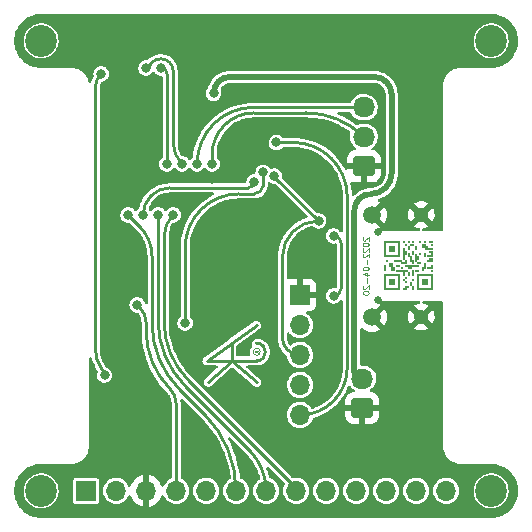
<source format=gbr>
%TF.GenerationSoftware,KiCad,Pcbnew,(6.0.2-0)*%
%TF.CreationDate,2022-04-20T12:25:14+01:00*%
%TF.ProjectId,Epaper154,45706170-6572-4313-9534-2e6b69636164,1*%
%TF.SameCoordinates,Original*%
%TF.FileFunction,Copper,L2,Bot*%
%TF.FilePolarity,Positive*%
%FSLAX46Y46*%
G04 Gerber Fmt 4.6, Leading zero omitted, Abs format (unit mm)*
G04 Created by KiCad (PCBNEW (6.0.2-0)) date 2022-04-20 12:25:14*
%MOMM*%
%LPD*%
G01*
G04 APERTURE LIST*
G04 Aperture macros list*
%AMRoundRect*
0 Rectangle with rounded corners*
0 $1 Rounding radius*
0 $2 $3 $4 $5 $6 $7 $8 $9 X,Y pos of 4 corners*
0 Add a 4 corners polygon primitive as box body*
4,1,4,$2,$3,$4,$5,$6,$7,$8,$9,$2,$3,0*
0 Add four circle primitives for the rounded corners*
1,1,$1+$1,$2,$3*
1,1,$1+$1,$4,$5*
1,1,$1+$1,$6,$7*
1,1,$1+$1,$8,$9*
0 Add four rect primitives between the rounded corners*
20,1,$1+$1,$2,$3,$4,$5,0*
20,1,$1+$1,$4,$5,$6,$7,0*
20,1,$1+$1,$6,$7,$8,$9,0*
20,1,$1+$1,$8,$9,$2,$3,0*%
G04 Aperture macros list end*
%ADD10C,0.100000*%
%TA.AperFunction,NonConductor*%
%ADD11C,0.100000*%
%TD*%
%TA.AperFunction,EtchedComponent*%
%ADD12C,0.080000*%
%TD*%
%TA.AperFunction,EtchedComponent*%
%ADD13C,0.250000*%
%TD*%
%TA.AperFunction,ComponentPad*%
%ADD14O,1.700000X1.700000*%
%TD*%
%TA.AperFunction,ComponentPad*%
%ADD15R,1.700000X1.700000*%
%TD*%
%TA.AperFunction,ComponentPad*%
%ADD16C,2.700000*%
%TD*%
%TA.AperFunction,ComponentPad*%
%ADD17C,0.670000*%
%TD*%
%TA.AperFunction,ComponentPad*%
%ADD18C,1.250000*%
%TD*%
%TA.AperFunction,ComponentPad*%
%ADD19C,1.500000*%
%TD*%
%TA.AperFunction,ComponentPad*%
%ADD20RoundRect,0.250000X0.675000X-0.600000X0.675000X0.600000X-0.675000X0.600000X-0.675000X-0.600000X0*%
%TD*%
%TA.AperFunction,ComponentPad*%
%ADD21O,1.850000X1.700000*%
%TD*%
%TA.AperFunction,SMDPad,CuDef*%
%ADD22R,0.400000X0.200000*%
%TD*%
%TA.AperFunction,SMDPad,CuDef*%
%ADD23R,0.200000X1.400000*%
%TD*%
%TA.AperFunction,SMDPad,CuDef*%
%ADD24R,0.200000X0.800000*%
%TD*%
%TA.AperFunction,SMDPad,CuDef*%
%ADD25R,0.200000X0.200000*%
%TD*%
%TA.AperFunction,SMDPad,CuDef*%
%ADD26R,0.600000X0.200000*%
%TD*%
%TA.AperFunction,SMDPad,CuDef*%
%ADD27R,1.000000X0.200000*%
%TD*%
%TA.AperFunction,SMDPad,CuDef*%
%ADD28R,0.600000X0.600000*%
%TD*%
%TA.AperFunction,SMDPad,CuDef*%
%ADD29R,1.200000X0.200000*%
%TD*%
%TA.AperFunction,SMDPad,CuDef*%
%ADD30R,0.400000X0.400000*%
%TD*%
%TA.AperFunction,SMDPad,CuDef*%
%ADD31R,0.200000X0.400000*%
%TD*%
%TA.AperFunction,SMDPad,CuDef*%
%ADD32R,0.200000X0.600000*%
%TD*%
%TA.AperFunction,SMDPad,CuDef*%
%ADD33R,0.200000X1.000000*%
%TD*%
%TA.AperFunction,SMDPad,CuDef*%
%ADD34R,0.800000X0.200000*%
%TD*%
%TA.AperFunction,ViaPad*%
%ADD35C,0.800000*%
%TD*%
%TA.AperFunction,Conductor*%
%ADD36C,0.250000*%
%TD*%
%TA.AperFunction,Conductor*%
%ADD37C,0.500000*%
%TD*%
G04 APERTURE END LIST*
D10*
%TO.C,U4*%
D11*
X159368809Y-80121428D02*
X159345000Y-80145238D01*
X159321190Y-80192857D01*
X159321190Y-80311904D01*
X159345000Y-80359523D01*
X159368809Y-80383333D01*
X159416428Y-80407142D01*
X159464047Y-80407142D01*
X159535476Y-80383333D01*
X159821190Y-80097619D01*
X159821190Y-80407142D01*
X159321190Y-80716666D02*
X159321190Y-80764285D01*
X159345000Y-80811904D01*
X159368809Y-80835714D01*
X159416428Y-80859523D01*
X159511666Y-80883333D01*
X159630714Y-80883333D01*
X159725952Y-80859523D01*
X159773571Y-80835714D01*
X159797380Y-80811904D01*
X159821190Y-80764285D01*
X159821190Y-80716666D01*
X159797380Y-80669047D01*
X159773571Y-80645238D01*
X159725952Y-80621428D01*
X159630714Y-80597619D01*
X159511666Y-80597619D01*
X159416428Y-80621428D01*
X159368809Y-80645238D01*
X159345000Y-80669047D01*
X159321190Y-80716666D01*
X159368809Y-81073809D02*
X159345000Y-81097619D01*
X159321190Y-81145238D01*
X159321190Y-81264285D01*
X159345000Y-81311904D01*
X159368809Y-81335714D01*
X159416428Y-81359523D01*
X159464047Y-81359523D01*
X159535476Y-81335714D01*
X159821190Y-81050000D01*
X159821190Y-81359523D01*
X159368809Y-81550000D02*
X159345000Y-81573809D01*
X159321190Y-81621428D01*
X159321190Y-81740476D01*
X159345000Y-81788095D01*
X159368809Y-81811904D01*
X159416428Y-81835714D01*
X159464047Y-81835714D01*
X159535476Y-81811904D01*
X159821190Y-81526190D01*
X159821190Y-81835714D01*
X159630714Y-82050000D02*
X159630714Y-82430952D01*
X159321190Y-82764285D02*
X159321190Y-82811904D01*
X159345000Y-82859523D01*
X159368809Y-82883333D01*
X159416428Y-82907142D01*
X159511666Y-82930952D01*
X159630714Y-82930952D01*
X159725952Y-82907142D01*
X159773571Y-82883333D01*
X159797380Y-82859523D01*
X159821190Y-82811904D01*
X159821190Y-82764285D01*
X159797380Y-82716666D01*
X159773571Y-82692857D01*
X159725952Y-82669047D01*
X159630714Y-82645238D01*
X159511666Y-82645238D01*
X159416428Y-82669047D01*
X159368809Y-82692857D01*
X159345000Y-82716666D01*
X159321190Y-82764285D01*
X159487857Y-83359523D02*
X159821190Y-83359523D01*
X159297380Y-83240476D02*
X159654523Y-83121428D01*
X159654523Y-83430952D01*
X159630714Y-83621428D02*
X159630714Y-84002380D01*
X159368809Y-84216666D02*
X159345000Y-84240476D01*
X159321190Y-84288095D01*
X159321190Y-84407142D01*
X159345000Y-84454761D01*
X159368809Y-84478571D01*
X159416428Y-84502380D01*
X159464047Y-84502380D01*
X159535476Y-84478571D01*
X159821190Y-84192857D01*
X159821190Y-84502380D01*
X159321190Y-84811904D02*
X159321190Y-84859523D01*
X159345000Y-84907142D01*
X159368809Y-84930952D01*
X159416428Y-84954761D01*
X159511666Y-84978571D01*
X159630714Y-84978571D01*
X159725952Y-84954761D01*
X159773571Y-84930952D01*
X159797380Y-84907142D01*
X159821190Y-84859523D01*
X159821190Y-84811904D01*
X159797380Y-84764285D01*
X159773571Y-84740476D01*
X159725952Y-84716666D01*
X159630714Y-84692857D01*
X159511666Y-84692857D01*
X159416428Y-84716666D01*
X159368809Y-84740476D01*
X159345000Y-84764285D01*
X159321190Y-84811904D01*
D12*
%TO.C,Logo2*%
X150175000Y-89750000D02*
X150475000Y-89750000D01*
D13*
X146125000Y-90600000D02*
X150325000Y-87600000D01*
X148225000Y-90600000D02*
X150325000Y-92400000D01*
X146125000Y-90600000D02*
X150325000Y-90600000D01*
X146225000Y-92400000D02*
X148225000Y-90600000D01*
D12*
X150335000Y-89750000D02*
X150335000Y-89850000D01*
X150175000Y-89750000D02*
X150175000Y-89850000D01*
D13*
X148225000Y-90600000D02*
X148225000Y-89100000D01*
D12*
X150335000Y-89850000D02*
X150475000Y-89950000D01*
X150175000Y-89850000D02*
G75*
G03*
X150335000Y-89850000I80000J0D01*
G01*
D13*
X150325000Y-90600000D02*
G75*
G03*
X150325000Y-89100000I0J750000D01*
G01*
D12*
X150635000Y-89830000D02*
G75*
G03*
X150635000Y-89830000I-300000J0D01*
G01*
%TD*%
D14*
%TO.P,J2,5,Tx*%
%TO.N,I*%
X154000000Y-95180000D03*
%TO.P,J2,4,Rx*%
%TO.N,O*%
X154000000Y-92640000D03*
%TO.P,J2,3,3V3*%
%TO.N,+3V3*%
X154000000Y-90100000D03*
%TO.P,J2,2,0*%
%TO.N,BOOT*%
X154000000Y-87560000D03*
D15*
%TO.P,J2,1,GND*%
%TO.N,GND*%
X154000000Y-85020000D03*
%TD*%
D16*
%TO.P,H2,*%
%TO.N,*%
X132080000Y-63500000D03*
%TD*%
D17*
%TO.P,J1,S1,SHIELD*%
%TO.N,GND*%
X160580000Y-85440000D03*
D18*
X164260000Y-78230000D03*
D17*
X160580000Y-79660000D03*
D19*
X160090000Y-86870000D03*
X160090000Y-78230000D03*
D18*
X164260000Y-86870000D03*
%TD*%
D16*
%TO.P,H4,*%
%TO.N,*%
X170180000Y-101600000D03*
%TD*%
%TO.P,H3,*%
%TO.N,*%
X132080000Y-101600000D03*
%TD*%
D20*
%TO.P,J4,1,Pin_1*%
%TO.N,GND*%
X159402000Y-74128000D03*
D21*
%TO.P,J4,2,Pin_2*%
%TO.N,BUTTON1*%
X159402000Y-71628000D03*
%TO.P,J4,3,Pin_3*%
%TO.N,BUTTON2*%
X159402000Y-69128000D03*
%TD*%
D20*
%TO.P,J3,1,GND*%
%TO.N,GND*%
X159275000Y-94595000D03*
D21*
%TO.P,J3,2,DC*%
%TO.N,DC*%
X159275000Y-92095000D03*
%TD*%
D16*
%TO.P,H1,*%
%TO.N,*%
X170180000Y-63500000D03*
%TD*%
D15*
%TO.P,M1,1,VIN*%
%TO.N,unconnected-(M1-Pad1)*%
X135890000Y-101600000D03*
D14*
%TO.P,M1,2,3V3*%
%TO.N,+3V3*%
X138430000Y-101600000D03*
%TO.P,M1,3,GND*%
%TO.N,GND*%
X140970000Y-101600000D03*
%TO.P,M1,4,SCK*%
%TO.N,SCK*%
X143510000Y-101600000D03*
%TO.P,M1,5,MISO*%
%TO.N,MISO*%
X146050000Y-101600000D03*
%TO.P,M1,6,MOSI*%
%TO.N,MOSI*%
X148590000Y-101600000D03*
%TO.P,M1,7,ECS*%
%TO.N,CS*%
X151130000Y-101600000D03*
%TO.P,M1,8,D/C*%
%TO.N,D{slash}C*%
X153670000Y-101600000D03*
%TO.P,M1,9,SRCS*%
%TO.N,SRCS*%
X156210000Y-101600000D03*
%TO.P,M1,10,SDCS*%
%TO.N,SDCS*%
X158750000Y-101600000D03*
%TO.P,M1,11,RST*%
%TO.N,RST*%
X161290000Y-101600000D03*
%TO.P,M1,12,BUSY*%
%TO.N,BUSY*%
X163830000Y-101600000D03*
%TO.P,M1,13,ENA*%
%TO.N,ENA*%
X166370000Y-101600000D03*
%TD*%
D22*
%TO.P,U4,*%
%TO.N,*%
X163095000Y-84350000D03*
D23*
X163995000Y-83950000D03*
D24*
X163795000Y-81850000D03*
D25*
X164195000Y-80550000D03*
D22*
X165095000Y-81950000D03*
D26*
X162795000Y-82350000D03*
D27*
X162595000Y-82950000D03*
D28*
X161795000Y-81150000D03*
D29*
X164695000Y-84550000D03*
D26*
X164995000Y-82750000D03*
D25*
X162995000Y-83550000D03*
X163195000Y-80550000D03*
X163595000Y-80550000D03*
X163595000Y-83750000D03*
X164195000Y-81550000D03*
D30*
X161695000Y-82450000D03*
D31*
X163395000Y-84050000D03*
X163595000Y-81450000D03*
X164395000Y-82850000D03*
D25*
X162795000Y-83750000D03*
D29*
X161895000Y-81750000D03*
D22*
X164095000Y-82350000D03*
X165095000Y-80550000D03*
D23*
X161195000Y-81150000D03*
D26*
X164995000Y-81750000D03*
D22*
X163895000Y-82950000D03*
D32*
X164595000Y-82550000D03*
D25*
X165195000Y-82550000D03*
D22*
X163295000Y-82750000D03*
X163495000Y-80750000D03*
D31*
X163595000Y-84450000D03*
D33*
X162795000Y-81550000D03*
D28*
X161795000Y-83950000D03*
D23*
X161195000Y-83950000D03*
D33*
X162395000Y-81150000D03*
D25*
X165195000Y-80750000D03*
D29*
X163495000Y-82550000D03*
X161895000Y-84550000D03*
D25*
X164595000Y-80550000D03*
D31*
X163995000Y-81850000D03*
D22*
X165095000Y-81350000D03*
X162295000Y-82550000D03*
D31*
X163195000Y-83250000D03*
D25*
X164795000Y-80950000D03*
X165195000Y-81550000D03*
D33*
X165195000Y-83950000D03*
D31*
X163195000Y-81050000D03*
D25*
X161395000Y-82150000D03*
D29*
X161895000Y-83350000D03*
X164695000Y-83350000D03*
D22*
X162895000Y-84550000D03*
D25*
X162595000Y-82750000D03*
D33*
X162395000Y-83950000D03*
D25*
X162995000Y-82150000D03*
D31*
X164595000Y-81650000D03*
D34*
X162295000Y-82150000D03*
D26*
X164995000Y-82150000D03*
D31*
X163595000Y-82250000D03*
D32*
X161195000Y-82750000D03*
D30*
X161895000Y-82850000D03*
X164495000Y-80850000D03*
D31*
X163795000Y-81050000D03*
D28*
X164595000Y-83950000D03*
D25*
X162795000Y-80550000D03*
D31*
X163195000Y-81650000D03*
D25*
X162995000Y-83950000D03*
D32*
X163595000Y-83150000D03*
D25*
X162995000Y-80750000D03*
D32*
X163395000Y-81950000D03*
D31*
X162995000Y-81450000D03*
D34*
X164895000Y-81150000D03*
D31*
X162795000Y-83250000D03*
D25*
X165195000Y-82950000D03*
D29*
X161895000Y-80550000D03*
%TD*%
D35*
%TO.N,I*%
X152000000Y-72100000D03*
%TO.N,GND*%
X149600000Y-77600000D03*
X148300000Y-79900000D03*
%TO.N,VBUS*%
X156845000Y-85090000D03*
X156845000Y-80010000D03*
%TO.N,SCK*%
X140208000Y-85852000D03*
%TO.N,GND*%
X146558000Y-75184000D03*
X153000000Y-71200000D03*
X151892000Y-68072000D03*
X148082000Y-82550000D03*
%TO.N,+3V3*%
X137451500Y-91804396D03*
X137160000Y-66294000D03*
X151825749Y-74949919D03*
X155575000Y-78740000D03*
%TO.N,MOSI*%
X139446000Y-78232000D03*
%TO.N,CS*%
X141986000Y-78232000D03*
%TO.N,D{slash}C*%
X143256000Y-78232000D03*
%TO.N,R*%
X144018000Y-73914000D03*
X140970000Y-65786000D03*
%TO.N,B*%
X142240000Y-65786000D03*
X142742271Y-73919119D03*
%TO.N,DC*%
X146685000Y-67945000D03*
%TO.N,O*%
X150114000Y-75438000D03*
X140716000Y-78232000D03*
%TO.N,EN*%
X150876000Y-74638500D03*
X144272000Y-87376000D03*
%TO.N,BUTTON1*%
X146558000Y-73914000D03*
%TO.N,BUTTON2*%
X145288000Y-73914000D03*
%TD*%
D36*
%TO.N,+3V3*%
X152500000Y-88600000D02*
G75*
G03*
X154000000Y-90100000I1500001J1D01*
G01*
X155575000Y-78740000D02*
G75*
G03*
X152500000Y-81815000I1J-3075001D01*
G01*
X152500000Y-88600000D02*
X152500000Y-81815000D01*
%TO.N,VBUS*%
X157500000Y-80665000D02*
G75*
G03*
X156845000Y-80010000I-655000J0D01*
G01*
X156845000Y-85090000D02*
G75*
G03*
X157500000Y-84435000I0J655000D01*
G01*
X157500000Y-80665000D02*
X157500000Y-84435000D01*
%TO.N,I*%
X158000000Y-91180000D02*
G75*
G02*
X154000000Y-95180000I-4000000J0D01*
G01*
X153400000Y-72100000D02*
G75*
G02*
X158000000Y-76700000I-1J-4600001D01*
G01*
X158000000Y-91180000D02*
X158000000Y-76700000D01*
X153400000Y-72100000D02*
X152000000Y-72100000D01*
%TO.N,SCK*%
X140208000Y-85852000D02*
X140431184Y-86075184D01*
X140970000Y-87376000D02*
X140970000Y-88058319D01*
X143510000Y-94190420D02*
X143510000Y-101600000D01*
X140970000Y-87376000D02*
G75*
G03*
X140431184Y-86075184I-1839632J-1D01*
G01*
X143510000Y-94190420D02*
G75*
G03*
X143002000Y-92964000I-1734419J0D01*
G01*
X143002000Y-92964000D02*
G75*
G02*
X140970000Y-88058319I4905686J4905684D01*
G01*
%TO.N,+3V3*%
X136652000Y-67520420D02*
X136652000Y-89456255D01*
X137249947Y-91340644D02*
X137451500Y-91542197D01*
X155575000Y-78740000D02*
X151825749Y-74990749D01*
X137451500Y-91542197D02*
X137451500Y-91804396D01*
X151825749Y-74990749D02*
X151825749Y-74949919D01*
X136652000Y-67520420D02*
G75*
G02*
X137160000Y-66294000I1734419J0D01*
G01*
X137249948Y-91340643D02*
G75*
G02*
X136652001Y-89456255I2684223J1888810D01*
G01*
%TO.N,MOSI*%
X143764000Y-92964000D02*
X145895923Y-95095923D01*
X141478000Y-81788000D02*
X141478000Y-87445108D01*
X140400369Y-79186370D02*
X139446000Y-78232000D01*
X148590000Y-101600000D02*
G75*
G03*
X145895923Y-95095923I-9198156J-1D01*
G01*
X143764000Y-92964000D02*
G75*
G02*
X141478000Y-87445108I5518895J5518893D01*
G01*
X140400369Y-79186370D02*
G75*
G02*
X141478000Y-81788000I-2601627J-2601629D01*
G01*
%TO.N,CS*%
X141986000Y-78232000D02*
X141986000Y-87191108D01*
X144272000Y-92710000D02*
X149693159Y-98131159D01*
X144272000Y-92710000D02*
G75*
G02*
X141986000Y-87191108I5518895J5518893D01*
G01*
X151129999Y-101600000D02*
G75*
G03*
X149693158Y-98131160I-4905684J-1D01*
G01*
%TO.N,D{slash}C*%
X142494000Y-80071630D02*
X142494000Y-87296319D01*
X144526000Y-92202000D02*
X153490394Y-101166394D01*
X142494000Y-80071630D02*
G75*
G02*
X143256000Y-78232000I2601623J2D01*
G01*
X153670000Y-101600000D02*
G75*
G03*
X153490394Y-101166394I-613209J0D01*
G01*
X144526000Y-92202000D02*
G75*
G02*
X142494000Y-87296319I4905686J4905684D01*
G01*
%TO.N,R*%
X144018000Y-73914000D02*
X143974421Y-73870421D01*
X141372790Y-65383210D02*
X140970000Y-65786000D01*
X143256000Y-72136000D02*
X143256000Y-66040000D01*
X141372790Y-65383210D02*
G75*
G02*
X142240000Y-65024000I867211J-867213D01*
G01*
X143256001Y-72136000D02*
G75*
G03*
X143974421Y-73870421I2452834J-3D01*
G01*
X142240000Y-65024000D02*
G75*
G02*
X143256000Y-66040000I-2J-1016002D01*
G01*
%TO.N,B*%
X142748000Y-73914000D02*
X142742881Y-73919119D01*
X142748000Y-66294000D02*
X142748000Y-73914000D01*
X142742881Y-73919119D02*
X142742271Y-73919119D01*
X142748000Y-66294000D02*
G75*
G03*
X142240000Y-65786000I-508001J-1D01*
G01*
D37*
%TO.N,DC*%
X158594980Y-91414980D02*
X158594980Y-77879020D01*
X159208111Y-92094112D02*
X159076904Y-92068014D01*
X159076904Y-92068014D02*
X158953310Y-92016819D01*
X161759160Y-74714840D02*
X161759160Y-68033160D01*
X158621966Y-91613076D02*
X158595868Y-91481869D01*
X160274000Y-66548000D02*
X148082000Y-66548000D01*
X158953310Y-92016819D02*
X158842078Y-91942497D01*
X158842078Y-91942497D02*
X158747483Y-91847902D01*
X158595868Y-91481869D02*
X158594980Y-91414980D01*
X159275000Y-92095000D02*
X159208111Y-92094112D01*
X158673161Y-91736670D02*
X158621966Y-91613076D01*
X158747483Y-91847902D02*
X158673161Y-91736670D01*
X160274000Y-66548000D02*
G75*
G02*
X161759160Y-68033160I1J-1485159D01*
G01*
X161759160Y-74714840D02*
G75*
G02*
X160020000Y-76454000I-1739159J-1D01*
G01*
X160020000Y-76454000D02*
G75*
G03*
X158594980Y-77879020I1J-1425021D01*
G01*
X146685000Y-67945000D02*
G75*
G02*
X148082000Y-66548000I1397001J-1D01*
G01*
D36*
%TO.N,O*%
X149606000Y-75946000D02*
X143002000Y-75946000D01*
X149606000Y-75946000D02*
G75*
G03*
X150114000Y-75438000I-1J508001D01*
G01*
X140716000Y-78232000D02*
G75*
G02*
X143002000Y-75946000I2286000J0D01*
G01*
%TO.N,EN*%
X150873997Y-74640503D02*
X150876000Y-74638500D01*
X150873997Y-75777631D02*
X150873997Y-74640503D01*
X144272000Y-87376000D02*
X144272000Y-81026000D01*
X148844000Y-76454000D02*
X150114000Y-76454000D01*
X148844000Y-76454000D02*
G75*
G03*
X144272000Y-81026000I1J-4572001D01*
G01*
X150873996Y-75777631D02*
G75*
G02*
X150114000Y-76453999I-762114J91178D01*
G01*
%TO.N,BUTTON1*%
X150114000Y-69596000D02*
X154496319Y-69596000D01*
X146558000Y-73914000D02*
X146558000Y-73152000D01*
X150114000Y-69596000D02*
G75*
G03*
X146558000Y-73152000I-1J-3555999D01*
G01*
X159402000Y-71628000D02*
G75*
G03*
X154496319Y-69596000I-4905684J-4905686D01*
G01*
%TO.N,BUTTON2*%
X159402000Y-69128000D02*
X150074000Y-69128000D01*
X145288000Y-73914000D02*
G75*
G02*
X150074000Y-69128000I4786000J0D01*
G01*
%TD*%
%TA.AperFunction,Conductor*%
%TO.N,GND*%
G36*
X170167153Y-61216421D02*
G01*
X170180000Y-61218976D01*
X170192172Y-61216555D01*
X170204579Y-61216555D01*
X170204579Y-61216950D01*
X170215391Y-61216227D01*
X170301344Y-61221635D01*
X170458602Y-61231528D01*
X170474294Y-61233510D01*
X170571531Y-61252060D01*
X170740718Y-61284334D01*
X170756044Y-61288269D01*
X171013995Y-61372082D01*
X171028707Y-61377907D01*
X171274117Y-61493388D01*
X171287983Y-61501011D01*
X171516981Y-61646338D01*
X171529782Y-61655638D01*
X171738766Y-61828524D01*
X171750301Y-61839356D01*
X171935967Y-62037071D01*
X171946053Y-62049263D01*
X172105477Y-62268690D01*
X172113948Y-62282038D01*
X172173156Y-62389737D01*
X172244616Y-62519723D01*
X172251353Y-62534040D01*
X172351199Y-62786222D01*
X172356088Y-62801270D01*
X172414272Y-63027878D01*
X172423538Y-63063968D01*
X172426500Y-63079489D01*
X172460497Y-63348608D01*
X172461489Y-63364385D01*
X172461489Y-63635615D01*
X172460497Y-63651392D01*
X172426500Y-63920511D01*
X172423539Y-63936026D01*
X172362963Y-64171954D01*
X172356088Y-64198729D01*
X172351199Y-64213778D01*
X172251353Y-64465960D01*
X172244616Y-64480277D01*
X172113948Y-64717962D01*
X172105477Y-64731310D01*
X172031880Y-64832607D01*
X171946053Y-64950737D01*
X171935967Y-64962929D01*
X171750301Y-65160644D01*
X171738766Y-65171476D01*
X171529782Y-65344362D01*
X171516981Y-65353662D01*
X171287983Y-65498989D01*
X171274117Y-65506612D01*
X171028707Y-65622093D01*
X171013995Y-65627918D01*
X170756044Y-65711731D01*
X170740718Y-65715666D01*
X170585798Y-65745219D01*
X170474294Y-65766490D01*
X170458602Y-65768472D01*
X170301344Y-65778365D01*
X170215391Y-65783773D01*
X170204579Y-65783050D01*
X170204579Y-65783445D01*
X170192172Y-65783445D01*
X170180000Y-65781024D01*
X170167153Y-65783579D01*
X170142575Y-65786000D01*
X167677425Y-65786000D01*
X167652847Y-65783579D01*
X167640000Y-65781024D01*
X167631498Y-65782715D01*
X167622295Y-65783373D01*
X167622294Y-65783373D01*
X167427046Y-65797338D01*
X167422558Y-65797659D01*
X167369897Y-65809115D01*
X167213940Y-65843040D01*
X167213933Y-65843042D01*
X167209543Y-65843997D01*
X167205328Y-65845569D01*
X167205325Y-65845570D01*
X167009502Y-65918608D01*
X167005290Y-65920179D01*
X166813958Y-66024654D01*
X166639443Y-66155295D01*
X166485295Y-66309443D01*
X166354654Y-66483958D01*
X166352495Y-66487912D01*
X166288535Y-66605047D01*
X166250179Y-66675290D01*
X166248608Y-66679502D01*
X166189410Y-66838220D01*
X166173997Y-66879543D01*
X166173042Y-66883933D01*
X166173040Y-66883940D01*
X166148271Y-66997805D01*
X166127659Y-67092558D01*
X166127338Y-67097046D01*
X166114567Y-67275611D01*
X166112715Y-67301498D01*
X166111024Y-67310000D01*
X166113445Y-67322170D01*
X166113579Y-67322844D01*
X166116000Y-67347425D01*
X166116000Y-79474000D01*
X166095998Y-79542121D01*
X166042342Y-79588614D01*
X165990000Y-79600000D01*
X164454814Y-79600000D01*
X164386693Y-79579998D01*
X164340200Y-79526342D01*
X164330096Y-79456068D01*
X164359590Y-79391488D01*
X164419316Y-79353104D01*
X164436734Y-79349304D01*
X164519905Y-79337245D01*
X164531101Y-79334557D01*
X164717343Y-79271336D01*
X164727840Y-79266662D01*
X164846401Y-79200266D01*
X164856264Y-79190189D01*
X164853309Y-79182519D01*
X164272812Y-78602022D01*
X164258868Y-78594408D01*
X164257035Y-78594539D01*
X164250420Y-78598790D01*
X163671237Y-79177973D01*
X163665041Y-79189319D01*
X163674923Y-79201809D01*
X163712259Y-79226756D01*
X163722371Y-79232247D01*
X163903081Y-79309885D01*
X163914014Y-79313437D01*
X164080488Y-79351107D01*
X164142515Y-79385650D01*
X164176019Y-79448244D01*
X164170365Y-79519015D01*
X164127346Y-79575494D01*
X164060621Y-79599750D01*
X164052680Y-79600000D01*
X160697057Y-79600000D01*
X160628936Y-79579998D01*
X160582443Y-79526342D01*
X160572339Y-79456068D01*
X160601833Y-79391488D01*
X160643807Y-79359805D01*
X160716416Y-79325947D01*
X160725912Y-79320464D01*
X160767148Y-79291590D01*
X160775523Y-79281113D01*
X160768455Y-79267667D01*
X159819884Y-78319095D01*
X159785859Y-78256783D01*
X159787694Y-78231132D01*
X160454408Y-78231132D01*
X160454539Y-78232966D01*
X160458790Y-78239580D01*
X161128391Y-78909180D01*
X161140161Y-78915607D01*
X161152176Y-78906311D01*
X161180466Y-78865907D01*
X161185946Y-78856417D01*
X161274326Y-78666887D01*
X161278072Y-78656595D01*
X161332196Y-78454599D01*
X161334099Y-78443804D01*
X161352326Y-78235475D01*
X161352326Y-78224525D01*
X161350703Y-78205980D01*
X163122914Y-78205980D01*
X163135777Y-78402233D01*
X163137577Y-78413601D01*
X163185991Y-78604228D01*
X163189829Y-78615066D01*
X163272173Y-78793685D01*
X163277922Y-78803642D01*
X163287850Y-78817690D01*
X163298439Y-78826078D01*
X163311740Y-78819050D01*
X163887978Y-78242812D01*
X163894356Y-78231132D01*
X164624408Y-78231132D01*
X164624539Y-78232965D01*
X164628790Y-78239580D01*
X165208603Y-78819393D01*
X165220983Y-78826153D01*
X165227563Y-78821227D01*
X165296662Y-78697840D01*
X165301336Y-78687343D01*
X165364557Y-78501101D01*
X165367245Y-78489905D01*
X165395762Y-78293224D01*
X165396392Y-78285843D01*
X165397757Y-78233704D01*
X165397514Y-78226305D01*
X165379330Y-78028397D01*
X165377233Y-78017083D01*
X165323846Y-77827789D01*
X165319724Y-77817050D01*
X165232736Y-77640656D01*
X165231577Y-77638765D01*
X165222732Y-77632126D01*
X165210312Y-77638898D01*
X164632022Y-78217188D01*
X164624408Y-78231132D01*
X163894356Y-78231132D01*
X163895592Y-78228868D01*
X163895461Y-78227035D01*
X163891210Y-78220420D01*
X163310031Y-77639241D01*
X163297651Y-77632481D01*
X163291685Y-77636947D01*
X163211452Y-77789445D01*
X163207047Y-77800079D01*
X163148724Y-77987910D01*
X163146332Y-77999164D01*
X163123215Y-78194479D01*
X163122914Y-78205980D01*
X161350703Y-78205980D01*
X161334099Y-78016196D01*
X161332196Y-78005401D01*
X161278072Y-77803405D01*
X161274326Y-77793113D01*
X161185946Y-77603583D01*
X161180466Y-77594093D01*
X161151589Y-77552851D01*
X161141113Y-77544477D01*
X161127666Y-77551545D01*
X160462021Y-78217189D01*
X160454408Y-78231132D01*
X159787694Y-78231132D01*
X159790924Y-78185967D01*
X159819885Y-78140905D01*
X160090000Y-77870790D01*
X160690353Y-77270436D01*
X163664547Y-77270436D01*
X163668033Y-77278823D01*
X164247188Y-77857978D01*
X164261132Y-77865592D01*
X164262965Y-77865461D01*
X164269580Y-77861210D01*
X164848407Y-77282383D01*
X164855167Y-77270003D01*
X164849137Y-77261948D01*
X164781459Y-77219246D01*
X164771211Y-77214025D01*
X164588531Y-77141143D01*
X164577504Y-77137876D01*
X164384605Y-77099506D01*
X164373159Y-77098303D01*
X164176507Y-77095730D01*
X164165027Y-77096633D01*
X163971199Y-77129938D01*
X163960079Y-77132918D01*
X163775557Y-77200992D01*
X163765179Y-77205942D01*
X163674146Y-77260101D01*
X163664547Y-77270436D01*
X160690353Y-77270436D01*
X160769176Y-77191613D01*
X160775606Y-77179838D01*
X160766310Y-77167824D01*
X160725912Y-77139536D01*
X160716411Y-77134050D01*
X160643684Y-77100137D01*
X160590400Y-77053220D01*
X160570939Y-76984943D01*
X160591481Y-76916983D01*
X160645504Y-76870917D01*
X160659445Y-76865650D01*
X160817067Y-76816533D01*
X160965882Y-76749557D01*
X161061119Y-76706695D01*
X161061122Y-76706694D01*
X161064587Y-76705134D01*
X161069965Y-76701883D01*
X161293609Y-76566685D01*
X161293612Y-76566683D01*
X161296874Y-76564711D01*
X161360574Y-76514806D01*
X161416968Y-76470624D01*
X161510542Y-76397314D01*
X161702474Y-76205382D01*
X161810725Y-76067209D01*
X161867517Y-75994719D01*
X161867519Y-75994716D01*
X161869871Y-75991714D01*
X161887407Y-75962707D01*
X162008324Y-75762686D01*
X162008325Y-75762684D01*
X162010294Y-75759427D01*
X162030874Y-75713701D01*
X162079519Y-75605614D01*
X162121693Y-75511907D01*
X162128947Y-75488630D01*
X162201313Y-75256397D01*
X162201313Y-75256396D01*
X162202445Y-75252764D01*
X162251372Y-74985777D01*
X162255495Y-74917626D01*
X162262598Y-74800192D01*
X162265655Y-74749649D01*
X162267172Y-74736353D01*
X162267889Y-74732092D01*
X162267889Y-74732087D01*
X162268696Y-74727293D01*
X162268848Y-74714840D01*
X162264933Y-74687502D01*
X162263660Y-74669641D01*
X162263660Y-68086073D01*
X162265406Y-68065168D01*
X162267889Y-68050407D01*
X162268696Y-68045613D01*
X162268848Y-68033160D01*
X162268158Y-68028344D01*
X162268158Y-68028337D01*
X162267839Y-68026111D01*
X162266838Y-68016501D01*
X162251141Y-67777015D01*
X162251140Y-67777011D01*
X162250871Y-67772900D01*
X162250067Y-67768857D01*
X162200793Y-67521138D01*
X162200791Y-67521132D01*
X162199988Y-67517093D01*
X162193793Y-67498841D01*
X162117477Y-67274022D01*
X162117476Y-67274021D01*
X162116151Y-67270116D01*
X162061579Y-67159455D01*
X162002621Y-67039899D01*
X162002618Y-67039894D01*
X162000794Y-67036195D01*
X161951557Y-66962507D01*
X161858184Y-66822764D01*
X161858180Y-66822759D01*
X161855891Y-66819333D01*
X161853177Y-66816239D01*
X161853173Y-66816233D01*
X161686630Y-66626328D01*
X161683921Y-66623239D01*
X161539287Y-66496398D01*
X161490927Y-66453987D01*
X161490921Y-66453983D01*
X161487827Y-66451269D01*
X161484401Y-66448980D01*
X161484396Y-66448976D01*
X161301909Y-66327042D01*
X161270965Y-66306366D01*
X161267266Y-66304542D01*
X161267261Y-66304539D01*
X161120711Y-66232269D01*
X161037044Y-66191009D01*
X161023157Y-66186295D01*
X160793974Y-66108498D01*
X160793971Y-66108497D01*
X160790067Y-66107172D01*
X160786028Y-66106369D01*
X160786022Y-66106367D01*
X160619987Y-66073341D01*
X160534260Y-66056289D01*
X160530152Y-66056020D01*
X160530146Y-66056019D01*
X160420652Y-66048843D01*
X160308234Y-66041475D01*
X160295573Y-66039999D01*
X160293096Y-66039582D01*
X160291256Y-66039272D01*
X160291254Y-66039272D01*
X160286453Y-66038464D01*
X160280063Y-66038386D01*
X160278860Y-66038371D01*
X160278856Y-66038371D01*
X160274000Y-66038312D01*
X160246662Y-66042227D01*
X160228801Y-66043500D01*
X148134913Y-66043500D01*
X148114008Y-66041754D01*
X148094453Y-66038464D01*
X148088325Y-66038389D01*
X148086864Y-66038371D01*
X148086859Y-66038371D01*
X148082000Y-66038312D01*
X148077183Y-66039002D01*
X148077180Y-66039002D01*
X148072514Y-66039670D01*
X148062895Y-66040672D01*
X147837387Y-66055453D01*
X147837383Y-66055454D01*
X147833272Y-66055723D01*
X147829232Y-66056527D01*
X147829229Y-66056527D01*
X147592849Y-66103545D01*
X147592843Y-66103547D01*
X147588799Y-66104351D01*
X147584893Y-66105677D01*
X147584889Y-66105678D01*
X147514327Y-66129631D01*
X147352766Y-66184474D01*
X147349075Y-66186294D01*
X147349073Y-66186295D01*
X147217568Y-66251147D01*
X147129210Y-66294720D01*
X147125777Y-66297014D01*
X147125775Y-66297015D01*
X146925388Y-66430909D01*
X146925383Y-66430913D01*
X146921957Y-66433202D01*
X146918863Y-66435916D01*
X146918857Y-66435920D01*
X146737641Y-66594843D01*
X146734552Y-66597552D01*
X146731843Y-66600641D01*
X146572920Y-66781857D01*
X146572916Y-66781863D01*
X146570202Y-66784957D01*
X146567913Y-66788383D01*
X146567909Y-66788388D01*
X146451567Y-66962507D01*
X146431720Y-66992210D01*
X146399825Y-67056887D01*
X146340178Y-67177839D01*
X146321474Y-67215766D01*
X146320150Y-67219667D01*
X146246647Y-67436197D01*
X146210165Y-67490642D01*
X146200766Y-67498841D01*
X146200762Y-67498846D01*
X146195039Y-67503838D01*
X146103950Y-67633444D01*
X146082772Y-67687763D01*
X146051155Y-67768857D01*
X146046406Y-67781037D01*
X146045414Y-67788570D01*
X146045414Y-67788571D01*
X146035633Y-67862870D01*
X146025729Y-67938096D01*
X146031764Y-67992754D01*
X146040791Y-68074517D01*
X146043113Y-68095553D01*
X146045723Y-68102684D01*
X146045723Y-68102686D01*
X146079258Y-68194324D01*
X146097553Y-68244319D01*
X146101789Y-68250622D01*
X146101789Y-68250623D01*
X146154487Y-68329045D01*
X146185908Y-68375805D01*
X146191527Y-68380918D01*
X146191528Y-68380919D01*
X146202903Y-68391269D01*
X146303076Y-68482419D01*
X146442293Y-68558008D01*
X146595522Y-68598207D01*
X146679477Y-68599526D01*
X146746319Y-68600576D01*
X146746322Y-68600576D01*
X146753916Y-68600695D01*
X146908332Y-68565329D01*
X146978742Y-68529917D01*
X147043072Y-68497563D01*
X147043075Y-68497561D01*
X147049855Y-68494151D01*
X147055626Y-68489222D01*
X147055629Y-68489220D01*
X147164536Y-68396204D01*
X147164536Y-68396203D01*
X147170314Y-68391269D01*
X147262755Y-68262624D01*
X147321842Y-68115641D01*
X147335951Y-68016501D01*
X147343581Y-67962891D01*
X147343581Y-67962888D01*
X147344162Y-67958807D01*
X147344307Y-67945000D01*
X147325276Y-67787733D01*
X147276601Y-67658920D01*
X147271233Y-67588127D01*
X147283343Y-67554990D01*
X147334065Y-67460096D01*
X147347786Y-67439562D01*
X147443034Y-67323501D01*
X147460501Y-67306034D01*
X147576562Y-67210786D01*
X147597099Y-67197064D01*
X147729512Y-67126287D01*
X147752332Y-67116835D01*
X147896006Y-67073252D01*
X147920232Y-67068433D01*
X148041999Y-67056440D01*
X148057916Y-67056887D01*
X148057925Y-67056159D01*
X148066902Y-67056269D01*
X148075773Y-67057650D01*
X148084675Y-67056486D01*
X148084678Y-67056486D01*
X148107019Y-67053564D01*
X148123357Y-67052500D01*
X160224946Y-67052500D01*
X160244331Y-67054000D01*
X160258901Y-67056269D01*
X160258904Y-67056269D01*
X160267773Y-67057650D01*
X160276675Y-67056486D01*
X160276678Y-67056486D01*
X160280239Y-67056020D01*
X160307552Y-67055436D01*
X160397368Y-67063293D01*
X160433311Y-67066437D01*
X160454940Y-67070252D01*
X160598759Y-67108789D01*
X160619397Y-67116300D01*
X160754340Y-67179225D01*
X160773361Y-67190207D01*
X160895330Y-67275611D01*
X160912154Y-67289729D01*
X161017431Y-67395006D01*
X161031549Y-67411830D01*
X161116953Y-67533799D01*
X161127935Y-67552820D01*
X161190860Y-67687763D01*
X161198371Y-67708401D01*
X161236908Y-67852220D01*
X161240723Y-67873851D01*
X161251125Y-67992754D01*
X161250576Y-68009081D01*
X161251002Y-68009086D01*
X161250892Y-68018056D01*
X161249510Y-68026933D01*
X161250675Y-68035840D01*
X161253596Y-68058179D01*
X161254660Y-68074517D01*
X161254660Y-74665786D01*
X161253160Y-74685171D01*
X161249510Y-74708613D01*
X161251321Y-74722464D01*
X161251997Y-74748677D01*
X161248536Y-74792652D01*
X161240237Y-74898099D01*
X161237144Y-74917626D01*
X161196547Y-75086729D01*
X161190439Y-75105529D01*
X161123883Y-75266207D01*
X161114913Y-75283812D01*
X161024040Y-75432104D01*
X161012418Y-75448099D01*
X160899477Y-75580336D01*
X160885496Y-75594317D01*
X160753259Y-75707258D01*
X160737266Y-75718879D01*
X160588972Y-75809753D01*
X160571367Y-75818723D01*
X160410689Y-75885279D01*
X160391891Y-75891386D01*
X160307338Y-75911685D01*
X160222786Y-75931984D01*
X160203260Y-75935077D01*
X160064353Y-75946009D01*
X160042159Y-75945029D01*
X160042098Y-75945706D01*
X160037251Y-75945271D01*
X160032453Y-75944464D01*
X160026492Y-75944391D01*
X160026227Y-75944350D01*
X160025961Y-75944385D01*
X160020000Y-75944312D01*
X160015184Y-75945002D01*
X160015178Y-75945002D01*
X160011297Y-75945558D01*
X160001682Y-75946560D01*
X159885973Y-75954145D01*
X159771721Y-75961633D01*
X159771717Y-75961634D01*
X159767606Y-75961903D01*
X159763566Y-75962707D01*
X159763563Y-75962707D01*
X159523577Y-76010443D01*
X159523571Y-76010445D01*
X159519532Y-76011248D01*
X159515628Y-76012573D01*
X159515625Y-76012574D01*
X159283935Y-76091222D01*
X159280020Y-76092551D01*
X159276324Y-76094374D01*
X159276316Y-76094377D01*
X159107308Y-76177724D01*
X159053170Y-76204422D01*
X158842863Y-76344945D01*
X158652696Y-76511716D01*
X158601273Y-76570353D01*
X158596044Y-76576316D01*
X158536090Y-76614343D01*
X158465095Y-76613921D01*
X158405598Y-76575182D01*
X158376490Y-76510427D01*
X158375420Y-76498445D01*
X158374871Y-76485171D01*
X158366735Y-76288445D01*
X158315785Y-75879701D01*
X158250444Y-75568077D01*
X158256041Y-75497303D01*
X158299013Y-75440788D01*
X158365718Y-75416478D01*
X158413430Y-75422628D01*
X158565710Y-75473138D01*
X158579086Y-75476005D01*
X158673438Y-75485672D01*
X158679854Y-75486000D01*
X159129885Y-75486000D01*
X159145124Y-75481525D01*
X159146329Y-75480135D01*
X159148000Y-75472452D01*
X159148000Y-75467884D01*
X159656000Y-75467884D01*
X159660475Y-75483123D01*
X159661865Y-75484328D01*
X159669548Y-75485999D01*
X160124095Y-75485999D01*
X160130614Y-75485662D01*
X160226206Y-75475743D01*
X160239600Y-75472851D01*
X160393784Y-75421412D01*
X160406962Y-75415239D01*
X160544807Y-75329937D01*
X160556208Y-75320901D01*
X160670739Y-75206171D01*
X160679751Y-75194760D01*
X160764816Y-75056757D01*
X160770963Y-75043576D01*
X160822138Y-74889290D01*
X160825005Y-74875914D01*
X160834672Y-74781562D01*
X160835000Y-74775146D01*
X160835000Y-74400115D01*
X160830525Y-74384876D01*
X160829135Y-74383671D01*
X160821452Y-74382000D01*
X159674115Y-74382000D01*
X159658876Y-74386475D01*
X159657671Y-74387865D01*
X159656000Y-74395548D01*
X159656000Y-75467884D01*
X159148000Y-75467884D01*
X159148000Y-74400115D01*
X159143525Y-74384876D01*
X159142135Y-74383671D01*
X159134452Y-74382000D01*
X157987116Y-74382000D01*
X157939158Y-74396082D01*
X157934485Y-74399085D01*
X157863488Y-74399086D01*
X157803762Y-74360703D01*
X157785788Y-74333527D01*
X157783083Y-74327994D01*
X157781749Y-74325755D01*
X157573570Y-73976385D01*
X157573563Y-73976374D01*
X157572234Y-73974144D01*
X157332884Y-73638913D01*
X157066669Y-73324594D01*
X156775406Y-73033331D01*
X156461087Y-72767116D01*
X156125856Y-72527766D01*
X156123626Y-72526437D01*
X156123615Y-72526430D01*
X155774245Y-72318251D01*
X155774242Y-72318249D01*
X155772006Y-72316917D01*
X155769671Y-72315775D01*
X155769659Y-72315769D01*
X155404296Y-72137155D01*
X155401952Y-72136009D01*
X155399523Y-72135061D01*
X155399518Y-72135059D01*
X155020651Y-71987224D01*
X155020642Y-71987221D01*
X155018223Y-71986277D01*
X154895881Y-71949854D01*
X154716473Y-71896442D01*
X154623440Y-71868745D01*
X154220299Y-71784215D01*
X153811555Y-71733265D01*
X153479503Y-71719532D01*
X153412152Y-71716746D01*
X153404050Y-71716411D01*
X153400000Y-71715769D01*
X153379923Y-71718949D01*
X153360212Y-71720500D01*
X152599682Y-71720500D01*
X152531561Y-71700498D01*
X152505114Y-71674860D01*
X152503878Y-71675949D01*
X152498855Y-71670251D01*
X152494553Y-71663992D01*
X152376275Y-71558611D01*
X152368889Y-71554700D01*
X152242988Y-71488039D01*
X152242989Y-71488039D01*
X152236274Y-71484484D01*
X152082633Y-71445892D01*
X152075034Y-71445852D01*
X152075033Y-71445852D01*
X152009181Y-71445507D01*
X151924221Y-71445062D01*
X151916841Y-71446834D01*
X151916839Y-71446834D01*
X151777563Y-71480271D01*
X151777560Y-71480272D01*
X151770184Y-71482043D01*
X151629414Y-71554700D01*
X151510039Y-71658838D01*
X151418950Y-71788444D01*
X151361406Y-71936037D01*
X151360414Y-71943570D01*
X151360414Y-71943571D01*
X151343263Y-72073849D01*
X151340729Y-72093096D01*
X151346797Y-72148057D01*
X151356708Y-72237823D01*
X151358113Y-72250553D01*
X151360723Y-72257684D01*
X151360723Y-72257686D01*
X151403697Y-72375118D01*
X151412553Y-72399319D01*
X151416789Y-72405622D01*
X151416789Y-72405623D01*
X151479072Y-72498309D01*
X151500908Y-72530805D01*
X151506527Y-72535918D01*
X151506528Y-72535919D01*
X151581526Y-72604161D01*
X151618076Y-72637419D01*
X151757293Y-72713008D01*
X151910522Y-72753207D01*
X151994477Y-72754526D01*
X152061319Y-72755576D01*
X152061322Y-72755576D01*
X152068916Y-72755695D01*
X152223332Y-72720329D01*
X152332142Y-72665604D01*
X152358072Y-72652563D01*
X152358075Y-72652561D01*
X152364855Y-72649151D01*
X152370626Y-72644222D01*
X152370629Y-72644220D01*
X152479542Y-72551199D01*
X152479543Y-72551198D01*
X152485314Y-72546269D01*
X152495586Y-72531974D01*
X152551581Y-72488326D01*
X152597909Y-72479500D01*
X153360212Y-72479500D01*
X153379922Y-72481051D01*
X153400000Y-72484231D01*
X153410426Y-72482580D01*
X153435953Y-72481162D01*
X153783601Y-72497235D01*
X153795190Y-72498309D01*
X154169751Y-72550558D01*
X154181191Y-72552697D01*
X154549333Y-72639283D01*
X154560509Y-72642463D01*
X154696897Y-72688176D01*
X154919096Y-72762650D01*
X154929948Y-72766854D01*
X155275914Y-72919613D01*
X155286332Y-72924801D01*
X155473506Y-73029056D01*
X155608610Y-73104308D01*
X155616712Y-73108821D01*
X155626606Y-73114946D01*
X155673838Y-73147301D01*
X155938613Y-73328677D01*
X155947901Y-73335691D01*
X156238857Y-73577297D01*
X156247457Y-73585138D01*
X156514862Y-73852543D01*
X156522703Y-73861143D01*
X156764309Y-74152099D01*
X156771323Y-74161387D01*
X156911068Y-74365388D01*
X156970007Y-74451428D01*
X156985053Y-74473393D01*
X156991178Y-74483286D01*
X157018382Y-74532127D01*
X157175199Y-74813668D01*
X157180387Y-74824086D01*
X157333146Y-75170052D01*
X157337350Y-75180904D01*
X157371844Y-75283818D01*
X157453337Y-75526959D01*
X157457534Y-75539482D01*
X157460717Y-75550667D01*
X157527710Y-75835504D01*
X157547303Y-75918809D01*
X157549442Y-75930249D01*
X157601691Y-76304810D01*
X157602765Y-76316399D01*
X157616521Y-76613921D01*
X157618838Y-76664043D01*
X157617420Y-76689574D01*
X157615769Y-76700000D01*
X157617320Y-76709792D01*
X157618949Y-76720077D01*
X157620500Y-76739788D01*
X157620500Y-79576986D01*
X157600498Y-79645107D01*
X157546842Y-79691600D01*
X157476568Y-79701704D01*
X157411988Y-79672210D01*
X157390660Y-79648353D01*
X157343855Y-79580251D01*
X157343854Y-79580249D01*
X157339553Y-79573992D01*
X157221275Y-79468611D01*
X157213889Y-79464700D01*
X157087988Y-79398039D01*
X157087989Y-79398039D01*
X157081274Y-79394484D01*
X156927633Y-79355892D01*
X156920034Y-79355852D01*
X156920033Y-79355852D01*
X156854181Y-79355507D01*
X156769221Y-79355062D01*
X156761841Y-79356834D01*
X156761839Y-79356834D01*
X156622563Y-79390271D01*
X156622560Y-79390272D01*
X156615184Y-79392043D01*
X156474414Y-79464700D01*
X156355039Y-79568838D01*
X156263950Y-79698444D01*
X156206406Y-79846037D01*
X156205414Y-79853570D01*
X156205414Y-79853571D01*
X156192094Y-79954751D01*
X156185729Y-80003096D01*
X156194377Y-80081424D01*
X156200861Y-80140154D01*
X156203113Y-80160553D01*
X156205723Y-80167684D01*
X156205723Y-80167686D01*
X156229443Y-80232503D01*
X156257553Y-80309319D01*
X156345908Y-80440805D01*
X156463076Y-80547419D01*
X156602293Y-80623008D01*
X156755522Y-80663207D01*
X156839477Y-80664526D01*
X156906319Y-80665576D01*
X156906322Y-80665576D01*
X156913916Y-80665695D01*
X156966371Y-80653681D01*
X157037236Y-80657970D01*
X157094535Y-80699891D01*
X157120073Y-80766136D01*
X157120500Y-80776501D01*
X157120500Y-84322774D01*
X157100498Y-84390895D01*
X157046842Y-84437388D01*
X156976568Y-84447492D01*
X156963803Y-84444977D01*
X156935007Y-84437744D01*
X156935005Y-84437744D01*
X156927633Y-84435892D01*
X156920034Y-84435852D01*
X156920033Y-84435852D01*
X156854181Y-84435507D01*
X156769221Y-84435062D01*
X156761841Y-84436834D01*
X156761839Y-84436834D01*
X156622563Y-84470271D01*
X156622560Y-84470272D01*
X156615184Y-84472043D01*
X156474414Y-84544700D01*
X156355039Y-84648838D01*
X156263950Y-84778444D01*
X156206406Y-84926037D01*
X156185729Y-85083096D01*
X156186563Y-85090646D01*
X156202199Y-85232271D01*
X156203113Y-85240553D01*
X156205723Y-85247684D01*
X156205723Y-85247686D01*
X156229145Y-85311689D01*
X156257553Y-85389319D01*
X156261789Y-85395622D01*
X156261789Y-85395623D01*
X156339579Y-85511386D01*
X156345908Y-85520805D01*
X156351527Y-85525918D01*
X156351528Y-85525919D01*
X156367491Y-85540444D01*
X156463076Y-85627419D01*
X156602293Y-85703008D01*
X156755522Y-85743207D01*
X156839477Y-85744526D01*
X156906319Y-85745576D01*
X156906322Y-85745576D01*
X156913916Y-85745695D01*
X157068332Y-85710329D01*
X157138742Y-85674917D01*
X157203072Y-85642563D01*
X157203075Y-85642561D01*
X157209855Y-85639151D01*
X157215626Y-85634222D01*
X157215629Y-85634220D01*
X157324536Y-85541204D01*
X157324536Y-85541203D01*
X157330314Y-85536269D01*
X157392180Y-85450174D01*
X157448172Y-85406528D01*
X157518875Y-85400082D01*
X157581840Y-85432885D01*
X157617074Y-85494521D01*
X157620500Y-85523702D01*
X157620500Y-91140212D01*
X157618949Y-91159922D01*
X157615769Y-91180000D01*
X157617320Y-91189792D01*
X157617320Y-91189796D01*
X157617341Y-91189929D01*
X157618740Y-91215820D01*
X157614694Y-91298186D01*
X157605514Y-91485055D01*
X157603370Y-91528688D01*
X157602159Y-91540989D01*
X157569091Y-91763911D01*
X157551842Y-91880198D01*
X157549431Y-91892323D01*
X157532031Y-91961787D01*
X157466106Y-92224970D01*
X157462517Y-92236802D01*
X157346991Y-92559677D01*
X157342259Y-92571101D01*
X157276121Y-92710938D01*
X157243643Y-92779609D01*
X157195642Y-92881098D01*
X157189813Y-92892003D01*
X157013516Y-93186136D01*
X157006646Y-93196417D01*
X156953352Y-93268276D01*
X156802367Y-93471855D01*
X156794542Y-93481392D01*
X156564237Y-93735494D01*
X156555499Y-93744232D01*
X156301392Y-93974542D01*
X156291855Y-93982367D01*
X156114632Y-94113805D01*
X156016417Y-94186646D01*
X156006136Y-94193516D01*
X155862419Y-94279657D01*
X155764873Y-94338124D01*
X155712003Y-94369813D01*
X155701102Y-94375640D01*
X155605215Y-94420991D01*
X155391101Y-94522259D01*
X155379677Y-94526991D01*
X155081673Y-94633618D01*
X155010796Y-94637734D01*
X154948945Y-94602878D01*
X154938267Y-94590372D01*
X154827777Y-94442409D01*
X154824320Y-94437779D01*
X154675258Y-94299987D01*
X154670375Y-94296906D01*
X154670371Y-94296903D01*
X154508464Y-94194748D01*
X154503581Y-94191667D01*
X154315039Y-94116446D01*
X154309379Y-94115320D01*
X154309375Y-94115319D01*
X154121613Y-94077971D01*
X154121610Y-94077971D01*
X154115946Y-94076844D01*
X154110171Y-94076768D01*
X154110167Y-94076768D01*
X154008793Y-94075441D01*
X153912971Y-94074187D01*
X153907274Y-94075166D01*
X153907273Y-94075166D01*
X153718607Y-94107585D01*
X153712910Y-94108564D01*
X153522463Y-94178824D01*
X153348010Y-94282612D01*
X153343670Y-94286418D01*
X153343666Y-94286421D01*
X153248577Y-94369813D01*
X153195392Y-94416455D01*
X153069720Y-94575869D01*
X153067031Y-94580980D01*
X153067029Y-94580983D01*
X153023773Y-94663199D01*
X152975203Y-94755515D01*
X152915007Y-94949378D01*
X152891148Y-95150964D01*
X152904424Y-95353522D01*
X152905845Y-95359118D01*
X152905846Y-95359123D01*
X152944311Y-95510576D01*
X152954392Y-95550269D01*
X152956809Y-95555512D01*
X153011529Y-95674208D01*
X153039377Y-95734616D01*
X153042710Y-95739332D01*
X153148069Y-95888412D01*
X153156533Y-95900389D01*
X153160675Y-95904424D01*
X153205946Y-95948525D01*
X153301938Y-96042035D01*
X153470720Y-96154812D01*
X153476023Y-96157090D01*
X153476026Y-96157092D01*
X153564707Y-96195192D01*
X153657228Y-96234942D01*
X153730244Y-96251464D01*
X153849579Y-96278467D01*
X153849584Y-96278468D01*
X153855216Y-96279742D01*
X153860987Y-96279969D01*
X153860989Y-96279969D01*
X153920756Y-96282317D01*
X154058053Y-96287712D01*
X154158499Y-96273148D01*
X154253231Y-96259413D01*
X154253236Y-96259412D01*
X154258945Y-96258584D01*
X154264409Y-96256729D01*
X154264414Y-96256728D01*
X154445693Y-96195192D01*
X154445698Y-96195190D01*
X154451165Y-96193334D01*
X154628276Y-96094147D01*
X154690934Y-96042035D01*
X154779913Y-95968031D01*
X154784345Y-95964345D01*
X154847498Y-95888412D01*
X154910453Y-95812718D01*
X154910455Y-95812715D01*
X154914147Y-95808276D01*
X154989229Y-95674208D01*
X155010510Y-95636208D01*
X155010511Y-95636206D01*
X155013334Y-95631165D01*
X155061153Y-95490294D01*
X155101989Y-95432220D01*
X155151617Y-95408145D01*
X155175557Y-95402514D01*
X155196944Y-95397484D01*
X155196951Y-95397482D01*
X155199787Y-95396815D01*
X155583748Y-95268124D01*
X155642698Y-95242095D01*
X157842001Y-95242095D01*
X157842338Y-95248614D01*
X157852257Y-95344206D01*
X157855149Y-95357600D01*
X157906588Y-95511784D01*
X157912761Y-95524962D01*
X157998063Y-95662807D01*
X158007099Y-95674208D01*
X158121829Y-95788739D01*
X158133240Y-95797751D01*
X158271243Y-95882816D01*
X158284424Y-95888963D01*
X158438710Y-95940138D01*
X158452086Y-95943005D01*
X158546438Y-95952672D01*
X158552854Y-95953000D01*
X159002885Y-95953000D01*
X159018124Y-95948525D01*
X159019329Y-95947135D01*
X159021000Y-95939452D01*
X159021000Y-95934884D01*
X159529000Y-95934884D01*
X159533475Y-95950123D01*
X159534865Y-95951328D01*
X159542548Y-95952999D01*
X159997095Y-95952999D01*
X160003614Y-95952662D01*
X160099206Y-95942743D01*
X160112600Y-95939851D01*
X160266784Y-95888412D01*
X160279962Y-95882239D01*
X160417807Y-95796937D01*
X160429208Y-95787901D01*
X160543739Y-95673171D01*
X160552751Y-95661760D01*
X160637816Y-95523757D01*
X160643963Y-95510576D01*
X160695138Y-95356290D01*
X160698005Y-95342914D01*
X160707672Y-95248562D01*
X160708000Y-95242146D01*
X160708000Y-94867115D01*
X160703525Y-94851876D01*
X160702135Y-94850671D01*
X160694452Y-94849000D01*
X159547115Y-94849000D01*
X159531876Y-94853475D01*
X159530671Y-94854865D01*
X159529000Y-94862548D01*
X159529000Y-95934884D01*
X159021000Y-95934884D01*
X159021000Y-94867115D01*
X159016525Y-94851876D01*
X159015135Y-94850671D01*
X159007452Y-94849000D01*
X157860116Y-94849000D01*
X157844877Y-94853475D01*
X157843672Y-94854865D01*
X157842001Y-94862548D01*
X157842001Y-95242095D01*
X155642698Y-95242095D01*
X155954196Y-95104555D01*
X156307972Y-94907503D01*
X156384815Y-94854865D01*
X156639661Y-94680292D01*
X156642058Y-94678650D01*
X156644284Y-94676802D01*
X156644294Y-94676794D01*
X156951366Y-94421804D01*
X156951369Y-94421801D01*
X156953602Y-94419947D01*
X157239947Y-94133602D01*
X157259077Y-94110565D01*
X157496794Y-93824294D01*
X157496802Y-93824284D01*
X157498650Y-93822058D01*
X157714633Y-93506760D01*
X157728402Y-93495520D01*
X157728372Y-93493919D01*
X157739838Y-93465826D01*
X157765412Y-93419913D01*
X157859970Y-93250149D01*
X157923131Y-93136753D01*
X157923133Y-93136749D01*
X157924555Y-93134196D01*
X158087524Y-92765107D01*
X158133337Y-92710870D01*
X158201201Y-92690011D01*
X158269568Y-92709153D01*
X158305558Y-92743102D01*
X158356626Y-92815095D01*
X158356629Y-92815099D01*
X158360096Y-92819986D01*
X158512340Y-92965728D01*
X158517375Y-92968979D01*
X158578664Y-93008553D01*
X158625042Y-93062308D01*
X158634995Y-93132604D01*
X158605363Y-93197121D01*
X158545555Y-93235377D01*
X158523319Y-93239732D01*
X158450794Y-93247257D01*
X158437400Y-93250149D01*
X158283216Y-93301588D01*
X158270038Y-93307761D01*
X158132193Y-93393063D01*
X158120792Y-93402099D01*
X158006261Y-93516829D01*
X157997249Y-93528240D01*
X157957174Y-93593254D01*
X157938590Y-93609979D01*
X157938383Y-93617003D01*
X157925843Y-93644083D01*
X157912184Y-93666243D01*
X157906037Y-93679424D01*
X157854862Y-93833710D01*
X157851995Y-93847086D01*
X157842328Y-93941438D01*
X157842000Y-93947855D01*
X157842000Y-94322885D01*
X157846475Y-94338124D01*
X157847865Y-94339329D01*
X157855548Y-94341000D01*
X160689884Y-94341000D01*
X160705123Y-94336525D01*
X160706328Y-94335135D01*
X160707999Y-94327452D01*
X160707999Y-93947905D01*
X160707662Y-93941386D01*
X160697743Y-93845794D01*
X160694851Y-93832400D01*
X160643412Y-93678216D01*
X160637239Y-93665038D01*
X160551937Y-93527193D01*
X160542901Y-93515792D01*
X160428171Y-93401261D01*
X160416760Y-93392249D01*
X160278757Y-93307184D01*
X160265576Y-93301037D01*
X160111290Y-93249862D01*
X160097914Y-93246995D01*
X160030919Y-93240131D01*
X159965192Y-93213290D01*
X159924410Y-93155176D01*
X159921520Y-93084238D01*
X159957442Y-93022999D01*
X159965928Y-93015701D01*
X160110431Y-92902192D01*
X160115149Y-92898486D01*
X160120775Y-92892003D01*
X160249350Y-92743835D01*
X160249354Y-92743830D01*
X160253281Y-92739304D01*
X160358819Y-92556874D01*
X160427957Y-92357778D01*
X160429286Y-92348616D01*
X160457338Y-92155140D01*
X160457338Y-92155137D01*
X160458199Y-92149200D01*
X160448455Y-91938667D01*
X160446441Y-91930308D01*
X160400482Y-91739607D01*
X160400481Y-91739605D01*
X160399076Y-91733774D01*
X160311843Y-91541916D01*
X160189904Y-91370014D01*
X160037660Y-91224272D01*
X159964027Y-91176728D01*
X159865640Y-91113200D01*
X159865637Y-91113199D01*
X159860603Y-91109948D01*
X159665122Y-91031166D01*
X159500420Y-90999002D01*
X159462717Y-90991639D01*
X159462714Y-90991639D01*
X159458271Y-90990771D01*
X159452730Y-90990500D01*
X159225480Y-90990500D01*
X159157359Y-90970498D01*
X159110866Y-90916842D01*
X159099480Y-90864500D01*
X159099480Y-87954208D01*
X159119482Y-87886087D01*
X159173138Y-87839594D01*
X159243412Y-87829490D01*
X159297751Y-87850995D01*
X159454089Y-87960464D01*
X159463584Y-87965947D01*
X159653113Y-88054326D01*
X159663405Y-88058072D01*
X159865401Y-88112196D01*
X159876196Y-88114099D01*
X160084525Y-88132326D01*
X160095475Y-88132326D01*
X160303804Y-88114099D01*
X160314599Y-88112196D01*
X160516595Y-88058072D01*
X160526887Y-88054326D01*
X160716416Y-87965947D01*
X160725912Y-87960464D01*
X160767148Y-87931590D01*
X160775523Y-87921113D01*
X160768455Y-87907667D01*
X160690107Y-87829319D01*
X163665041Y-87829319D01*
X163674923Y-87841809D01*
X163712259Y-87866756D01*
X163722371Y-87872247D01*
X163903081Y-87949885D01*
X163914014Y-87953437D01*
X164105844Y-87996845D01*
X164117253Y-87998347D01*
X164313783Y-88006068D01*
X164325265Y-88005466D01*
X164519905Y-87977245D01*
X164531101Y-87974557D01*
X164717343Y-87911336D01*
X164727840Y-87906662D01*
X164846401Y-87840266D01*
X164856264Y-87830189D01*
X164853309Y-87822519D01*
X164272812Y-87242022D01*
X164258868Y-87234408D01*
X164257035Y-87234539D01*
X164250420Y-87238790D01*
X163671237Y-87817973D01*
X163665041Y-87829319D01*
X160690107Y-87829319D01*
X159819884Y-86959095D01*
X159785859Y-86896783D01*
X159787694Y-86871132D01*
X160454408Y-86871132D01*
X160454539Y-86872966D01*
X160458790Y-86879580D01*
X161128391Y-87549180D01*
X161140161Y-87555607D01*
X161152176Y-87546311D01*
X161180466Y-87505907D01*
X161185946Y-87496417D01*
X161274326Y-87306887D01*
X161278072Y-87296595D01*
X161332196Y-87094599D01*
X161334099Y-87083804D01*
X161352326Y-86875475D01*
X161352326Y-86864525D01*
X161350703Y-86845980D01*
X163122914Y-86845980D01*
X163135777Y-87042233D01*
X163137577Y-87053601D01*
X163185991Y-87244228D01*
X163189829Y-87255066D01*
X163272173Y-87433685D01*
X163277922Y-87443642D01*
X163287850Y-87457690D01*
X163298439Y-87466078D01*
X163311740Y-87459050D01*
X163887978Y-86882812D01*
X163894356Y-86871132D01*
X164624408Y-86871132D01*
X164624539Y-86872965D01*
X164628790Y-86879580D01*
X165208603Y-87459393D01*
X165220983Y-87466153D01*
X165227563Y-87461227D01*
X165296662Y-87337840D01*
X165301336Y-87327343D01*
X165364557Y-87141101D01*
X165367245Y-87129905D01*
X165395762Y-86933224D01*
X165396392Y-86925843D01*
X165397757Y-86873704D01*
X165397514Y-86866305D01*
X165379330Y-86668397D01*
X165377233Y-86657083D01*
X165323846Y-86467789D01*
X165319724Y-86457050D01*
X165232736Y-86280656D01*
X165231577Y-86278765D01*
X165222732Y-86272126D01*
X165210312Y-86278898D01*
X164632022Y-86857188D01*
X164624408Y-86871132D01*
X163894356Y-86871132D01*
X163895592Y-86868868D01*
X163895461Y-86867035D01*
X163891210Y-86860420D01*
X163310031Y-86279241D01*
X163297651Y-86272481D01*
X163291685Y-86276947D01*
X163211452Y-86429445D01*
X163207047Y-86440079D01*
X163148724Y-86627910D01*
X163146332Y-86639164D01*
X163123215Y-86834479D01*
X163122914Y-86845980D01*
X161350703Y-86845980D01*
X161334099Y-86656196D01*
X161332196Y-86645401D01*
X161278072Y-86443405D01*
X161274326Y-86433113D01*
X161185946Y-86243583D01*
X161180466Y-86234093D01*
X161151589Y-86192851D01*
X161141113Y-86184477D01*
X161127666Y-86191545D01*
X160462021Y-86857189D01*
X160454408Y-86871132D01*
X159787694Y-86871132D01*
X159790924Y-86825967D01*
X159819885Y-86780905D01*
X160090000Y-86510790D01*
X160769176Y-85831613D01*
X160775606Y-85819838D01*
X160766310Y-85807824D01*
X160725912Y-85779536D01*
X160716416Y-85774053D01*
X160643807Y-85740195D01*
X160590522Y-85693277D01*
X160571061Y-85625000D01*
X160591603Y-85557040D01*
X160645626Y-85510975D01*
X160697057Y-85500000D01*
X164064849Y-85500000D01*
X164132970Y-85520002D01*
X164179463Y-85573658D01*
X164189567Y-85643932D01*
X164160073Y-85708512D01*
X164100347Y-85746896D01*
X164086187Y-85750180D01*
X163971199Y-85769938D01*
X163960079Y-85772918D01*
X163775557Y-85840992D01*
X163765179Y-85845942D01*
X163674146Y-85900101D01*
X163664547Y-85910436D01*
X163668033Y-85918823D01*
X164247188Y-86497978D01*
X164261132Y-86505592D01*
X164262965Y-86505461D01*
X164269580Y-86501210D01*
X164848407Y-85922383D01*
X164855167Y-85910003D01*
X164849137Y-85901948D01*
X164781459Y-85859246D01*
X164771211Y-85854025D01*
X164588531Y-85781143D01*
X164577504Y-85777876D01*
X164435244Y-85749579D01*
X164372334Y-85716671D01*
X164337202Y-85654976D01*
X164341002Y-85584082D01*
X164382528Y-85526496D01*
X164448595Y-85500501D01*
X164459825Y-85500000D01*
X165990000Y-85500000D01*
X166058121Y-85520002D01*
X166104614Y-85573658D01*
X166116000Y-85626000D01*
X166116000Y-97752575D01*
X166113579Y-97777153D01*
X166111024Y-97790000D01*
X166112715Y-97798502D01*
X166127659Y-98007442D01*
X166128615Y-98011836D01*
X166173040Y-98216060D01*
X166173042Y-98216067D01*
X166173997Y-98220457D01*
X166250179Y-98424710D01*
X166354654Y-98616042D01*
X166485295Y-98790557D01*
X166639443Y-98944705D01*
X166813958Y-99075346D01*
X167005290Y-99179821D01*
X167009502Y-99181392D01*
X167205325Y-99254430D01*
X167205328Y-99254431D01*
X167209543Y-99256003D01*
X167213933Y-99256958D01*
X167213940Y-99256960D01*
X167369897Y-99290885D01*
X167422558Y-99302341D01*
X167427046Y-99302662D01*
X167622185Y-99316619D01*
X167631498Y-99317285D01*
X167640000Y-99318976D01*
X167652847Y-99316421D01*
X167677425Y-99314000D01*
X170142575Y-99314000D01*
X170167153Y-99316421D01*
X170180000Y-99318976D01*
X170192172Y-99316555D01*
X170204579Y-99316555D01*
X170204579Y-99316950D01*
X170215391Y-99316227D01*
X170301344Y-99321635D01*
X170458602Y-99331528D01*
X170474294Y-99333510D01*
X170571531Y-99352060D01*
X170740718Y-99384334D01*
X170756044Y-99388269D01*
X171013995Y-99472082D01*
X171028707Y-99477907D01*
X171177299Y-99547829D01*
X171236928Y-99575888D01*
X171274117Y-99593388D01*
X171287983Y-99601011D01*
X171516981Y-99746338D01*
X171529782Y-99755638D01*
X171738766Y-99928524D01*
X171750301Y-99939356D01*
X171935967Y-100137071D01*
X171946053Y-100149263D01*
X172105477Y-100368690D01*
X172113948Y-100382038D01*
X172177063Y-100496844D01*
X172244616Y-100619723D01*
X172251353Y-100634040D01*
X172351199Y-100886222D01*
X172356088Y-100901270D01*
X172422741Y-101160863D01*
X172423538Y-101163968D01*
X172426500Y-101179489D01*
X172460497Y-101448608D01*
X172461489Y-101464385D01*
X172461489Y-101735615D01*
X172460497Y-101751392D01*
X172426500Y-102020511D01*
X172423539Y-102036026D01*
X172362963Y-102271954D01*
X172356088Y-102298729D01*
X172351199Y-102313778D01*
X172251353Y-102565960D01*
X172244616Y-102580277D01*
X172213356Y-102637139D01*
X172113948Y-102817962D01*
X172105477Y-102831310D01*
X172029986Y-102935214D01*
X171946053Y-103050737D01*
X171935967Y-103062929D01*
X171750301Y-103260644D01*
X171738766Y-103271476D01*
X171529782Y-103444362D01*
X171516981Y-103453662D01*
X171287983Y-103598989D01*
X171274117Y-103606612D01*
X171028707Y-103722093D01*
X171013995Y-103727918D01*
X170756044Y-103811731D01*
X170740718Y-103815666D01*
X170571531Y-103847940D01*
X170474294Y-103866490D01*
X170458602Y-103868472D01*
X170301344Y-103878365D01*
X170215391Y-103883773D01*
X170204579Y-103883050D01*
X170204579Y-103883445D01*
X170192172Y-103883445D01*
X170180000Y-103881024D01*
X170167153Y-103883579D01*
X170142575Y-103886000D01*
X132117425Y-103886000D01*
X132092847Y-103883579D01*
X132080000Y-103881024D01*
X132067828Y-103883445D01*
X132055421Y-103883445D01*
X132055421Y-103883050D01*
X132044609Y-103883773D01*
X131958656Y-103878365D01*
X131801398Y-103868472D01*
X131785706Y-103866490D01*
X131688469Y-103847940D01*
X131519282Y-103815666D01*
X131503956Y-103811731D01*
X131246005Y-103727918D01*
X131231293Y-103722093D01*
X130985883Y-103606612D01*
X130972017Y-103598989D01*
X130743019Y-103453662D01*
X130730218Y-103444362D01*
X130521234Y-103271476D01*
X130509699Y-103260644D01*
X130324033Y-103062929D01*
X130313947Y-103050737D01*
X130230014Y-102935214D01*
X130154523Y-102831310D01*
X130146052Y-102817962D01*
X130046644Y-102637139D01*
X130015384Y-102580277D01*
X130008647Y-102565960D01*
X129908801Y-102313778D01*
X129903912Y-102298729D01*
X129897037Y-102271954D01*
X129836461Y-102036026D01*
X129833500Y-102020511D01*
X129799503Y-101751392D01*
X129798511Y-101735615D01*
X129798511Y-101563827D01*
X130599885Y-101563827D01*
X130600182Y-101568979D01*
X130600182Y-101568983D01*
X130609790Y-101735615D01*
X130613852Y-101806054D01*
X130614989Y-101811100D01*
X130614990Y-101811106D01*
X130625771Y-101858945D01*
X130667193Y-102042747D01*
X130669135Y-102047529D01*
X130669136Y-102047533D01*
X130710610Y-102149670D01*
X130758476Y-102267550D01*
X130885249Y-102474425D01*
X131044109Y-102657818D01*
X131230787Y-102812801D01*
X131440272Y-102935214D01*
X131666938Y-103021770D01*
X131672004Y-103022801D01*
X131672005Y-103022801D01*
X131730326Y-103034666D01*
X131904696Y-103070142D01*
X132041350Y-103075153D01*
X132141998Y-103078844D01*
X132142002Y-103078844D01*
X132147162Y-103079033D01*
X132152282Y-103078377D01*
X132152284Y-103078377D01*
X132228754Y-103068581D01*
X132387825Y-103048203D01*
X132392774Y-103046718D01*
X132392780Y-103046717D01*
X132615278Y-102979964D01*
X132620221Y-102978481D01*
X132624855Y-102976211D01*
X132833474Y-102874010D01*
X132833477Y-102874008D01*
X132838109Y-102871739D01*
X132925371Y-102809496D01*
X133031433Y-102733843D01*
X133031435Y-102733841D01*
X133035637Y-102730844D01*
X133207501Y-102559578D01*
X133349085Y-102362543D01*
X133377021Y-102306020D01*
X133420130Y-102218794D01*
X133456587Y-102145029D01*
X133486768Y-102045693D01*
X133525616Y-101917830D01*
X133525617Y-101917824D01*
X133527120Y-101912878D01*
X133558789Y-101672325D01*
X133559229Y-101654344D01*
X133560475Y-101603364D01*
X133560475Y-101603360D01*
X133560557Y-101600000D01*
X133542068Y-101375115D01*
X133541100Y-101363338D01*
X133541099Y-101363332D01*
X133540676Y-101358187D01*
X133494085Y-101172698D01*
X133482827Y-101127878D01*
X133482826Y-101127874D01*
X133481568Y-101122867D01*
X133468911Y-101093758D01*
X133386880Y-100905099D01*
X133386878Y-100905096D01*
X133384820Y-100900362D01*
X133271330Y-100724933D01*
X134785500Y-100724933D01*
X134785501Y-102475066D01*
X134800266Y-102549301D01*
X134807161Y-102559620D01*
X134807162Y-102559622D01*
X134847516Y-102620015D01*
X134856516Y-102633484D01*
X134940699Y-102689734D01*
X135014933Y-102704500D01*
X135889858Y-102704500D01*
X136765066Y-102704499D01*
X136800818Y-102697388D01*
X136827126Y-102692156D01*
X136827128Y-102692155D01*
X136839301Y-102689734D01*
X136849621Y-102682839D01*
X136849622Y-102682838D01*
X136913168Y-102640377D01*
X136923484Y-102633484D01*
X136968603Y-102565960D01*
X136972839Y-102559620D01*
X136979734Y-102549301D01*
X136994500Y-102475067D01*
X136994499Y-101570964D01*
X137321148Y-101570964D01*
X137334424Y-101773522D01*
X137335845Y-101779118D01*
X137335846Y-101779123D01*
X137356119Y-101858945D01*
X137384392Y-101970269D01*
X137386809Y-101975512D01*
X137464957Y-102145029D01*
X137469377Y-102154616D01*
X137586533Y-102320389D01*
X137731938Y-102462035D01*
X137900720Y-102574812D01*
X137906023Y-102577090D01*
X137906026Y-102577092D01*
X138081921Y-102652662D01*
X138087228Y-102654942D01*
X138160244Y-102671464D01*
X138279579Y-102698467D01*
X138279584Y-102698468D01*
X138285216Y-102699742D01*
X138290987Y-102699969D01*
X138290989Y-102699969D01*
X138350756Y-102702317D01*
X138488053Y-102707712D01*
X138595348Y-102692155D01*
X138683231Y-102679413D01*
X138683236Y-102679412D01*
X138688945Y-102678584D01*
X138694409Y-102676729D01*
X138694414Y-102676728D01*
X138875693Y-102615192D01*
X138875698Y-102615190D01*
X138881165Y-102613334D01*
X138940193Y-102580277D01*
X138970639Y-102563226D01*
X139058276Y-102514147D01*
X139097969Y-102481135D01*
X139192292Y-102402686D01*
X139214345Y-102384345D01*
X139311483Y-102267550D01*
X139340453Y-102232718D01*
X139340455Y-102232715D01*
X139344147Y-102228276D01*
X139443334Y-102051165D01*
X139445720Y-102044135D01*
X139446170Y-102043496D01*
X139447541Y-102040416D01*
X139448146Y-102040685D01*
X139486553Y-101986059D01*
X139552305Y-101959278D01*
X139622098Y-101972295D01*
X139673773Y-102020980D01*
X139681777Y-102037229D01*
X139751770Y-102209603D01*
X139756413Y-102218794D01*
X139867694Y-102400388D01*
X139873777Y-102408699D01*
X140013213Y-102569667D01*
X140020580Y-102576883D01*
X140184434Y-102712916D01*
X140192881Y-102718831D01*
X140376756Y-102826279D01*
X140386042Y-102830729D01*
X140585001Y-102906703D01*
X140594899Y-102909579D01*
X140698250Y-102930606D01*
X140712299Y-102929410D01*
X140716000Y-102919065D01*
X140716000Y-100283102D01*
X140712082Y-100269758D01*
X140697806Y-100267771D01*
X140659324Y-100273660D01*
X140649288Y-100276051D01*
X140446868Y-100342212D01*
X140437359Y-100346209D01*
X140248463Y-100444542D01*
X140239738Y-100450036D01*
X140069433Y-100577905D01*
X140061726Y-100584748D01*
X139914590Y-100738717D01*
X139908104Y-100746727D01*
X139788098Y-100922649D01*
X139783000Y-100931623D01*
X139693338Y-101124783D01*
X139689777Y-101134464D01*
X139685291Y-101150640D01*
X139647813Y-101210939D01*
X139583684Y-101241403D01*
X139513266Y-101232360D01*
X139458915Y-101186682D01*
X139450867Y-101172698D01*
X139378331Y-101025609D01*
X139375776Y-101020428D01*
X139254320Y-100857779D01*
X139105258Y-100719987D01*
X139100375Y-100716906D01*
X139100371Y-100716903D01*
X138938464Y-100614748D01*
X138933581Y-100611667D01*
X138745039Y-100536446D01*
X138739379Y-100535320D01*
X138739375Y-100535319D01*
X138551613Y-100497971D01*
X138551610Y-100497971D01*
X138545946Y-100496844D01*
X138540171Y-100496768D01*
X138540167Y-100496768D01*
X138438793Y-100495441D01*
X138342971Y-100494187D01*
X138337274Y-100495166D01*
X138337273Y-100495166D01*
X138148607Y-100527585D01*
X138142910Y-100528564D01*
X137952463Y-100598824D01*
X137778010Y-100702612D01*
X137773670Y-100706418D01*
X137773666Y-100706421D01*
X137629733Y-100832648D01*
X137625392Y-100836455D01*
X137499720Y-100995869D01*
X137497031Y-101000980D01*
X137497029Y-101000983D01*
X137484073Y-101025609D01*
X137405203Y-101175515D01*
X137345007Y-101369378D01*
X137321148Y-101570964D01*
X136994499Y-101570964D01*
X136994499Y-100724934D01*
X136979734Y-100650699D01*
X136963678Y-100626669D01*
X136930377Y-100576832D01*
X136923484Y-100566516D01*
X136839301Y-100510266D01*
X136765067Y-100495500D01*
X135890142Y-100495500D01*
X135014934Y-100495501D01*
X134979182Y-100502612D01*
X134952874Y-100507844D01*
X134952872Y-100507845D01*
X134940699Y-100510266D01*
X134930379Y-100517161D01*
X134930378Y-100517162D01*
X134881256Y-100549985D01*
X134856516Y-100566516D01*
X134800266Y-100650699D01*
X134785500Y-100724933D01*
X133271330Y-100724933D01*
X133253030Y-100696645D01*
X133231086Y-100672528D01*
X133093215Y-100521011D01*
X133093213Y-100521010D01*
X133089737Y-100517189D01*
X133085686Y-100513990D01*
X133085682Y-100513986D01*
X132903386Y-100370018D01*
X132899328Y-100366813D01*
X132686914Y-100249554D01*
X132548765Y-100200633D01*
X132463077Y-100170289D01*
X132463073Y-100170288D01*
X132458202Y-100168563D01*
X132453109Y-100167656D01*
X132453106Y-100167655D01*
X132224422Y-100126920D01*
X132224416Y-100126919D01*
X132219333Y-100126014D01*
X132139558Y-100125039D01*
X131981892Y-100123113D01*
X131981890Y-100123113D01*
X131976722Y-100123050D01*
X131736884Y-100159750D01*
X131506261Y-100235129D01*
X131291046Y-100347163D01*
X131286913Y-100350266D01*
X131286910Y-100350268D01*
X131101154Y-100489737D01*
X131097019Y-100492842D01*
X131093447Y-100496580D01*
X130962088Y-100634040D01*
X130929391Y-100668255D01*
X130926477Y-100672527D01*
X130926476Y-100672528D01*
X130910025Y-100696645D01*
X130792663Y-100868691D01*
X130690508Y-101088766D01*
X130625668Y-101322571D01*
X130599885Y-101563827D01*
X129798511Y-101563827D01*
X129798511Y-101464385D01*
X129799503Y-101448608D01*
X129833500Y-101179489D01*
X129836462Y-101163968D01*
X129837260Y-101160863D01*
X129903912Y-100901270D01*
X129908801Y-100886222D01*
X130008647Y-100634040D01*
X130015384Y-100619723D01*
X130082937Y-100496844D01*
X130146052Y-100382038D01*
X130154523Y-100368690D01*
X130313947Y-100149263D01*
X130324033Y-100137071D01*
X130509699Y-99939356D01*
X130521234Y-99928524D01*
X130730218Y-99755638D01*
X130743019Y-99746338D01*
X130972017Y-99601011D01*
X130985883Y-99593388D01*
X131023073Y-99575888D01*
X131082701Y-99547829D01*
X131231293Y-99477907D01*
X131246005Y-99472082D01*
X131503956Y-99388269D01*
X131519282Y-99384334D01*
X131688469Y-99352060D01*
X131785706Y-99333510D01*
X131801398Y-99331528D01*
X131958656Y-99321635D01*
X132044609Y-99316227D01*
X132055421Y-99316950D01*
X132055421Y-99316555D01*
X132067828Y-99316555D01*
X132080000Y-99318976D01*
X132092847Y-99316421D01*
X132117425Y-99314000D01*
X134582575Y-99314000D01*
X134607153Y-99316421D01*
X134620000Y-99318976D01*
X134628502Y-99317285D01*
X134637705Y-99316627D01*
X134637706Y-99316627D01*
X134832954Y-99302662D01*
X134837442Y-99302341D01*
X134890103Y-99290885D01*
X135046060Y-99256960D01*
X135046067Y-99256958D01*
X135050457Y-99256003D01*
X135054672Y-99254431D01*
X135054675Y-99254430D01*
X135250498Y-99181392D01*
X135254710Y-99179821D01*
X135446042Y-99075346D01*
X135620557Y-98944705D01*
X135774705Y-98790557D01*
X135905346Y-98616042D01*
X136009821Y-98424710D01*
X136086003Y-98220457D01*
X136086958Y-98216067D01*
X136086960Y-98216060D01*
X136131385Y-98011836D01*
X136132341Y-98007442D01*
X136147285Y-97798502D01*
X136148976Y-97790000D01*
X136146421Y-97777153D01*
X136144000Y-97752575D01*
X136144000Y-90422496D01*
X136164002Y-90354375D01*
X136217658Y-90307882D01*
X136287932Y-90297778D01*
X136352512Y-90327272D01*
X136390896Y-90386998D01*
X136392967Y-90395017D01*
X136395576Y-90406691D01*
X136396403Y-90409297D01*
X136396404Y-90409301D01*
X136483609Y-90684120D01*
X136492438Y-90711945D01*
X136493496Y-90714485D01*
X136493500Y-90714496D01*
X136604546Y-90981095D01*
X136615577Y-91007578D01*
X136616859Y-91010028D01*
X136762770Y-91288882D01*
X136762775Y-91288891D01*
X136764053Y-91291333D01*
X136765537Y-91293651D01*
X136765540Y-91293656D01*
X136844446Y-91416900D01*
X136864331Y-91485055D01*
X136855724Y-91530608D01*
X136815667Y-91633350D01*
X136815666Y-91633354D01*
X136812906Y-91640433D01*
X136811914Y-91647966D01*
X136811914Y-91647967D01*
X136797167Y-91759987D01*
X136792229Y-91797492D01*
X136800527Y-91872648D01*
X136808477Y-91944656D01*
X136809613Y-91954949D01*
X136812223Y-91962080D01*
X136812223Y-91962082D01*
X136841097Y-92040983D01*
X136864053Y-92103715D01*
X136868289Y-92110018D01*
X136868289Y-92110019D01*
X136944117Y-92222862D01*
X136952408Y-92235201D01*
X136958027Y-92240314D01*
X136958028Y-92240315D01*
X137047870Y-92322064D01*
X137069576Y-92341815D01*
X137208793Y-92417404D01*
X137362022Y-92457603D01*
X137445977Y-92458922D01*
X137512819Y-92459972D01*
X137512822Y-92459972D01*
X137520416Y-92460091D01*
X137674832Y-92424725D01*
X137766962Y-92378389D01*
X137809572Y-92356959D01*
X137809575Y-92356957D01*
X137816355Y-92353547D01*
X137822126Y-92348618D01*
X137822129Y-92348616D01*
X137931036Y-92255600D01*
X137931036Y-92255599D01*
X137936814Y-92250665D01*
X138029255Y-92122020D01*
X138088342Y-91975037D01*
X138110662Y-91818203D01*
X138110807Y-91804396D01*
X138091776Y-91647129D01*
X138035780Y-91498942D01*
X137946053Y-91368388D01*
X137827775Y-91263007D01*
X137687774Y-91188880D01*
X137680412Y-91187031D01*
X137680410Y-91187030D01*
X137650905Y-91179619D01*
X137592507Y-91146510D01*
X137556781Y-91110784D01*
X137539269Y-91088853D01*
X137516466Y-91052658D01*
X137406025Y-90877360D01*
X137399742Y-90866160D01*
X137398919Y-90864500D01*
X137274040Y-90612590D01*
X137268933Y-90600814D01*
X137252663Y-90557357D01*
X137169705Y-90335787D01*
X137165820Y-90323546D01*
X137094081Y-90049775D01*
X137091463Y-90037202D01*
X137047966Y-89757562D01*
X137046641Y-89744787D01*
X137033372Y-89491463D01*
X137034693Y-89465943D01*
X137034692Y-89465537D01*
X137036231Y-89455737D01*
X137033078Y-89436001D01*
X137031500Y-89416124D01*
X137031500Y-78225096D01*
X138786729Y-78225096D01*
X138793436Y-78285843D01*
X138802241Y-78365593D01*
X138804113Y-78382553D01*
X138806723Y-78389684D01*
X138806723Y-78389686D01*
X138846893Y-78499455D01*
X138858553Y-78531319D01*
X138862789Y-78537622D01*
X138862789Y-78537623D01*
X138883866Y-78568988D01*
X138946908Y-78662805D01*
X138952527Y-78667918D01*
X138952528Y-78667919D01*
X139051407Y-78757891D01*
X139064076Y-78769419D01*
X139203293Y-78845008D01*
X139356522Y-78885207D01*
X139448973Y-78886659D01*
X139514770Y-78887693D01*
X139582568Y-78908762D01*
X139601887Y-78924582D01*
X139853897Y-79176593D01*
X140103894Y-79426590D01*
X140116734Y-79441624D01*
X140128677Y-79458062D01*
X140136697Y-79463889D01*
X140136698Y-79463890D01*
X140136808Y-79463970D01*
X140156099Y-79481284D01*
X140345336Y-79690073D01*
X140353181Y-79699632D01*
X140538700Y-79949776D01*
X140545570Y-79960057D01*
X140705686Y-80227193D01*
X140711515Y-80238098D01*
X140844674Y-80519640D01*
X140849406Y-80531064D01*
X140954330Y-80824306D01*
X140957919Y-80836136D01*
X141033596Y-81138258D01*
X141036003Y-81150364D01*
X141045620Y-81215195D01*
X141081703Y-81458444D01*
X141082914Y-81470745D01*
X141085000Y-81513200D01*
X141096740Y-81752180D01*
X141095341Y-81778071D01*
X141095320Y-81778204D01*
X141095320Y-81778208D01*
X141093769Y-81788000D01*
X141095320Y-81797792D01*
X141096949Y-81808077D01*
X141098500Y-81827788D01*
X141098500Y-85676082D01*
X141078498Y-85744203D01*
X141024842Y-85790696D01*
X140954568Y-85800800D01*
X140889988Y-85771306D01*
X140850137Y-85706135D01*
X140849188Y-85702273D01*
X140848276Y-85694733D01*
X140792280Y-85546546D01*
X140778500Y-85526496D01*
X140706855Y-85422251D01*
X140706854Y-85422249D01*
X140702553Y-85415992D01*
X140584275Y-85310611D01*
X140576889Y-85306700D01*
X140450988Y-85240039D01*
X140450989Y-85240039D01*
X140444274Y-85236484D01*
X140290633Y-85197892D01*
X140283034Y-85197852D01*
X140283033Y-85197852D01*
X140217181Y-85197507D01*
X140132221Y-85197062D01*
X140124841Y-85198834D01*
X140124839Y-85198834D01*
X139985563Y-85232271D01*
X139985560Y-85232272D01*
X139978184Y-85234043D01*
X139837414Y-85306700D01*
X139718039Y-85410838D01*
X139626950Y-85540444D01*
X139609936Y-85584082D01*
X139587136Y-85642563D01*
X139569406Y-85688037D01*
X139568414Y-85695570D01*
X139568414Y-85695571D01*
X139554561Y-85800800D01*
X139548729Y-85845096D01*
X139554802Y-85900101D01*
X139564751Y-85990214D01*
X139566113Y-86002553D01*
X139620553Y-86151319D01*
X139624789Y-86157622D01*
X139624789Y-86157623D01*
X139701971Y-86272481D01*
X139708908Y-86282805D01*
X139714527Y-86287918D01*
X139714528Y-86287919D01*
X139819464Y-86383403D01*
X139826076Y-86389419D01*
X139965293Y-86465008D01*
X140118522Y-86505207D01*
X140236708Y-86507063D01*
X140304506Y-86528132D01*
X140339494Y-86563045D01*
X140390291Y-86639068D01*
X140398532Y-86653342D01*
X140475702Y-86809827D01*
X140482008Y-86825051D01*
X140538094Y-86990275D01*
X140542358Y-87006188D01*
X140576397Y-87177317D01*
X140578548Y-87193657D01*
X140588194Y-87340824D01*
X140587320Y-87359906D01*
X140587320Y-87366207D01*
X140585769Y-87376000D01*
X140587320Y-87385792D01*
X140588949Y-87396077D01*
X140590500Y-87415788D01*
X140590500Y-88018531D01*
X140588949Y-88038241D01*
X140585769Y-88058319D01*
X140586791Y-88064773D01*
X140586965Y-88070090D01*
X140602179Y-88534812D01*
X140602255Y-88537142D01*
X140602456Y-88539180D01*
X140602456Y-88539184D01*
X140647278Y-88994263D01*
X140649213Y-89013914D01*
X140649550Y-89015954D01*
X140649551Y-89015963D01*
X140682727Y-89216903D01*
X140727253Y-89486595D01*
X140836041Y-89953159D01*
X140836635Y-89955118D01*
X140836639Y-89955132D01*
X140974506Y-90409616D01*
X140975111Y-90411610D01*
X140975842Y-90413553D01*
X140975844Y-90413558D01*
X141004549Y-90489826D01*
X141143866Y-90859983D01*
X141341586Y-91296359D01*
X141567422Y-91718869D01*
X141820409Y-92125704D01*
X141821610Y-92127380D01*
X141821612Y-92127383D01*
X141905531Y-92244491D01*
X142099462Y-92515122D01*
X142173411Y-92605229D01*
X142344352Y-92813522D01*
X142403386Y-92885456D01*
X142726469Y-93230407D01*
X142730308Y-93235692D01*
X142738333Y-93241522D01*
X142742803Y-93245993D01*
X142756895Y-93258849D01*
X142845064Y-93359387D01*
X142855097Y-93372462D01*
X142944387Y-93506094D01*
X142952628Y-93520368D01*
X143023711Y-93664510D01*
X143030018Y-93679737D01*
X143055847Y-93755828D01*
X143079918Y-93826736D01*
X143081677Y-93831919D01*
X143085943Y-93847839D01*
X143117297Y-94005469D01*
X143119448Y-94021809D01*
X143128194Y-94155244D01*
X143127320Y-94174326D01*
X143127320Y-94180627D01*
X143125769Y-94190420D01*
X143127320Y-94200212D01*
X143128949Y-94210497D01*
X143130500Y-94230208D01*
X143130500Y-100474839D01*
X143110498Y-100542960D01*
X143056842Y-100589453D01*
X143048118Y-100593049D01*
X143032463Y-100598824D01*
X142858010Y-100702612D01*
X142853670Y-100706418D01*
X142853666Y-100706421D01*
X142709733Y-100832648D01*
X142705392Y-100836455D01*
X142579720Y-100995869D01*
X142577031Y-101000980D01*
X142577029Y-101000983D01*
X142487589Y-101170980D01*
X142438170Y-101221952D01*
X142369037Y-101238115D01*
X142302141Y-101214336D01*
X142262003Y-101159973D01*
X142259955Y-101160863D01*
X142172972Y-100960814D01*
X142168105Y-100951739D01*
X142052426Y-100772926D01*
X142046136Y-100764757D01*
X141902806Y-100607240D01*
X141895273Y-100600215D01*
X141728139Y-100468222D01*
X141719552Y-100462517D01*
X141533117Y-100359599D01*
X141523705Y-100355369D01*
X141322959Y-100284280D01*
X141312988Y-100281646D01*
X141241837Y-100268972D01*
X141228540Y-100270432D01*
X141224000Y-100284989D01*
X141224000Y-102918517D01*
X141228064Y-102932359D01*
X141241478Y-102934393D01*
X141248184Y-102933534D01*
X141258262Y-102931392D01*
X141462255Y-102870191D01*
X141471842Y-102866433D01*
X141663095Y-102772739D01*
X141671945Y-102767464D01*
X141845328Y-102643792D01*
X141853200Y-102637139D01*
X142004052Y-102486812D01*
X142010730Y-102478965D01*
X142135003Y-102306020D01*
X142140313Y-102297183D01*
X142234670Y-102106267D01*
X142238469Y-102096672D01*
X142255066Y-102042047D01*
X142294007Y-101982683D01*
X142358862Y-101953796D01*
X142429038Y-101964558D01*
X142482256Y-102011551D01*
X142490048Y-102025922D01*
X142549377Y-102154616D01*
X142666533Y-102320389D01*
X142811938Y-102462035D01*
X142980720Y-102574812D01*
X142986023Y-102577090D01*
X142986026Y-102577092D01*
X143161921Y-102652662D01*
X143167228Y-102654942D01*
X143240244Y-102671464D01*
X143359579Y-102698467D01*
X143359584Y-102698468D01*
X143365216Y-102699742D01*
X143370987Y-102699969D01*
X143370989Y-102699969D01*
X143430756Y-102702317D01*
X143568053Y-102707712D01*
X143675348Y-102692155D01*
X143763231Y-102679413D01*
X143763236Y-102679412D01*
X143768945Y-102678584D01*
X143774409Y-102676729D01*
X143774414Y-102676728D01*
X143955693Y-102615192D01*
X143955698Y-102615190D01*
X143961165Y-102613334D01*
X144020193Y-102580277D01*
X144050639Y-102563226D01*
X144138276Y-102514147D01*
X144177969Y-102481135D01*
X144272292Y-102402686D01*
X144294345Y-102384345D01*
X144391483Y-102267550D01*
X144420453Y-102232718D01*
X144420455Y-102232715D01*
X144424147Y-102228276D01*
X144523334Y-102051165D01*
X144525190Y-102045698D01*
X144525192Y-102045693D01*
X144586728Y-101864414D01*
X144586729Y-101864409D01*
X144588584Y-101858945D01*
X144589412Y-101853236D01*
X144589413Y-101853231D01*
X144615161Y-101675647D01*
X144617712Y-101658053D01*
X144619232Y-101600000D01*
X144616564Y-101570964D01*
X144941148Y-101570964D01*
X144954424Y-101773522D01*
X144955845Y-101779118D01*
X144955846Y-101779123D01*
X144976119Y-101858945D01*
X145004392Y-101970269D01*
X145006809Y-101975512D01*
X145084957Y-102145029D01*
X145089377Y-102154616D01*
X145206533Y-102320389D01*
X145351938Y-102462035D01*
X145520720Y-102574812D01*
X145526023Y-102577090D01*
X145526026Y-102577092D01*
X145701921Y-102652662D01*
X145707228Y-102654942D01*
X145780244Y-102671464D01*
X145899579Y-102698467D01*
X145899584Y-102698468D01*
X145905216Y-102699742D01*
X145910987Y-102699969D01*
X145910989Y-102699969D01*
X145970756Y-102702317D01*
X146108053Y-102707712D01*
X146215348Y-102692155D01*
X146303231Y-102679413D01*
X146303236Y-102679412D01*
X146308945Y-102678584D01*
X146314409Y-102676729D01*
X146314414Y-102676728D01*
X146495693Y-102615192D01*
X146495698Y-102615190D01*
X146501165Y-102613334D01*
X146560193Y-102580277D01*
X146590639Y-102563226D01*
X146678276Y-102514147D01*
X146717969Y-102481135D01*
X146812292Y-102402686D01*
X146834345Y-102384345D01*
X146931483Y-102267550D01*
X146960453Y-102232718D01*
X146960455Y-102232715D01*
X146964147Y-102228276D01*
X147063334Y-102051165D01*
X147065190Y-102045698D01*
X147065192Y-102045693D01*
X147126728Y-101864414D01*
X147126729Y-101864409D01*
X147128584Y-101858945D01*
X147129412Y-101853236D01*
X147129413Y-101853231D01*
X147155161Y-101675647D01*
X147157712Y-101658053D01*
X147159232Y-101600000D01*
X147140658Y-101397859D01*
X147139090Y-101392299D01*
X147087125Y-101208046D01*
X147087124Y-101208044D01*
X147085557Y-101202487D01*
X147074978Y-101181033D01*
X146998331Y-101025609D01*
X146995776Y-101020428D01*
X146874320Y-100857779D01*
X146725258Y-100719987D01*
X146720375Y-100716906D01*
X146720371Y-100716903D01*
X146558464Y-100614748D01*
X146553581Y-100611667D01*
X146365039Y-100536446D01*
X146359379Y-100535320D01*
X146359375Y-100535319D01*
X146171613Y-100497971D01*
X146171610Y-100497971D01*
X146165946Y-100496844D01*
X146160171Y-100496768D01*
X146160167Y-100496768D01*
X146058793Y-100495441D01*
X145962971Y-100494187D01*
X145957274Y-100495166D01*
X145957273Y-100495166D01*
X145768607Y-100527585D01*
X145762910Y-100528564D01*
X145572463Y-100598824D01*
X145398010Y-100702612D01*
X145393670Y-100706418D01*
X145393666Y-100706421D01*
X145249733Y-100832648D01*
X145245392Y-100836455D01*
X145119720Y-100995869D01*
X145117031Y-101000980D01*
X145117029Y-101000983D01*
X145104073Y-101025609D01*
X145025203Y-101175515D01*
X144965007Y-101369378D01*
X144941148Y-101570964D01*
X144616564Y-101570964D01*
X144600658Y-101397859D01*
X144599090Y-101392299D01*
X144547125Y-101208046D01*
X144547124Y-101208044D01*
X144545557Y-101202487D01*
X144534978Y-101181033D01*
X144458331Y-101025609D01*
X144455776Y-101020428D01*
X144334320Y-100857779D01*
X144185258Y-100719987D01*
X144180375Y-100716906D01*
X144180371Y-100716903D01*
X144018464Y-100614748D01*
X144013581Y-100611667D01*
X143968810Y-100593805D01*
X143912951Y-100549985D01*
X143889500Y-100476775D01*
X143889500Y-94230208D01*
X143891051Y-94210497D01*
X143892680Y-94200212D01*
X143894231Y-94190420D01*
X143892680Y-94180627D01*
X143892680Y-94179482D01*
X143891705Y-94170369D01*
X143880940Y-93978684D01*
X143879518Y-93953363D01*
X143876727Y-93936937D01*
X143885036Y-93866429D01*
X143930145Y-93811605D01*
X143997734Y-93789872D01*
X144066342Y-93808130D01*
X144090042Y-93826736D01*
X145599442Y-95336136D01*
X145612283Y-95351170D01*
X145618402Y-95359593D01*
X145618404Y-95359595D01*
X145624231Y-95367615D01*
X145632251Y-95373442D01*
X145635201Y-95375585D01*
X145652885Y-95391156D01*
X145777707Y-95523757D01*
X145990094Y-95749380D01*
X145995141Y-95755077D01*
X146159808Y-95952662D01*
X146325605Y-96151602D01*
X146331311Y-96158449D01*
X146336000Y-96164434D01*
X146647200Y-96587368D01*
X146651519Y-96593624D01*
X146794071Y-96814106D01*
X146936617Y-97034579D01*
X146940554Y-97041092D01*
X147198505Y-97498450D01*
X147202042Y-97505189D01*
X147431907Y-97977287D01*
X147435031Y-97984228D01*
X147614202Y-98416781D01*
X147635975Y-98469346D01*
X147638670Y-98476452D01*
X147757286Y-98820189D01*
X147809958Y-98972828D01*
X147812222Y-98980094D01*
X147953221Y-99485882D01*
X147955043Y-99493272D01*
X148065249Y-100006668D01*
X148066621Y-100014154D01*
X148139260Y-100491419D01*
X148129735Y-100561774D01*
X148079116Y-100618663D01*
X147942982Y-100699653D01*
X147942974Y-100699658D01*
X147938010Y-100702612D01*
X147933670Y-100706418D01*
X147933666Y-100706421D01*
X147789733Y-100832648D01*
X147785392Y-100836455D01*
X147659720Y-100995869D01*
X147657031Y-101000980D01*
X147657029Y-101000983D01*
X147644073Y-101025609D01*
X147565203Y-101175515D01*
X147505007Y-101369378D01*
X147481148Y-101570964D01*
X147494424Y-101773522D01*
X147495845Y-101779118D01*
X147495846Y-101779123D01*
X147516119Y-101858945D01*
X147544392Y-101970269D01*
X147546809Y-101975512D01*
X147624957Y-102145029D01*
X147629377Y-102154616D01*
X147746533Y-102320389D01*
X147891938Y-102462035D01*
X148060720Y-102574812D01*
X148066023Y-102577090D01*
X148066026Y-102577092D01*
X148241921Y-102652662D01*
X148247228Y-102654942D01*
X148320244Y-102671464D01*
X148439579Y-102698467D01*
X148439584Y-102698468D01*
X148445216Y-102699742D01*
X148450987Y-102699969D01*
X148450989Y-102699969D01*
X148510756Y-102702317D01*
X148648053Y-102707712D01*
X148755348Y-102692155D01*
X148843231Y-102679413D01*
X148843236Y-102679412D01*
X148848945Y-102678584D01*
X148854409Y-102676729D01*
X148854414Y-102676728D01*
X149035693Y-102615192D01*
X149035698Y-102615190D01*
X149041165Y-102613334D01*
X149100193Y-102580277D01*
X149130639Y-102563226D01*
X149218276Y-102514147D01*
X149257969Y-102481135D01*
X149352292Y-102402686D01*
X149374345Y-102384345D01*
X149471483Y-102267550D01*
X149500453Y-102232718D01*
X149500455Y-102232715D01*
X149504147Y-102228276D01*
X149603334Y-102051165D01*
X149605190Y-102045698D01*
X149605192Y-102045693D01*
X149666728Y-101864414D01*
X149666729Y-101864409D01*
X149668584Y-101858945D01*
X149669412Y-101853236D01*
X149669413Y-101853231D01*
X149695161Y-101675647D01*
X149697712Y-101658053D01*
X149699232Y-101600000D01*
X149680658Y-101397859D01*
X149679090Y-101392299D01*
X149627125Y-101208046D01*
X149627124Y-101208044D01*
X149625557Y-101202487D01*
X149614978Y-101181033D01*
X149538331Y-101025609D01*
X149535776Y-101020428D01*
X149414320Y-100857779D01*
X149265258Y-100719987D01*
X149260375Y-100716906D01*
X149260371Y-100716903D01*
X149098464Y-100614748D01*
X149093581Y-100611667D01*
X149082485Y-100607240D01*
X148984386Y-100568102D01*
X148928527Y-100524281D01*
X148905594Y-100462478D01*
X148904177Y-100446889D01*
X148904007Y-100445015D01*
X148891867Y-100365247D01*
X148817201Y-99874665D01*
X148816916Y-99872792D01*
X148700728Y-99331528D01*
X148695835Y-99308734D01*
X148695834Y-99308731D01*
X148695435Y-99306871D01*
X148540005Y-98749318D01*
X148351195Y-98202167D01*
X148129693Y-97667414D01*
X148050706Y-97505189D01*
X147924348Y-97245676D01*
X147912510Y-97175673D01*
X147940399Y-97110383D01*
X147999158Y-97070535D01*
X148070133Y-97068781D01*
X148126728Y-97101422D01*
X149396678Y-98371372D01*
X149409518Y-98386405D01*
X149421467Y-98402851D01*
X149430374Y-98409323D01*
X149449205Y-98426129D01*
X149687865Y-98686580D01*
X149694917Y-98694983D01*
X149866195Y-98918198D01*
X149928603Y-98999530D01*
X149934907Y-99008534D01*
X150045030Y-99181392D01*
X150126157Y-99308734D01*
X150141152Y-99332272D01*
X150146647Y-99341791D01*
X150304041Y-99644141D01*
X150323888Y-99682267D01*
X150328530Y-99692220D01*
X150475434Y-100046877D01*
X150479190Y-100057198D01*
X150576811Y-100366813D01*
X150594619Y-100423292D01*
X150597464Y-100433909D01*
X150615927Y-100517189D01*
X150616450Y-100519550D01*
X150611666Y-100590385D01*
X150569346Y-100647389D01*
X150557860Y-100655106D01*
X150482978Y-100699656D01*
X150482977Y-100699657D01*
X150478010Y-100702612D01*
X150473670Y-100706418D01*
X150473666Y-100706421D01*
X150329733Y-100832648D01*
X150325392Y-100836455D01*
X150199720Y-100995869D01*
X150197031Y-101000980D01*
X150197029Y-101000983D01*
X150184073Y-101025609D01*
X150105203Y-101175515D01*
X150045007Y-101369378D01*
X150021148Y-101570964D01*
X150034424Y-101773522D01*
X150035845Y-101779118D01*
X150035846Y-101779123D01*
X150056119Y-101858945D01*
X150084392Y-101970269D01*
X150086809Y-101975512D01*
X150164957Y-102145029D01*
X150169377Y-102154616D01*
X150286533Y-102320389D01*
X150431938Y-102462035D01*
X150600720Y-102574812D01*
X150606023Y-102577090D01*
X150606026Y-102577092D01*
X150781921Y-102652662D01*
X150787228Y-102654942D01*
X150860244Y-102671464D01*
X150979579Y-102698467D01*
X150979584Y-102698468D01*
X150985216Y-102699742D01*
X150990987Y-102699969D01*
X150990989Y-102699969D01*
X151050756Y-102702317D01*
X151188053Y-102707712D01*
X151295348Y-102692155D01*
X151383231Y-102679413D01*
X151383236Y-102679412D01*
X151388945Y-102678584D01*
X151394409Y-102676729D01*
X151394414Y-102676728D01*
X151575693Y-102615192D01*
X151575698Y-102615190D01*
X151581165Y-102613334D01*
X151640193Y-102580277D01*
X151670639Y-102563226D01*
X151758276Y-102514147D01*
X151797969Y-102481135D01*
X151892292Y-102402686D01*
X151914345Y-102384345D01*
X152011483Y-102267550D01*
X152040453Y-102232718D01*
X152040455Y-102232715D01*
X152044147Y-102228276D01*
X152143334Y-102051165D01*
X152145190Y-102045698D01*
X152145192Y-102045693D01*
X152206728Y-101864414D01*
X152206729Y-101864409D01*
X152208584Y-101858945D01*
X152209412Y-101853236D01*
X152209413Y-101853231D01*
X152235161Y-101675647D01*
X152237712Y-101658053D01*
X152239232Y-101600000D01*
X152220658Y-101397859D01*
X152219090Y-101392299D01*
X152167125Y-101208046D01*
X152167124Y-101208044D01*
X152165557Y-101202487D01*
X152154978Y-101181033D01*
X152078331Y-101025609D01*
X152075776Y-101020428D01*
X151954320Y-100857779D01*
X151805258Y-100719987D01*
X151800375Y-100716906D01*
X151800371Y-100716903D01*
X151638464Y-100614748D01*
X151633581Y-100611667D01*
X151461276Y-100542924D01*
X151405416Y-100499103D01*
X151384387Y-100450476D01*
X151368383Y-100370018D01*
X151367434Y-100365247D01*
X151363210Y-100350268D01*
X151299963Y-100126014D01*
X151254702Y-99965529D01*
X151162268Y-99714975D01*
X151157456Y-99644141D01*
X151191703Y-99581951D01*
X151254137Y-99548149D01*
X151324934Y-99553466D01*
X151369575Y-99582269D01*
X152689074Y-100901768D01*
X152723100Y-100964080D01*
X152718035Y-101034895D01*
X152711488Y-101049529D01*
X152645203Y-101175515D01*
X152585007Y-101369378D01*
X152561148Y-101570964D01*
X152574424Y-101773522D01*
X152575845Y-101779118D01*
X152575846Y-101779123D01*
X152596119Y-101858945D01*
X152624392Y-101970269D01*
X152626809Y-101975512D01*
X152704957Y-102145029D01*
X152709377Y-102154616D01*
X152826533Y-102320389D01*
X152971938Y-102462035D01*
X153140720Y-102574812D01*
X153146023Y-102577090D01*
X153146026Y-102577092D01*
X153321921Y-102652662D01*
X153327228Y-102654942D01*
X153400244Y-102671464D01*
X153519579Y-102698467D01*
X153519584Y-102698468D01*
X153525216Y-102699742D01*
X153530987Y-102699969D01*
X153530989Y-102699969D01*
X153590756Y-102702317D01*
X153728053Y-102707712D01*
X153835348Y-102692155D01*
X153923231Y-102679413D01*
X153923236Y-102679412D01*
X153928945Y-102678584D01*
X153934409Y-102676729D01*
X153934414Y-102676728D01*
X154115693Y-102615192D01*
X154115698Y-102615190D01*
X154121165Y-102613334D01*
X154180193Y-102580277D01*
X154210639Y-102563226D01*
X154298276Y-102514147D01*
X154337969Y-102481135D01*
X154432292Y-102402686D01*
X154454345Y-102384345D01*
X154551483Y-102267550D01*
X154580453Y-102232718D01*
X154580455Y-102232715D01*
X154584147Y-102228276D01*
X154683334Y-102051165D01*
X154685190Y-102045698D01*
X154685192Y-102045693D01*
X154746728Y-101864414D01*
X154746729Y-101864409D01*
X154748584Y-101858945D01*
X154749412Y-101853236D01*
X154749413Y-101853231D01*
X154775161Y-101675647D01*
X154777712Y-101658053D01*
X154779232Y-101600000D01*
X154776564Y-101570964D01*
X155101148Y-101570964D01*
X155114424Y-101773522D01*
X155115845Y-101779118D01*
X155115846Y-101779123D01*
X155136119Y-101858945D01*
X155164392Y-101970269D01*
X155166809Y-101975512D01*
X155244957Y-102145029D01*
X155249377Y-102154616D01*
X155366533Y-102320389D01*
X155511938Y-102462035D01*
X155680720Y-102574812D01*
X155686023Y-102577090D01*
X155686026Y-102577092D01*
X155861921Y-102652662D01*
X155867228Y-102654942D01*
X155940244Y-102671464D01*
X156059579Y-102698467D01*
X156059584Y-102698468D01*
X156065216Y-102699742D01*
X156070987Y-102699969D01*
X156070989Y-102699969D01*
X156130756Y-102702317D01*
X156268053Y-102707712D01*
X156375348Y-102692155D01*
X156463231Y-102679413D01*
X156463236Y-102679412D01*
X156468945Y-102678584D01*
X156474409Y-102676729D01*
X156474414Y-102676728D01*
X156655693Y-102615192D01*
X156655698Y-102615190D01*
X156661165Y-102613334D01*
X156720193Y-102580277D01*
X156750639Y-102563226D01*
X156838276Y-102514147D01*
X156877969Y-102481135D01*
X156972292Y-102402686D01*
X156994345Y-102384345D01*
X157091483Y-102267550D01*
X157120453Y-102232718D01*
X157120455Y-102232715D01*
X157124147Y-102228276D01*
X157223334Y-102051165D01*
X157225190Y-102045698D01*
X157225192Y-102045693D01*
X157286728Y-101864414D01*
X157286729Y-101864409D01*
X157288584Y-101858945D01*
X157289412Y-101853236D01*
X157289413Y-101853231D01*
X157315161Y-101675647D01*
X157317712Y-101658053D01*
X157319232Y-101600000D01*
X157316564Y-101570964D01*
X157641148Y-101570964D01*
X157654424Y-101773522D01*
X157655845Y-101779118D01*
X157655846Y-101779123D01*
X157676119Y-101858945D01*
X157704392Y-101970269D01*
X157706809Y-101975512D01*
X157784957Y-102145029D01*
X157789377Y-102154616D01*
X157906533Y-102320389D01*
X158051938Y-102462035D01*
X158220720Y-102574812D01*
X158226023Y-102577090D01*
X158226026Y-102577092D01*
X158401921Y-102652662D01*
X158407228Y-102654942D01*
X158480244Y-102671464D01*
X158599579Y-102698467D01*
X158599584Y-102698468D01*
X158605216Y-102699742D01*
X158610987Y-102699969D01*
X158610989Y-102699969D01*
X158670756Y-102702317D01*
X158808053Y-102707712D01*
X158915348Y-102692155D01*
X159003231Y-102679413D01*
X159003236Y-102679412D01*
X159008945Y-102678584D01*
X159014409Y-102676729D01*
X159014414Y-102676728D01*
X159195693Y-102615192D01*
X159195698Y-102615190D01*
X159201165Y-102613334D01*
X159260193Y-102580277D01*
X159290639Y-102563226D01*
X159378276Y-102514147D01*
X159417969Y-102481135D01*
X159512292Y-102402686D01*
X159534345Y-102384345D01*
X159631483Y-102267550D01*
X159660453Y-102232718D01*
X159660455Y-102232715D01*
X159664147Y-102228276D01*
X159763334Y-102051165D01*
X159765190Y-102045698D01*
X159765192Y-102045693D01*
X159826728Y-101864414D01*
X159826729Y-101864409D01*
X159828584Y-101858945D01*
X159829412Y-101853236D01*
X159829413Y-101853231D01*
X159855161Y-101675647D01*
X159857712Y-101658053D01*
X159859232Y-101600000D01*
X159856564Y-101570964D01*
X160181148Y-101570964D01*
X160194424Y-101773522D01*
X160195845Y-101779118D01*
X160195846Y-101779123D01*
X160216119Y-101858945D01*
X160244392Y-101970269D01*
X160246809Y-101975512D01*
X160324957Y-102145029D01*
X160329377Y-102154616D01*
X160446533Y-102320389D01*
X160591938Y-102462035D01*
X160760720Y-102574812D01*
X160766023Y-102577090D01*
X160766026Y-102577092D01*
X160941921Y-102652662D01*
X160947228Y-102654942D01*
X161020244Y-102671464D01*
X161139579Y-102698467D01*
X161139584Y-102698468D01*
X161145216Y-102699742D01*
X161150987Y-102699969D01*
X161150989Y-102699969D01*
X161210756Y-102702317D01*
X161348053Y-102707712D01*
X161455348Y-102692155D01*
X161543231Y-102679413D01*
X161543236Y-102679412D01*
X161548945Y-102678584D01*
X161554409Y-102676729D01*
X161554414Y-102676728D01*
X161735693Y-102615192D01*
X161735698Y-102615190D01*
X161741165Y-102613334D01*
X161800193Y-102580277D01*
X161830639Y-102563226D01*
X161918276Y-102514147D01*
X161957969Y-102481135D01*
X162052292Y-102402686D01*
X162074345Y-102384345D01*
X162171483Y-102267550D01*
X162200453Y-102232718D01*
X162200455Y-102232715D01*
X162204147Y-102228276D01*
X162303334Y-102051165D01*
X162305190Y-102045698D01*
X162305192Y-102045693D01*
X162366728Y-101864414D01*
X162366729Y-101864409D01*
X162368584Y-101858945D01*
X162369412Y-101853236D01*
X162369413Y-101853231D01*
X162395161Y-101675647D01*
X162397712Y-101658053D01*
X162399232Y-101600000D01*
X162396564Y-101570964D01*
X162721148Y-101570964D01*
X162734424Y-101773522D01*
X162735845Y-101779118D01*
X162735846Y-101779123D01*
X162756119Y-101858945D01*
X162784392Y-101970269D01*
X162786809Y-101975512D01*
X162864957Y-102145029D01*
X162869377Y-102154616D01*
X162986533Y-102320389D01*
X163131938Y-102462035D01*
X163300720Y-102574812D01*
X163306023Y-102577090D01*
X163306026Y-102577092D01*
X163481921Y-102652662D01*
X163487228Y-102654942D01*
X163560244Y-102671464D01*
X163679579Y-102698467D01*
X163679584Y-102698468D01*
X163685216Y-102699742D01*
X163690987Y-102699969D01*
X163690989Y-102699969D01*
X163750756Y-102702317D01*
X163888053Y-102707712D01*
X163995348Y-102692155D01*
X164083231Y-102679413D01*
X164083236Y-102679412D01*
X164088945Y-102678584D01*
X164094409Y-102676729D01*
X164094414Y-102676728D01*
X164275693Y-102615192D01*
X164275698Y-102615190D01*
X164281165Y-102613334D01*
X164340193Y-102580277D01*
X164370639Y-102563226D01*
X164458276Y-102514147D01*
X164497969Y-102481135D01*
X164592292Y-102402686D01*
X164614345Y-102384345D01*
X164711483Y-102267550D01*
X164740453Y-102232718D01*
X164740455Y-102232715D01*
X164744147Y-102228276D01*
X164843334Y-102051165D01*
X164845190Y-102045698D01*
X164845192Y-102045693D01*
X164906728Y-101864414D01*
X164906729Y-101864409D01*
X164908584Y-101858945D01*
X164909412Y-101853236D01*
X164909413Y-101853231D01*
X164935161Y-101675647D01*
X164937712Y-101658053D01*
X164939232Y-101600000D01*
X164936564Y-101570964D01*
X165261148Y-101570964D01*
X165274424Y-101773522D01*
X165275845Y-101779118D01*
X165275846Y-101779123D01*
X165296119Y-101858945D01*
X165324392Y-101970269D01*
X165326809Y-101975512D01*
X165404957Y-102145029D01*
X165409377Y-102154616D01*
X165526533Y-102320389D01*
X165671938Y-102462035D01*
X165840720Y-102574812D01*
X165846023Y-102577090D01*
X165846026Y-102577092D01*
X166021921Y-102652662D01*
X166027228Y-102654942D01*
X166100244Y-102671464D01*
X166219579Y-102698467D01*
X166219584Y-102698468D01*
X166225216Y-102699742D01*
X166230987Y-102699969D01*
X166230989Y-102699969D01*
X166290756Y-102702317D01*
X166428053Y-102707712D01*
X166535348Y-102692155D01*
X166623231Y-102679413D01*
X166623236Y-102679412D01*
X166628945Y-102678584D01*
X166634409Y-102676729D01*
X166634414Y-102676728D01*
X166815693Y-102615192D01*
X166815698Y-102615190D01*
X166821165Y-102613334D01*
X166880193Y-102580277D01*
X166910639Y-102563226D01*
X166998276Y-102514147D01*
X167037969Y-102481135D01*
X167132292Y-102402686D01*
X167154345Y-102384345D01*
X167251483Y-102267550D01*
X167280453Y-102232718D01*
X167280455Y-102232715D01*
X167284147Y-102228276D01*
X167383334Y-102051165D01*
X167385190Y-102045698D01*
X167385192Y-102045693D01*
X167446728Y-101864414D01*
X167446729Y-101864409D01*
X167448584Y-101858945D01*
X167449412Y-101853236D01*
X167449413Y-101853231D01*
X167475161Y-101675647D01*
X167477712Y-101658053D01*
X167479232Y-101600000D01*
X167475908Y-101563827D01*
X168699885Y-101563827D01*
X168700182Y-101568979D01*
X168700182Y-101568983D01*
X168709790Y-101735615D01*
X168713852Y-101806054D01*
X168714989Y-101811100D01*
X168714990Y-101811106D01*
X168725771Y-101858945D01*
X168767193Y-102042747D01*
X168769135Y-102047529D01*
X168769136Y-102047533D01*
X168810610Y-102149670D01*
X168858476Y-102267550D01*
X168985249Y-102474425D01*
X169144109Y-102657818D01*
X169330787Y-102812801D01*
X169540272Y-102935214D01*
X169766938Y-103021770D01*
X169772004Y-103022801D01*
X169772005Y-103022801D01*
X169830326Y-103034666D01*
X170004696Y-103070142D01*
X170141350Y-103075153D01*
X170241998Y-103078844D01*
X170242002Y-103078844D01*
X170247162Y-103079033D01*
X170252282Y-103078377D01*
X170252284Y-103078377D01*
X170328754Y-103068581D01*
X170487825Y-103048203D01*
X170492774Y-103046718D01*
X170492780Y-103046717D01*
X170715278Y-102979964D01*
X170720221Y-102978481D01*
X170724855Y-102976211D01*
X170933474Y-102874010D01*
X170933477Y-102874008D01*
X170938109Y-102871739D01*
X171025371Y-102809496D01*
X171131433Y-102733843D01*
X171131435Y-102733841D01*
X171135637Y-102730844D01*
X171307501Y-102559578D01*
X171449085Y-102362543D01*
X171477021Y-102306020D01*
X171520130Y-102218794D01*
X171556587Y-102145029D01*
X171586768Y-102045693D01*
X171625616Y-101917830D01*
X171625617Y-101917824D01*
X171627120Y-101912878D01*
X171658789Y-101672325D01*
X171659229Y-101654344D01*
X171660475Y-101603364D01*
X171660475Y-101603360D01*
X171660557Y-101600000D01*
X171642068Y-101375115D01*
X171641100Y-101363338D01*
X171641099Y-101363332D01*
X171640676Y-101358187D01*
X171594085Y-101172698D01*
X171582827Y-101127878D01*
X171582826Y-101127874D01*
X171581568Y-101122867D01*
X171568911Y-101093758D01*
X171486880Y-100905099D01*
X171486878Y-100905096D01*
X171484820Y-100900362D01*
X171353030Y-100696645D01*
X171331086Y-100672528D01*
X171193215Y-100521011D01*
X171193213Y-100521010D01*
X171189737Y-100517189D01*
X171185686Y-100513990D01*
X171185682Y-100513986D01*
X171003386Y-100370018D01*
X170999328Y-100366813D01*
X170786914Y-100249554D01*
X170648765Y-100200633D01*
X170563077Y-100170289D01*
X170563073Y-100170288D01*
X170558202Y-100168563D01*
X170553109Y-100167656D01*
X170553106Y-100167655D01*
X170324422Y-100126920D01*
X170324416Y-100126919D01*
X170319333Y-100126014D01*
X170239558Y-100125039D01*
X170081892Y-100123113D01*
X170081890Y-100123113D01*
X170076722Y-100123050D01*
X169836884Y-100159750D01*
X169606261Y-100235129D01*
X169391046Y-100347163D01*
X169386913Y-100350266D01*
X169386910Y-100350268D01*
X169201154Y-100489737D01*
X169197019Y-100492842D01*
X169193447Y-100496580D01*
X169062088Y-100634040D01*
X169029391Y-100668255D01*
X169026477Y-100672527D01*
X169026476Y-100672528D01*
X169010025Y-100696645D01*
X168892663Y-100868691D01*
X168790508Y-101088766D01*
X168725668Y-101322571D01*
X168699885Y-101563827D01*
X167475908Y-101563827D01*
X167460658Y-101397859D01*
X167459090Y-101392299D01*
X167407125Y-101208046D01*
X167407124Y-101208044D01*
X167405557Y-101202487D01*
X167394978Y-101181033D01*
X167318331Y-101025609D01*
X167315776Y-101020428D01*
X167194320Y-100857779D01*
X167045258Y-100719987D01*
X167040375Y-100716906D01*
X167040371Y-100716903D01*
X166878464Y-100614748D01*
X166873581Y-100611667D01*
X166685039Y-100536446D01*
X166679379Y-100535320D01*
X166679375Y-100535319D01*
X166491613Y-100497971D01*
X166491610Y-100497971D01*
X166485946Y-100496844D01*
X166480171Y-100496768D01*
X166480167Y-100496768D01*
X166378793Y-100495441D01*
X166282971Y-100494187D01*
X166277274Y-100495166D01*
X166277273Y-100495166D01*
X166088607Y-100527585D01*
X166082910Y-100528564D01*
X165892463Y-100598824D01*
X165718010Y-100702612D01*
X165713670Y-100706418D01*
X165713666Y-100706421D01*
X165569733Y-100832648D01*
X165565392Y-100836455D01*
X165439720Y-100995869D01*
X165437031Y-101000980D01*
X165437029Y-101000983D01*
X165424073Y-101025609D01*
X165345203Y-101175515D01*
X165285007Y-101369378D01*
X165261148Y-101570964D01*
X164936564Y-101570964D01*
X164920658Y-101397859D01*
X164919090Y-101392299D01*
X164867125Y-101208046D01*
X164867124Y-101208044D01*
X164865557Y-101202487D01*
X164854978Y-101181033D01*
X164778331Y-101025609D01*
X164775776Y-101020428D01*
X164654320Y-100857779D01*
X164505258Y-100719987D01*
X164500375Y-100716906D01*
X164500371Y-100716903D01*
X164338464Y-100614748D01*
X164333581Y-100611667D01*
X164145039Y-100536446D01*
X164139379Y-100535320D01*
X164139375Y-100535319D01*
X163951613Y-100497971D01*
X163951610Y-100497971D01*
X163945946Y-100496844D01*
X163940171Y-100496768D01*
X163940167Y-100496768D01*
X163838793Y-100495441D01*
X163742971Y-100494187D01*
X163737274Y-100495166D01*
X163737273Y-100495166D01*
X163548607Y-100527585D01*
X163542910Y-100528564D01*
X163352463Y-100598824D01*
X163178010Y-100702612D01*
X163173670Y-100706418D01*
X163173666Y-100706421D01*
X163029733Y-100832648D01*
X163025392Y-100836455D01*
X162899720Y-100995869D01*
X162897031Y-101000980D01*
X162897029Y-101000983D01*
X162884073Y-101025609D01*
X162805203Y-101175515D01*
X162745007Y-101369378D01*
X162721148Y-101570964D01*
X162396564Y-101570964D01*
X162380658Y-101397859D01*
X162379090Y-101392299D01*
X162327125Y-101208046D01*
X162327124Y-101208044D01*
X162325557Y-101202487D01*
X162314978Y-101181033D01*
X162238331Y-101025609D01*
X162235776Y-101020428D01*
X162114320Y-100857779D01*
X161965258Y-100719987D01*
X161960375Y-100716906D01*
X161960371Y-100716903D01*
X161798464Y-100614748D01*
X161793581Y-100611667D01*
X161605039Y-100536446D01*
X161599379Y-100535320D01*
X161599375Y-100535319D01*
X161411613Y-100497971D01*
X161411610Y-100497971D01*
X161405946Y-100496844D01*
X161400171Y-100496768D01*
X161400167Y-100496768D01*
X161298793Y-100495441D01*
X161202971Y-100494187D01*
X161197274Y-100495166D01*
X161197273Y-100495166D01*
X161008607Y-100527585D01*
X161002910Y-100528564D01*
X160812463Y-100598824D01*
X160638010Y-100702612D01*
X160633670Y-100706418D01*
X160633666Y-100706421D01*
X160489733Y-100832648D01*
X160485392Y-100836455D01*
X160359720Y-100995869D01*
X160357031Y-101000980D01*
X160357029Y-101000983D01*
X160344073Y-101025609D01*
X160265203Y-101175515D01*
X160205007Y-101369378D01*
X160181148Y-101570964D01*
X159856564Y-101570964D01*
X159840658Y-101397859D01*
X159839090Y-101392299D01*
X159787125Y-101208046D01*
X159787124Y-101208044D01*
X159785557Y-101202487D01*
X159774978Y-101181033D01*
X159698331Y-101025609D01*
X159695776Y-101020428D01*
X159574320Y-100857779D01*
X159425258Y-100719987D01*
X159420375Y-100716906D01*
X159420371Y-100716903D01*
X159258464Y-100614748D01*
X159253581Y-100611667D01*
X159065039Y-100536446D01*
X159059379Y-100535320D01*
X159059375Y-100535319D01*
X158871613Y-100497971D01*
X158871610Y-100497971D01*
X158865946Y-100496844D01*
X158860171Y-100496768D01*
X158860167Y-100496768D01*
X158758793Y-100495441D01*
X158662971Y-100494187D01*
X158657274Y-100495166D01*
X158657273Y-100495166D01*
X158468607Y-100527585D01*
X158462910Y-100528564D01*
X158272463Y-100598824D01*
X158098010Y-100702612D01*
X158093670Y-100706418D01*
X158093666Y-100706421D01*
X157949733Y-100832648D01*
X157945392Y-100836455D01*
X157819720Y-100995869D01*
X157817031Y-101000980D01*
X157817029Y-101000983D01*
X157804073Y-101025609D01*
X157725203Y-101175515D01*
X157665007Y-101369378D01*
X157641148Y-101570964D01*
X157316564Y-101570964D01*
X157300658Y-101397859D01*
X157299090Y-101392299D01*
X157247125Y-101208046D01*
X157247124Y-101208044D01*
X157245557Y-101202487D01*
X157234978Y-101181033D01*
X157158331Y-101025609D01*
X157155776Y-101020428D01*
X157034320Y-100857779D01*
X156885258Y-100719987D01*
X156880375Y-100716906D01*
X156880371Y-100716903D01*
X156718464Y-100614748D01*
X156713581Y-100611667D01*
X156525039Y-100536446D01*
X156519379Y-100535320D01*
X156519375Y-100535319D01*
X156331613Y-100497971D01*
X156331610Y-100497971D01*
X156325946Y-100496844D01*
X156320171Y-100496768D01*
X156320167Y-100496768D01*
X156218793Y-100495441D01*
X156122971Y-100494187D01*
X156117274Y-100495166D01*
X156117273Y-100495166D01*
X155928607Y-100527585D01*
X155922910Y-100528564D01*
X155732463Y-100598824D01*
X155558010Y-100702612D01*
X155553670Y-100706418D01*
X155553666Y-100706421D01*
X155409733Y-100832648D01*
X155405392Y-100836455D01*
X155279720Y-100995869D01*
X155277031Y-101000980D01*
X155277029Y-101000983D01*
X155264073Y-101025609D01*
X155185203Y-101175515D01*
X155125007Y-101369378D01*
X155101148Y-101570964D01*
X154776564Y-101570964D01*
X154760658Y-101397859D01*
X154759090Y-101392299D01*
X154707125Y-101208046D01*
X154707124Y-101208044D01*
X154705557Y-101202487D01*
X154694978Y-101181033D01*
X154618331Y-101025609D01*
X154615776Y-101020428D01*
X154494320Y-100857779D01*
X154345258Y-100719987D01*
X154340375Y-100716906D01*
X154340371Y-100716903D01*
X154178464Y-100614748D01*
X154173581Y-100611667D01*
X153985039Y-100536446D01*
X153979379Y-100535320D01*
X153979375Y-100535319D01*
X153791613Y-100497971D01*
X153791610Y-100497971D01*
X153785946Y-100496844D01*
X153780171Y-100496768D01*
X153780167Y-100496768D01*
X153678793Y-100495441D01*
X153582971Y-100494187D01*
X153577274Y-100495166D01*
X153577273Y-100495166D01*
X153452626Y-100516584D01*
X153382102Y-100508407D01*
X153342193Y-100481499D01*
X144822481Y-91961787D01*
X144809640Y-91946753D01*
X144808117Y-91944656D01*
X144797692Y-91930308D01*
X144787584Y-91922964D01*
X144769429Y-91906889D01*
X144478402Y-91594304D01*
X144472512Y-91587506D01*
X144184412Y-91229995D01*
X144179022Y-91222795D01*
X143917156Y-90845636D01*
X143912293Y-90838069D01*
X143785865Y-90624986D01*
X143779941Y-90615002D01*
X145741052Y-90615002D01*
X145742605Y-90622508D01*
X145741943Y-90630147D01*
X145744454Y-90640255D01*
X145744454Y-90640257D01*
X145754749Y-90681702D01*
X145755853Y-90686552D01*
X145766612Y-90738561D01*
X145770513Y-90745160D01*
X145772361Y-90752601D01*
X145778012Y-90761352D01*
X145801177Y-90797228D01*
X145803794Y-90801463D01*
X145825517Y-90838215D01*
X145825519Y-90838217D01*
X145830816Y-90847179D01*
X145836645Y-90852160D01*
X145840803Y-90858599D01*
X145848981Y-90865046D01*
X145848982Y-90865047D01*
X145882512Y-90891479D01*
X145886353Y-90894632D01*
X145926743Y-90929144D01*
X145933871Y-90931968D01*
X145939890Y-90936713D01*
X145949717Y-90940164D01*
X145989991Y-90954307D01*
X145994646Y-90956045D01*
X146011123Y-90962573D01*
X146034369Y-90971783D01*
X146034370Y-90971783D01*
X146044047Y-90975617D01*
X146051708Y-90975980D01*
X146058938Y-90978519D01*
X146064491Y-90979000D01*
X146112467Y-90979000D01*
X146118430Y-90979141D01*
X146170080Y-90981588D01*
X146177512Y-90979430D01*
X146184827Y-90979000D01*
X146908991Y-90979000D01*
X146977112Y-90999002D01*
X147023605Y-91052658D01*
X147033709Y-91122932D01*
X147004215Y-91187512D01*
X146993281Y-91198655D01*
X146063044Y-92035869D01*
X145948058Y-92139356D01*
X145944819Y-92143419D01*
X145944817Y-92143421D01*
X145929639Y-92162460D01*
X145889303Y-92213055D01*
X145846847Y-92331872D01*
X145846708Y-92342284D01*
X145846708Y-92342286D01*
X145846513Y-92356959D01*
X145845168Y-92458036D01*
X145884445Y-92577941D01*
X145890717Y-92586253D01*
X145937372Y-92648084D01*
X145960443Y-92678660D01*
X145983641Y-92694344D01*
X146050141Y-92739304D01*
X146064970Y-92749330D01*
X146075022Y-92752054D01*
X146075024Y-92752055D01*
X146176699Y-92779609D01*
X146176701Y-92779609D01*
X146186752Y-92782333D01*
X146265109Y-92777215D01*
X146302264Y-92774788D01*
X146312658Y-92774109D01*
X146429112Y-92725544D01*
X146433562Y-92722187D01*
X148148841Y-91178436D01*
X148212854Y-91147734D01*
X148283305Y-91156514D01*
X148315129Y-91176426D01*
X149995484Y-92616730D01*
X150102257Y-92708250D01*
X150145041Y-92734111D01*
X150174003Y-92751618D01*
X150174005Y-92751619D01*
X150182919Y-92757007D01*
X150193099Y-92759218D01*
X150193100Y-92759218D01*
X150244494Y-92770378D01*
X150306221Y-92783782D01*
X150316559Y-92782577D01*
X150316562Y-92782577D01*
X150368884Y-92776478D01*
X150431547Y-92769173D01*
X150545384Y-92714756D01*
X150635458Y-92626401D01*
X150640128Y-92617095D01*
X150640130Y-92617093D01*
X150643206Y-92610964D01*
X152891148Y-92610964D01*
X152904424Y-92813522D01*
X152905845Y-92819118D01*
X152905846Y-92819123D01*
X152952971Y-93004674D01*
X152954392Y-93010269D01*
X152956809Y-93015512D01*
X152994010Y-93096208D01*
X153039377Y-93194616D01*
X153156533Y-93360389D01*
X153160675Y-93364424D01*
X153190074Y-93393063D01*
X153301938Y-93502035D01*
X153470720Y-93614812D01*
X153476023Y-93617090D01*
X153476026Y-93617092D01*
X153564707Y-93655192D01*
X153657228Y-93694942D01*
X153730244Y-93711464D01*
X153849579Y-93738467D01*
X153849584Y-93738468D01*
X153855216Y-93739742D01*
X153860987Y-93739969D01*
X153860989Y-93739969D01*
X153920756Y-93742317D01*
X154058053Y-93747712D01*
X154158499Y-93733148D01*
X154253231Y-93719413D01*
X154253236Y-93719412D01*
X154258945Y-93718584D01*
X154264409Y-93716729D01*
X154264414Y-93716728D01*
X154445693Y-93655192D01*
X154445698Y-93655190D01*
X154451165Y-93653334D01*
X154628276Y-93554147D01*
X154660685Y-93527193D01*
X154779913Y-93428031D01*
X154784345Y-93424345D01*
X154827496Y-93372462D01*
X154910453Y-93272718D01*
X154910455Y-93272715D01*
X154914147Y-93268276D01*
X154977486Y-93155176D01*
X155010510Y-93096208D01*
X155010511Y-93096206D01*
X155013334Y-93091165D01*
X155015190Y-93085698D01*
X155015192Y-93085693D01*
X155076728Y-92904414D01*
X155076729Y-92904409D01*
X155078584Y-92898945D01*
X155079412Y-92893236D01*
X155079413Y-92893231D01*
X155104213Y-92722187D01*
X155107712Y-92698053D01*
X155109232Y-92640000D01*
X155097620Y-92513631D01*
X155091187Y-92443613D01*
X155091186Y-92443610D01*
X155090658Y-92437859D01*
X155084889Y-92417404D01*
X155037125Y-92248046D01*
X155037124Y-92248044D01*
X155035557Y-92242487D01*
X155032754Y-92236802D01*
X154948331Y-92065609D01*
X154945776Y-92060428D01*
X154824320Y-91897779D01*
X154675258Y-91759987D01*
X154670375Y-91756906D01*
X154670371Y-91756903D01*
X154508464Y-91654748D01*
X154503581Y-91651667D01*
X154315039Y-91576446D01*
X154309379Y-91575320D01*
X154309375Y-91575319D01*
X154121613Y-91537971D01*
X154121610Y-91537971D01*
X154115946Y-91536844D01*
X154110171Y-91536768D01*
X154110167Y-91536768D01*
X154008793Y-91535441D01*
X153912971Y-91534187D01*
X153907274Y-91535166D01*
X153907273Y-91535166D01*
X153867991Y-91541916D01*
X153712910Y-91568564D01*
X153522463Y-91638824D01*
X153348010Y-91742612D01*
X153343670Y-91746418D01*
X153343666Y-91746421D01*
X153272845Y-91808530D01*
X153195392Y-91876455D01*
X153069720Y-92035869D01*
X153067031Y-92040980D01*
X153067029Y-92040983D01*
X153028104Y-92114967D01*
X152975203Y-92215515D01*
X152915007Y-92409378D01*
X152891148Y-92610964D01*
X150643206Y-92610964D01*
X150673197Y-92551206D01*
X150692055Y-92513631D01*
X150709072Y-92388610D01*
X150701826Y-92351842D01*
X150686691Y-92275038D01*
X150686690Y-92275035D01*
X150684676Y-92264816D01*
X150672919Y-92244491D01*
X150625464Y-92162460D01*
X150621495Y-92155599D01*
X150617592Y-92151620D01*
X150368751Y-91938328D01*
X149508145Y-91200666D01*
X149469441Y-91141147D01*
X149469060Y-91070152D01*
X149507122Y-91010220D01*
X149571544Y-90980381D01*
X149590145Y-90979000D01*
X150285256Y-90979000D01*
X150304966Y-90980551D01*
X150325000Y-90983724D01*
X150330797Y-90982806D01*
X150521798Y-90966095D01*
X150649163Y-90931968D01*
X150707306Y-90916389D01*
X150707308Y-90916388D01*
X150712616Y-90914966D01*
X150759684Y-90893018D01*
X150886670Y-90833804D01*
X150886675Y-90833801D01*
X150891657Y-90831478D01*
X151024436Y-90738505D01*
X151048969Y-90721327D01*
X151048972Y-90721325D01*
X151053480Y-90718168D01*
X151193168Y-90578480D01*
X151306478Y-90416657D01*
X151308801Y-90411675D01*
X151308804Y-90411670D01*
X151387643Y-90242598D01*
X151387643Y-90242597D01*
X151389966Y-90237616D01*
X151412279Y-90154344D01*
X151439671Y-90052113D01*
X151439671Y-90052112D01*
X151441095Y-90046798D01*
X151458313Y-89850000D01*
X151441095Y-89653202D01*
X151424783Y-89592324D01*
X151391389Y-89467694D01*
X151391388Y-89467692D01*
X151389966Y-89462384D01*
X151387350Y-89456773D01*
X151308801Y-89288325D01*
X151308799Y-89288322D01*
X151306478Y-89283344D01*
X151193168Y-89121520D01*
X151053480Y-88981832D01*
X151048972Y-88978675D01*
X151048969Y-88978673D01*
X150982051Y-88931817D01*
X150891657Y-88868522D01*
X150886675Y-88866199D01*
X150886670Y-88866196D01*
X150717598Y-88787357D01*
X150717597Y-88787357D01*
X150712616Y-88785034D01*
X150707308Y-88783612D01*
X150707306Y-88783611D01*
X150638219Y-88765100D01*
X150521798Y-88733905D01*
X150330797Y-88717194D01*
X150325000Y-88716276D01*
X150315208Y-88717827D01*
X150216214Y-88733506D01*
X150216213Y-88733506D01*
X150206423Y-88735057D01*
X150099453Y-88789561D01*
X150014561Y-88874453D01*
X149960057Y-88981423D01*
X149958506Y-88991213D01*
X149958506Y-88991214D01*
X149951521Y-89035319D01*
X149941276Y-89100000D01*
X149960057Y-89218577D01*
X149964557Y-89227408D01*
X149964557Y-89227409D01*
X149967576Y-89233333D01*
X149980681Y-89303109D01*
X149953983Y-89368894D01*
X149932014Y-89390500D01*
X149917904Y-89401327D01*
X149917900Y-89401331D01*
X149911354Y-89406354D01*
X149816142Y-89530437D01*
X149756289Y-89674935D01*
X149735874Y-89830000D01*
X149756289Y-89985065D01*
X149759450Y-89992696D01*
X149781853Y-90046782D01*
X149789442Y-90117372D01*
X149757663Y-90180859D01*
X149696605Y-90217086D01*
X149665444Y-90221000D01*
X148730000Y-90221000D01*
X148661879Y-90200998D01*
X148615386Y-90147342D01*
X148604000Y-90095000D01*
X148604000Y-89359881D01*
X148624002Y-89291760D01*
X148656763Y-89257352D01*
X150101818Y-88225170D01*
X150566679Y-87893127D01*
X150566682Y-87893124D01*
X150570912Y-87890103D01*
X150637573Y-87823470D01*
X150693107Y-87710174D01*
X150708947Y-87584998D01*
X150706838Y-87574801D01*
X150685497Y-87471632D01*
X150685496Y-87471629D01*
X150683388Y-87461439D01*
X150619184Y-87352821D01*
X150605144Y-87340824D01*
X150565425Y-87306887D01*
X150523256Y-87270856D01*
X150405953Y-87224383D01*
X150395552Y-87223890D01*
X150395551Y-87223890D01*
X150311461Y-87219906D01*
X150279920Y-87218412D01*
X150269918Y-87221316D01*
X150269915Y-87221316D01*
X150166359Y-87251379D01*
X150166358Y-87251380D01*
X150158747Y-87253589D01*
X150153949Y-87256425D01*
X149115258Y-87998347D01*
X148014823Y-88784372D01*
X148009945Y-88787687D01*
X147966401Y-88815803D01*
X147961651Y-88821828D01*
X147956028Y-88826369D01*
X145938088Y-90267755D01*
X145930700Y-90273032D01*
X145917294Y-90281391D01*
X145904173Y-90288471D01*
X145889496Y-90296390D01*
X145882428Y-90304036D01*
X145882427Y-90304037D01*
X145853441Y-90335394D01*
X145849992Y-90338979D01*
X145819792Y-90369166D01*
X145819789Y-90369170D01*
X145812426Y-90376530D01*
X145809051Y-90383415D01*
X145803849Y-90389043D01*
X145782362Y-90437645D01*
X145780297Y-90442079D01*
X145756893Y-90489826D01*
X145755930Y-90497432D01*
X145752831Y-90504443D01*
X145751933Y-90514814D01*
X145748248Y-90557357D01*
X145747721Y-90562305D01*
X145741052Y-90615002D01*
X143779941Y-90615002D01*
X143677995Y-90443181D01*
X143673687Y-90435291D01*
X143664360Y-90416657D01*
X143547234Y-90182670D01*
X143468167Y-90024714D01*
X143464430Y-90016532D01*
X143353916Y-89749728D01*
X143288713Y-89592313D01*
X143285574Y-89583897D01*
X143272695Y-89545199D01*
X143140573Y-89148237D01*
X143138040Y-89139612D01*
X143130908Y-89111667D01*
X143024488Y-88694719D01*
X143022576Y-88685932D01*
X143010629Y-88619711D01*
X142941052Y-88234073D01*
X142939772Y-88225170D01*
X142890692Y-87768653D01*
X142890050Y-87759681D01*
X142874806Y-87332864D01*
X142876277Y-87308661D01*
X142876680Y-87306116D01*
X142876680Y-87306113D01*
X142878231Y-87296319D01*
X142875051Y-87276241D01*
X142873500Y-87256531D01*
X142873500Y-80111418D01*
X142875051Y-80091707D01*
X142876680Y-80081424D01*
X142876680Y-80081423D01*
X142878231Y-80071630D01*
X142876679Y-80061833D01*
X142876679Y-80059575D01*
X142875494Y-80036120D01*
X142883533Y-79892965D01*
X142887075Y-79829891D01*
X142888657Y-79815854D01*
X142928028Y-79584135D01*
X142931172Y-79570360D01*
X142956834Y-79481284D01*
X142996242Y-79344496D01*
X143000903Y-79331177D01*
X143090854Y-79114017D01*
X143096983Y-79101290D01*
X143179379Y-78952207D01*
X143229837Y-78902262D01*
X143291636Y-78887172D01*
X143301679Y-78887330D01*
X143317319Y-78887576D01*
X143317322Y-78887576D01*
X143324916Y-78887695D01*
X143479332Y-78852329D01*
X143555277Y-78814133D01*
X143614072Y-78784563D01*
X143614075Y-78784561D01*
X143620855Y-78781151D01*
X143626626Y-78776222D01*
X143626629Y-78776220D01*
X143735536Y-78683204D01*
X143735536Y-78683203D01*
X143741314Y-78678269D01*
X143833755Y-78549624D01*
X143892842Y-78402641D01*
X143915162Y-78245807D01*
X143915307Y-78232000D01*
X143914403Y-78224525D01*
X143910767Y-78194479D01*
X143896276Y-78074733D01*
X143840280Y-77926546D01*
X143779550Y-77838183D01*
X143754855Y-77802251D01*
X143754854Y-77802249D01*
X143750553Y-77795992D01*
X143632275Y-77690611D01*
X143624889Y-77686700D01*
X143535254Y-77639241D01*
X143492274Y-77616484D01*
X143338633Y-77577892D01*
X143331034Y-77577852D01*
X143331033Y-77577852D01*
X143265181Y-77577507D01*
X143180221Y-77577062D01*
X143172841Y-77578834D01*
X143172839Y-77578834D01*
X143033563Y-77612271D01*
X143033560Y-77612272D01*
X143026184Y-77614043D01*
X142885414Y-77686700D01*
X142766039Y-77790838D01*
X142761672Y-77797052D01*
X142761669Y-77797055D01*
X142724153Y-77850435D01*
X142668619Y-77894667D01*
X142597987Y-77901853D01*
X142534682Y-77869712D01*
X142517226Y-77849352D01*
X142484855Y-77802251D01*
X142484854Y-77802249D01*
X142480553Y-77795992D01*
X142362275Y-77690611D01*
X142354889Y-77686700D01*
X142265254Y-77639241D01*
X142222274Y-77616484D01*
X142068633Y-77577892D01*
X142061034Y-77577852D01*
X142061033Y-77577852D01*
X141995181Y-77577507D01*
X141910221Y-77577062D01*
X141902841Y-77578834D01*
X141902839Y-77578834D01*
X141763563Y-77612271D01*
X141763560Y-77612272D01*
X141756184Y-77614043D01*
X141615414Y-77686700D01*
X141496039Y-77790838D01*
X141491672Y-77797052D01*
X141491669Y-77797055D01*
X141454153Y-77850435D01*
X141398619Y-77894667D01*
X141327987Y-77901853D01*
X141264682Y-77869712D01*
X141247226Y-77849352D01*
X141214855Y-77802251D01*
X141214854Y-77802249D01*
X141210553Y-77795992D01*
X141207577Y-77793341D01*
X141178182Y-77730411D01*
X141183428Y-77670907D01*
X141237970Y-77510233D01*
X141244277Y-77495007D01*
X141347270Y-77286158D01*
X141355511Y-77271884D01*
X141484882Y-77078266D01*
X141494915Y-77065190D01*
X141648456Y-76890110D01*
X141660110Y-76878456D01*
X141835190Y-76724915D01*
X141848266Y-76714882D01*
X142041884Y-76585511D01*
X142056158Y-76577270D01*
X142265007Y-76474277D01*
X142280233Y-76467970D01*
X142500741Y-76393117D01*
X142516662Y-76388851D01*
X142745054Y-76343421D01*
X142761395Y-76341270D01*
X142966825Y-76327806D01*
X142985906Y-76328680D01*
X142992207Y-76328680D01*
X143002000Y-76330231D01*
X143022078Y-76327051D01*
X143041788Y-76325500D01*
X146635291Y-76325500D01*
X146703412Y-76345502D01*
X146749905Y-76399158D01*
X146760009Y-76469432D01*
X146730515Y-76534012D01*
X146693471Y-76563263D01*
X146666564Y-76577270D01*
X146365892Y-76733790D01*
X146001231Y-76966105D01*
X145658205Y-77229318D01*
X145339426Y-77521426D01*
X145047318Y-77840205D01*
X144784105Y-78183231D01*
X144551790Y-78547892D01*
X144352142Y-78931412D01*
X144186680Y-79330874D01*
X144185854Y-79333494D01*
X144185851Y-79333502D01*
X144066420Y-79712289D01*
X144056662Y-79743237D01*
X143963079Y-80165362D01*
X143962721Y-80168081D01*
X143962720Y-80168087D01*
X143954939Y-80227193D01*
X143906643Y-80594037D01*
X143906523Y-80596786D01*
X143906522Y-80596797D01*
X143903519Y-80665576D01*
X143887788Y-81025878D01*
X143887769Y-81026000D01*
X143889308Y-81035714D01*
X143890949Y-81046077D01*
X143892500Y-81065788D01*
X143892500Y-86781187D01*
X143872498Y-86849308D01*
X143849330Y-86876135D01*
X143782039Y-86934838D01*
X143690950Y-87064444D01*
X143633406Y-87212037D01*
X143632414Y-87219570D01*
X143632414Y-87219571D01*
X143613939Y-87359906D01*
X143612729Y-87369096D01*
X143615708Y-87396077D01*
X143627834Y-87505907D01*
X143630113Y-87526553D01*
X143632723Y-87533684D01*
X143632723Y-87533686D01*
X143662240Y-87614344D01*
X143684553Y-87675319D01*
X143688789Y-87681622D01*
X143688789Y-87681623D01*
X143707975Y-87710174D01*
X143772908Y-87806805D01*
X143778527Y-87811918D01*
X143778528Y-87811919D01*
X143884460Y-87908309D01*
X143890076Y-87913419D01*
X144029293Y-87989008D01*
X144182522Y-88029207D01*
X144266477Y-88030526D01*
X144333319Y-88031576D01*
X144333322Y-88031576D01*
X144340916Y-88031695D01*
X144495332Y-87996329D01*
X144580614Y-87953437D01*
X144630072Y-87928563D01*
X144630075Y-87928561D01*
X144636855Y-87925151D01*
X144642626Y-87920222D01*
X144642629Y-87920220D01*
X144751536Y-87827204D01*
X144751536Y-87827203D01*
X144757314Y-87822269D01*
X144849755Y-87693624D01*
X144908842Y-87546641D01*
X144922243Y-87452478D01*
X144930581Y-87393891D01*
X144930581Y-87393888D01*
X144931162Y-87389807D01*
X144931307Y-87376000D01*
X144929360Y-87359906D01*
X144923158Y-87308661D01*
X144912276Y-87218733D01*
X144856280Y-87070546D01*
X144766553Y-86939992D01*
X144750673Y-86925843D01*
X144702375Y-86882812D01*
X144693681Y-86875065D01*
X144656126Y-86814816D01*
X144651500Y-86780989D01*
X144651500Y-81065788D01*
X144653051Y-81046077D01*
X144654680Y-81035792D01*
X144656231Y-81026000D01*
X144654580Y-81015574D01*
X144653162Y-80990043D01*
X144655868Y-80931531D01*
X144669116Y-80644979D01*
X144670190Y-80633392D01*
X144670618Y-80630329D01*
X144706277Y-80374692D01*
X144722081Y-80261396D01*
X144724220Y-80249956D01*
X144805522Y-79904279D01*
X144810214Y-79884329D01*
X144813397Y-79873144D01*
X144814619Y-79869500D01*
X144908625Y-79589025D01*
X144932759Y-79517019D01*
X144936963Y-79506167D01*
X145088677Y-79162567D01*
X145093865Y-79152149D01*
X145253455Y-78865629D01*
X145276628Y-78824026D01*
X145282753Y-78814133D01*
X145313915Y-78768643D01*
X145390734Y-78656500D01*
X145495021Y-78504261D01*
X145502035Y-78494974D01*
X145741989Y-78206007D01*
X145749830Y-78197406D01*
X146015406Y-77931830D01*
X146024007Y-77923989D01*
X146312974Y-77684035D01*
X146322261Y-77677021D01*
X146632133Y-77464753D01*
X146642028Y-77458627D01*
X146970149Y-77275865D01*
X146980567Y-77270677D01*
X147324167Y-77118963D01*
X147335019Y-77114759D01*
X147518625Y-77053220D01*
X147691153Y-76995394D01*
X147702329Y-76992214D01*
X147897919Y-76946212D01*
X148067956Y-76906220D01*
X148079396Y-76904081D01*
X148317142Y-76870917D01*
X148451398Y-76852189D01*
X148462979Y-76851116D01*
X148808048Y-76835162D01*
X148833574Y-76836580D01*
X148844000Y-76838231D01*
X148864078Y-76835051D01*
X148883788Y-76833500D01*
X150074916Y-76833500D01*
X150094272Y-76834996D01*
X150115060Y-76838230D01*
X150124855Y-76836651D01*
X150125412Y-76836649D01*
X150132723Y-76835755D01*
X150182673Y-76831587D01*
X150294434Y-76822261D01*
X150294437Y-76822260D01*
X150299488Y-76821839D01*
X150304410Y-76820612D01*
X150304412Y-76820612D01*
X150356933Y-76807522D01*
X150479066Y-76777083D01*
X150566002Y-76739788D01*
X150644479Y-76706122D01*
X150644484Y-76706120D01*
X150649147Y-76704119D01*
X150671028Y-76690210D01*
X150801052Y-76607555D01*
X150801054Y-76607553D01*
X150805332Y-76604834D01*
X150911412Y-76510427D01*
X150939791Y-76485171D01*
X150939792Y-76485170D01*
X150943582Y-76481797D01*
X151060322Y-76338188D01*
X151062852Y-76333786D01*
X151150005Y-76182121D01*
X151150008Y-76182114D01*
X151152531Y-76177724D01*
X151217825Y-76004553D01*
X151244987Y-75870262D01*
X151249604Y-75853493D01*
X151250389Y-75851259D01*
X151250390Y-75851255D01*
X151253015Y-75843780D01*
X151253497Y-75838215D01*
X151253497Y-75834529D01*
X151253811Y-75829258D01*
X151255507Y-75823274D01*
X151253588Y-75772809D01*
X151253497Y-75768021D01*
X151253497Y-75595080D01*
X151273499Y-75526959D01*
X151327155Y-75480466D01*
X151397429Y-75470362D01*
X151443123Y-75488630D01*
X151443825Y-75487338D01*
X151583042Y-75562927D01*
X151736271Y-75603126D01*
X151853040Y-75604960D01*
X151920837Y-75626029D01*
X151940155Y-75641849D01*
X154601587Y-78303281D01*
X154635613Y-78365593D01*
X154630548Y-78436408D01*
X154588001Y-78493244D01*
X154554939Y-78511010D01*
X154251426Y-78619610D01*
X154248636Y-78620930D01*
X154248635Y-78620930D01*
X153959054Y-78757891D01*
X153944596Y-78764729D01*
X153941954Y-78766312D01*
X153941955Y-78766312D01*
X153656118Y-78937636D01*
X153656109Y-78937642D01*
X153653468Y-78939225D01*
X153650983Y-78941068D01*
X153417783Y-79114021D01*
X153380846Y-79141415D01*
X153129354Y-79369354D01*
X152901415Y-79620846D01*
X152899571Y-79623332D01*
X152899568Y-79623336D01*
X152802390Y-79754366D01*
X152699225Y-79893468D01*
X152697642Y-79896109D01*
X152697636Y-79896118D01*
X152592438Y-80071630D01*
X152524729Y-80184596D01*
X152523415Y-80187374D01*
X152523413Y-80187378D01*
X152469114Y-80302185D01*
X152379610Y-80491426D01*
X152265263Y-80811002D01*
X152264513Y-80813995D01*
X152264513Y-80813996D01*
X152203927Y-81055870D01*
X152182791Y-81140248D01*
X152182337Y-81143310D01*
X152182336Y-81143314D01*
X152181289Y-81150373D01*
X152132989Y-81475991D01*
X152116588Y-81809829D01*
X152115769Y-81815000D01*
X152118949Y-81835077D01*
X152120500Y-81854788D01*
X152120500Y-88560212D01*
X152118949Y-88579922D01*
X152115769Y-88600000D01*
X152116960Y-88607518D01*
X152117321Y-88613026D01*
X152117321Y-88613133D01*
X152117338Y-88613286D01*
X152130612Y-88815803D01*
X152132581Y-88845851D01*
X152133385Y-88849891D01*
X152133385Y-88849894D01*
X152170919Y-89038586D01*
X152180647Y-89087494D01*
X152181973Y-89091400D01*
X152181974Y-89091404D01*
X152245600Y-89278839D01*
X152259843Y-89320797D01*
X152261664Y-89324490D01*
X152261665Y-89324492D01*
X152359996Y-89523886D01*
X152368813Y-89541766D01*
X152505693Y-89746622D01*
X152668141Y-89931859D01*
X152671238Y-89934575D01*
X152853378Y-90094307D01*
X152852567Y-90095231D01*
X152891306Y-90148270D01*
X152898469Y-90182666D01*
X152904424Y-90273522D01*
X152905846Y-90279120D01*
X152905846Y-90279122D01*
X152939989Y-90413558D01*
X152954392Y-90470269D01*
X152956809Y-90475512D01*
X152994010Y-90556208D01*
X153039377Y-90654616D01*
X153042710Y-90659332D01*
X153143158Y-90801463D01*
X153156533Y-90820389D01*
X153160675Y-90824424D01*
X153199096Y-90861852D01*
X153301938Y-90962035D01*
X153306742Y-90965245D01*
X153333024Y-90982806D01*
X153470720Y-91074812D01*
X153476023Y-91077090D01*
X153476026Y-91077092D01*
X153622943Y-91140212D01*
X153657228Y-91154942D01*
X153724694Y-91170208D01*
X153849579Y-91198467D01*
X153849584Y-91198468D01*
X153855216Y-91199742D01*
X153860987Y-91199969D01*
X153860989Y-91199969D01*
X153920756Y-91202317D01*
X154058053Y-91207712D01*
X154158499Y-91193148D01*
X154253231Y-91179413D01*
X154253236Y-91179412D01*
X154258945Y-91178584D01*
X154264409Y-91176729D01*
X154264414Y-91176728D01*
X154445693Y-91115192D01*
X154445698Y-91115190D01*
X154451165Y-91113334D01*
X154457212Y-91109948D01*
X154528272Y-91070152D01*
X154628276Y-91014147D01*
X154636175Y-91007578D01*
X154779913Y-90888031D01*
X154784345Y-90884345D01*
X154853278Y-90801463D01*
X154910453Y-90732718D01*
X154910455Y-90732715D01*
X154914147Y-90728276D01*
X154985529Y-90600814D01*
X155010510Y-90556208D01*
X155010511Y-90556206D01*
X155013334Y-90551165D01*
X155015190Y-90545698D01*
X155015192Y-90545693D01*
X155076728Y-90364414D01*
X155076729Y-90364409D01*
X155078584Y-90358945D01*
X155079412Y-90353236D01*
X155079413Y-90353231D01*
X155101485Y-90200998D01*
X155107712Y-90158053D01*
X155109232Y-90100000D01*
X155090658Y-89897859D01*
X155089090Y-89892299D01*
X155037125Y-89708046D01*
X155037124Y-89708044D01*
X155035557Y-89702487D01*
X155026009Y-89683124D01*
X154948331Y-89525609D01*
X154945776Y-89520428D01*
X154824320Y-89357779D01*
X154675258Y-89219987D01*
X154670375Y-89216906D01*
X154670371Y-89216903D01*
X154508464Y-89114748D01*
X154503581Y-89111667D01*
X154315039Y-89036446D01*
X154309379Y-89035320D01*
X154309375Y-89035319D01*
X154121613Y-88997971D01*
X154121610Y-88997971D01*
X154115946Y-88996844D01*
X154110171Y-88996768D01*
X154110167Y-88996768D01*
X154008793Y-88995441D01*
X153912971Y-88994187D01*
X153907274Y-88995166D01*
X153907273Y-88995166D01*
X153810214Y-89011844D01*
X153712910Y-89028564D01*
X153522463Y-89098824D01*
X153348010Y-89202612D01*
X153343666Y-89206422D01*
X153343660Y-89206426D01*
X153274800Y-89266815D01*
X153210396Y-89296693D01*
X153140063Y-89287007D01*
X153088509Y-89244354D01*
X153035944Y-89169283D01*
X153024962Y-89150263D01*
X153006090Y-89109792D01*
X152951733Y-88993222D01*
X152944222Y-88972586D01*
X152899376Y-88805220D01*
X152895563Y-88783591D01*
X152882532Y-88634652D01*
X152883054Y-88619711D01*
X152882679Y-88619711D01*
X152882679Y-88609795D01*
X152884231Y-88600000D01*
X152881051Y-88579922D01*
X152879500Y-88560212D01*
X152879500Y-88284998D01*
X152899502Y-88216877D01*
X152953158Y-88170384D01*
X153023432Y-88160280D01*
X153088012Y-88189774D01*
X153108397Y-88212278D01*
X153156533Y-88280389D01*
X153301938Y-88422035D01*
X153470720Y-88534812D01*
X153476023Y-88537090D01*
X153476026Y-88537092D01*
X153599653Y-88590206D01*
X153657228Y-88614942D01*
X153730244Y-88631464D01*
X153849579Y-88658467D01*
X153849584Y-88658468D01*
X153855216Y-88659742D01*
X153860987Y-88659969D01*
X153860989Y-88659969D01*
X153920756Y-88662317D01*
X154058053Y-88667712D01*
X154158499Y-88653148D01*
X154253231Y-88639413D01*
X154253236Y-88639412D01*
X154258945Y-88638584D01*
X154264409Y-88636729D01*
X154264414Y-88636728D01*
X154445693Y-88575192D01*
X154445698Y-88575190D01*
X154451165Y-88573334D01*
X154456887Y-88570130D01*
X154525683Y-88531602D01*
X154628276Y-88474147D01*
X154690934Y-88422035D01*
X154779913Y-88348031D01*
X154784345Y-88344345D01*
X154879741Y-88229645D01*
X154910453Y-88192718D01*
X154910455Y-88192715D01*
X154914147Y-88188276D01*
X154980334Y-88070090D01*
X155010510Y-88016208D01*
X155010511Y-88016206D01*
X155013334Y-88011165D01*
X155015190Y-88005698D01*
X155015192Y-88005693D01*
X155076728Y-87824414D01*
X155076729Y-87824409D01*
X155078584Y-87818945D01*
X155079412Y-87813236D01*
X155079413Y-87813231D01*
X155107179Y-87621727D01*
X155107712Y-87618053D01*
X155109232Y-87560000D01*
X155092705Y-87380134D01*
X155091187Y-87363613D01*
X155091186Y-87363610D01*
X155090658Y-87357859D01*
X155083609Y-87332864D01*
X155037125Y-87168046D01*
X155037124Y-87168044D01*
X155035557Y-87162487D01*
X155019490Y-87129905D01*
X154948331Y-86985609D01*
X154945776Y-86980428D01*
X154916373Y-86941052D01*
X154883315Y-86896783D01*
X154824320Y-86817779D01*
X154675258Y-86679987D01*
X154565224Y-86610561D01*
X154518286Y-86557294D01*
X154507597Y-86487107D01*
X154536552Y-86422282D01*
X154595956Y-86383403D01*
X154632460Y-86377999D01*
X154894669Y-86377999D01*
X154901490Y-86377629D01*
X154952352Y-86372105D01*
X154967604Y-86368479D01*
X155088054Y-86323324D01*
X155103649Y-86314786D01*
X155205724Y-86238285D01*
X155218285Y-86225724D01*
X155294786Y-86123649D01*
X155303324Y-86108054D01*
X155348478Y-85987606D01*
X155352105Y-85972351D01*
X155357631Y-85921486D01*
X155358000Y-85914672D01*
X155358000Y-85292115D01*
X155353525Y-85276876D01*
X155352135Y-85275671D01*
X155344452Y-85274000D01*
X153872000Y-85274000D01*
X153803879Y-85253998D01*
X153757386Y-85200342D01*
X153746000Y-85148000D01*
X153746000Y-84747885D01*
X154254000Y-84747885D01*
X154258475Y-84763124D01*
X154259865Y-84764329D01*
X154267548Y-84766000D01*
X155339884Y-84766000D01*
X155355123Y-84761525D01*
X155356328Y-84760135D01*
X155357999Y-84752452D01*
X155357999Y-84125331D01*
X155357629Y-84118510D01*
X155352105Y-84067648D01*
X155348479Y-84052396D01*
X155303324Y-83931946D01*
X155294786Y-83916351D01*
X155218285Y-83814276D01*
X155205724Y-83801715D01*
X155103649Y-83725214D01*
X155088054Y-83716676D01*
X154967606Y-83671522D01*
X154952351Y-83667895D01*
X154901486Y-83662369D01*
X154894672Y-83662000D01*
X154272115Y-83662000D01*
X154256876Y-83666475D01*
X154255671Y-83667865D01*
X154254000Y-83675548D01*
X154254000Y-84747885D01*
X153746000Y-84747885D01*
X153746000Y-83680116D01*
X153741525Y-83664877D01*
X153740135Y-83663672D01*
X153732452Y-83662001D01*
X153105331Y-83662001D01*
X153098510Y-83662371D01*
X153047655Y-83667894D01*
X153034647Y-83670987D01*
X152963747Y-83667285D01*
X152906103Y-83625839D01*
X152880017Y-83559809D01*
X152879500Y-83548404D01*
X152879500Y-81854788D01*
X152881051Y-81835077D01*
X152882680Y-81824794D01*
X152882680Y-81824792D01*
X152884231Y-81815000D01*
X152882679Y-81805203D01*
X152882679Y-81802945D01*
X152881494Y-81779490D01*
X152896052Y-81520265D01*
X152897634Y-81506224D01*
X152903662Y-81470750D01*
X152945897Y-81222171D01*
X152949041Y-81208396D01*
X152973722Y-81122725D01*
X153028807Y-80931523D01*
X153033468Y-80918203D01*
X153143733Y-80652000D01*
X153149864Y-80639270D01*
X153289232Y-80387102D01*
X153296743Y-80375146D01*
X153463488Y-80140143D01*
X153472282Y-80129115D01*
X153664280Y-79914269D01*
X153674270Y-79904279D01*
X153686368Y-79893468D01*
X153889115Y-79712282D01*
X153900143Y-79703488D01*
X154135146Y-79536743D01*
X154147102Y-79529232D01*
X154399270Y-79389864D01*
X154412000Y-79383733D01*
X154474745Y-79357743D01*
X154678203Y-79273468D01*
X154691523Y-79268807D01*
X154968401Y-79189039D01*
X154982166Y-79185898D01*
X155014628Y-79180382D01*
X155085135Y-79188691D01*
X155120530Y-79211408D01*
X155193076Y-79277419D01*
X155332293Y-79353008D01*
X155485522Y-79393207D01*
X155569477Y-79394526D01*
X155636319Y-79395576D01*
X155636322Y-79395576D01*
X155643916Y-79395695D01*
X155798332Y-79360329D01*
X155868742Y-79324917D01*
X155933072Y-79292563D01*
X155933075Y-79292561D01*
X155939855Y-79289151D01*
X155945626Y-79284222D01*
X155945629Y-79284220D01*
X156054536Y-79191204D01*
X156054536Y-79191203D01*
X156060314Y-79186269D01*
X156152755Y-79057624D01*
X156211842Y-78910641D01*
X156223877Y-78826078D01*
X156233581Y-78757891D01*
X156233581Y-78757888D01*
X156234162Y-78753807D01*
X156234307Y-78740000D01*
X156215276Y-78582733D01*
X156159280Y-78434546D01*
X156069553Y-78303992D01*
X155951275Y-78198611D01*
X155811274Y-78124484D01*
X155657633Y-78085892D01*
X155650034Y-78085852D01*
X155650033Y-78085852D01*
X155589626Y-78085536D01*
X155508335Y-78085110D01*
X155440321Y-78064752D01*
X155419901Y-78048207D01*
X152510805Y-75139111D01*
X152476779Y-75076799D01*
X152475157Y-75032263D01*
X152484330Y-74967810D01*
X152484330Y-74967807D01*
X152484911Y-74963726D01*
X152485056Y-74949919D01*
X152466025Y-74792652D01*
X152410029Y-74644465D01*
X152396009Y-74624065D01*
X152324604Y-74520170D01*
X152324603Y-74520168D01*
X152320302Y-74513911D01*
X152202024Y-74408530D01*
X152184188Y-74399086D01*
X152108890Y-74359218D01*
X152062023Y-74334403D01*
X151908382Y-74295811D01*
X151900783Y-74295771D01*
X151900782Y-74295771D01*
X151834930Y-74295426D01*
X151749970Y-74294981D01*
X151742590Y-74296753D01*
X151742588Y-74296753D01*
X151603312Y-74330190D01*
X151603309Y-74330191D01*
X151595933Y-74331962D01*
X151589190Y-74335442D01*
X151582063Y-74338093D01*
X151581084Y-74335462D01*
X151524289Y-74346452D01*
X151458359Y-74320115D01*
X151432332Y-74292381D01*
X151374855Y-74208751D01*
X151374854Y-74208749D01*
X151370553Y-74202492D01*
X151252275Y-74097111D01*
X151244889Y-74093200D01*
X151200452Y-74069672D01*
X151112274Y-74022984D01*
X150958633Y-73984392D01*
X150951034Y-73984352D01*
X150951033Y-73984352D01*
X150885181Y-73984007D01*
X150800221Y-73983562D01*
X150792841Y-73985334D01*
X150792839Y-73985334D01*
X150653563Y-74018771D01*
X150653560Y-74018772D01*
X150646184Y-74020543D01*
X150505414Y-74093200D01*
X150386039Y-74197338D01*
X150294950Y-74326944D01*
X150278037Y-74370323D01*
X150243768Y-74458220D01*
X150237406Y-74474537D01*
X150236414Y-74482070D01*
X150236414Y-74482071D01*
X150224428Y-74573118D01*
X150216729Y-74631596D01*
X150218031Y-74643386D01*
X150218046Y-74643525D01*
X150217484Y-74646694D01*
X150217483Y-74646742D01*
X150217475Y-74646742D01*
X150205637Y-74713429D01*
X150157405Y-74765527D01*
X150092147Y-74783345D01*
X150038221Y-74783062D01*
X150030841Y-74784834D01*
X150030839Y-74784834D01*
X149891563Y-74818271D01*
X149891560Y-74818272D01*
X149884184Y-74820043D01*
X149743414Y-74892700D01*
X149624039Y-74996838D01*
X149532950Y-75126444D01*
X149515948Y-75170052D01*
X149482284Y-75256397D01*
X149475406Y-75274037D01*
X149474414Y-75281570D01*
X149474414Y-75281571D01*
X149455844Y-75422628D01*
X149454729Y-75431096D01*
X149455562Y-75438643D01*
X149455529Y-75441821D01*
X149434814Y-75509728D01*
X149380674Y-75555656D01*
X149329536Y-75566500D01*
X143041788Y-75566500D01*
X143022077Y-75564949D01*
X143021471Y-75564853D01*
X143002000Y-75561769D01*
X142996806Y-75562592D01*
X142988821Y-75563040D01*
X142988820Y-75563040D01*
X142784528Y-75574513D01*
X142703088Y-75579087D01*
X142407936Y-75629235D01*
X142120254Y-75712115D01*
X142116986Y-75713469D01*
X142116985Y-75713469D01*
X141846929Y-75825329D01*
X141846924Y-75825332D01*
X141843661Y-75826683D01*
X141840566Y-75828393D01*
X141840565Y-75828394D01*
X141824717Y-75837153D01*
X141581634Y-75971500D01*
X141578748Y-75973548D01*
X141578746Y-75973549D01*
X141502887Y-76027374D01*
X141337469Y-76144744D01*
X141114237Y-76344237D01*
X140914744Y-76567469D01*
X140741500Y-76811634D01*
X140596683Y-77073661D01*
X140595332Y-77076924D01*
X140595329Y-77076929D01*
X140483469Y-77346985D01*
X140482115Y-77350254D01*
X140436026Y-77510233D01*
X140407076Y-77610719D01*
X140368997Y-77670640D01*
X140356824Y-77680048D01*
X140352158Y-77683219D01*
X140345414Y-77686700D01*
X140226039Y-77790838D01*
X140221672Y-77797052D01*
X140221669Y-77797055D01*
X140184153Y-77850435D01*
X140128619Y-77894667D01*
X140057987Y-77901853D01*
X139994682Y-77869712D01*
X139977226Y-77849352D01*
X139944855Y-77802251D01*
X139944854Y-77802249D01*
X139940553Y-77795992D01*
X139822275Y-77690611D01*
X139814889Y-77686700D01*
X139725254Y-77639241D01*
X139682274Y-77616484D01*
X139528633Y-77577892D01*
X139521034Y-77577852D01*
X139521033Y-77577852D01*
X139455181Y-77577507D01*
X139370221Y-77577062D01*
X139362841Y-77578834D01*
X139362839Y-77578834D01*
X139223563Y-77612271D01*
X139223560Y-77612272D01*
X139216184Y-77614043D01*
X139075414Y-77686700D01*
X138956039Y-77790838D01*
X138864950Y-77920444D01*
X138862190Y-77927524D01*
X138810626Y-78059779D01*
X138807406Y-78068037D01*
X138806414Y-78075570D01*
X138806414Y-78075571D01*
X138789246Y-78205980D01*
X138786729Y-78225096D01*
X137031500Y-78225096D01*
X137031500Y-67560208D01*
X137033051Y-67540497D01*
X137034680Y-67530212D01*
X137036231Y-67520420D01*
X137034680Y-67510627D01*
X137034680Y-67504326D01*
X137033806Y-67485244D01*
X137042552Y-67351809D01*
X137044703Y-67335469D01*
X137069504Y-67210786D01*
X137076058Y-67177836D01*
X137080323Y-67161919D01*
X137089945Y-67133573D01*
X137123928Y-67033464D01*
X137164764Y-66975389D01*
X137227583Y-66949674D01*
X137228916Y-66949695D01*
X137383332Y-66914329D01*
X137460884Y-66875325D01*
X137518072Y-66846563D01*
X137518075Y-66846561D01*
X137524855Y-66843151D01*
X137530626Y-66838222D01*
X137530629Y-66838220D01*
X137639536Y-66745204D01*
X137639536Y-66745203D01*
X137645314Y-66740269D01*
X137737755Y-66611624D01*
X137796842Y-66464641D01*
X137816940Y-66323419D01*
X137818581Y-66311891D01*
X137818581Y-66311888D01*
X137819162Y-66307807D01*
X137819255Y-66298976D01*
X137819264Y-66298134D01*
X137819264Y-66298128D01*
X137819307Y-66294000D01*
X137800276Y-66136733D01*
X137744280Y-65988546D01*
X137654553Y-65857992D01*
X137566001Y-65779096D01*
X140310729Y-65779096D01*
X140317789Y-65843040D01*
X140326132Y-65918608D01*
X140328113Y-65936553D01*
X140330723Y-65943684D01*
X140330723Y-65943686D01*
X140372017Y-66056527D01*
X140382553Y-66085319D01*
X140386789Y-66091622D01*
X140386789Y-66091623D01*
X140407866Y-66122988D01*
X140470908Y-66216805D01*
X140476527Y-66221918D01*
X140476528Y-66221919D01*
X140571856Y-66308660D01*
X140588076Y-66323419D01*
X140727293Y-66399008D01*
X140880522Y-66439207D01*
X140964477Y-66440526D01*
X141031319Y-66441576D01*
X141031322Y-66441576D01*
X141038916Y-66441695D01*
X141193332Y-66406329D01*
X141263742Y-66370917D01*
X141328072Y-66338563D01*
X141328075Y-66338561D01*
X141334855Y-66335151D01*
X141340626Y-66330222D01*
X141340629Y-66330220D01*
X141449536Y-66237204D01*
X141449536Y-66237203D01*
X141455314Y-66232269D01*
X141502478Y-66166634D01*
X141558470Y-66122988D01*
X141629173Y-66116542D01*
X141692138Y-66149345D01*
X141709380Y-66169887D01*
X141736668Y-66210497D01*
X141736671Y-66210500D01*
X141740908Y-66216805D01*
X141746527Y-66221918D01*
X141746528Y-66221919D01*
X141841856Y-66308660D01*
X141858076Y-66323419D01*
X141997293Y-66399008D01*
X142150522Y-66439207D01*
X142219395Y-66440289D01*
X142244479Y-66440683D01*
X142312277Y-66461752D01*
X142357922Y-66516131D01*
X142368500Y-66566667D01*
X142368500Y-73319308D01*
X142348498Y-73387429D01*
X142325330Y-73414257D01*
X142252310Y-73477957D01*
X142161221Y-73607563D01*
X142103677Y-73755156D01*
X142102685Y-73762689D01*
X142102685Y-73762690D01*
X142088410Y-73871124D01*
X142083000Y-73912215D01*
X142100384Y-74069672D01*
X142102994Y-74076803D01*
X142102994Y-74076805D01*
X142149377Y-74203552D01*
X142154824Y-74218438D01*
X142159060Y-74224741D01*
X142159060Y-74224742D01*
X142232495Y-74334024D01*
X142243179Y-74349924D01*
X142248798Y-74355037D01*
X142248799Y-74355038D01*
X142313140Y-74413583D01*
X142360347Y-74456538D01*
X142499564Y-74532127D01*
X142652793Y-74572326D01*
X142736748Y-74573645D01*
X142803590Y-74574695D01*
X142803593Y-74574695D01*
X142811187Y-74574814D01*
X142965603Y-74539448D01*
X143079686Y-74482071D01*
X143100343Y-74471682D01*
X143100346Y-74471680D01*
X143107126Y-74468270D01*
X143112897Y-74463341D01*
X143112900Y-74463339D01*
X143221807Y-74370323D01*
X143221807Y-74370322D01*
X143227585Y-74365388D01*
X143279486Y-74293160D01*
X143335479Y-74249514D01*
X143406183Y-74243068D01*
X143469147Y-74275871D01*
X143486388Y-74296412D01*
X143514667Y-74338495D01*
X143514669Y-74338497D01*
X143518908Y-74344805D01*
X143524527Y-74349918D01*
X143524528Y-74349919D01*
X143630460Y-74446309D01*
X143636076Y-74451419D01*
X143775293Y-74527008D01*
X143928522Y-74567207D01*
X144012477Y-74568526D01*
X144079319Y-74569576D01*
X144079322Y-74569576D01*
X144086916Y-74569695D01*
X144241332Y-74534329D01*
X144342817Y-74483288D01*
X144376072Y-74466563D01*
X144376075Y-74466561D01*
X144382855Y-74463151D01*
X144388626Y-74458222D01*
X144388629Y-74458220D01*
X144497536Y-74365204D01*
X144497536Y-74365203D01*
X144503314Y-74360269D01*
X144550478Y-74294634D01*
X144606470Y-74250988D01*
X144677173Y-74244542D01*
X144740138Y-74277345D01*
X144757380Y-74297887D01*
X144784668Y-74338497D01*
X144784673Y-74338503D01*
X144788908Y-74344805D01*
X144794527Y-74349918D01*
X144794528Y-74349919D01*
X144900460Y-74446309D01*
X144906076Y-74451419D01*
X145045293Y-74527008D01*
X145198522Y-74567207D01*
X145282477Y-74568526D01*
X145349319Y-74569576D01*
X145349322Y-74569576D01*
X145356916Y-74569695D01*
X145511332Y-74534329D01*
X145612817Y-74483288D01*
X145646072Y-74466563D01*
X145646075Y-74466561D01*
X145652855Y-74463151D01*
X145658626Y-74458222D01*
X145658629Y-74458220D01*
X145767536Y-74365204D01*
X145767536Y-74365203D01*
X145773314Y-74360269D01*
X145820478Y-74294634D01*
X145876470Y-74250988D01*
X145947173Y-74244542D01*
X146010138Y-74277345D01*
X146027380Y-74297887D01*
X146054668Y-74338497D01*
X146054673Y-74338503D01*
X146058908Y-74344805D01*
X146064527Y-74349918D01*
X146064528Y-74349919D01*
X146170460Y-74446309D01*
X146176076Y-74451419D01*
X146315293Y-74527008D01*
X146468522Y-74567207D01*
X146552477Y-74568526D01*
X146619319Y-74569576D01*
X146619322Y-74569576D01*
X146626916Y-74569695D01*
X146781332Y-74534329D01*
X146882817Y-74483288D01*
X146916072Y-74466563D01*
X146916075Y-74466561D01*
X146922855Y-74463151D01*
X146928626Y-74458222D01*
X146928629Y-74458220D01*
X147037536Y-74365204D01*
X147037536Y-74365203D01*
X147043314Y-74360269D01*
X147135755Y-74231624D01*
X147194842Y-74084641D01*
X147209115Y-73984352D01*
X147216581Y-73931891D01*
X147216581Y-73931888D01*
X147217162Y-73927807D01*
X147217231Y-73921265D01*
X147217264Y-73918134D01*
X147217264Y-73918128D01*
X147217307Y-73914000D01*
X147198276Y-73756733D01*
X147142280Y-73608546D01*
X147052553Y-73477992D01*
X146979681Y-73413065D01*
X146942126Y-73352816D01*
X146937500Y-73318989D01*
X146937500Y-73191788D01*
X146939051Y-73172077D01*
X146940680Y-73161792D01*
X146940680Y-73161790D01*
X146942231Y-73152000D01*
X146940680Y-73142208D01*
X146940680Y-73141340D01*
X146939369Y-73116327D01*
X146939442Y-73114947D01*
X146954555Y-72826565D01*
X146955933Y-72813449D01*
X147005881Y-72498090D01*
X147008623Y-72485190D01*
X147091261Y-72176781D01*
X147095337Y-72164237D01*
X147097714Y-72158047D01*
X147208480Y-71869492D01*
X147209755Y-71866170D01*
X147215119Y-71854122D01*
X147360073Y-71569633D01*
X147366667Y-71558212D01*
X147540564Y-71290433D01*
X147548317Y-71279763D01*
X147749245Y-71031637D01*
X147758070Y-71021836D01*
X147983836Y-70796070D01*
X147993637Y-70787245D01*
X148241763Y-70586317D01*
X148252433Y-70578564D01*
X148520212Y-70404667D01*
X148531633Y-70398073D01*
X148816122Y-70253119D01*
X148828170Y-70247755D01*
X148911371Y-70215817D01*
X149126245Y-70133335D01*
X149138781Y-70129261D01*
X149211411Y-70109800D01*
X149447190Y-70046623D01*
X149460090Y-70043881D01*
X149775449Y-69993933D01*
X149788565Y-69992555D01*
X150078330Y-69977369D01*
X150103340Y-69978680D01*
X150104208Y-69978680D01*
X150114000Y-69980231D01*
X150134078Y-69977051D01*
X150153788Y-69975500D01*
X154456531Y-69975500D01*
X154476241Y-69977051D01*
X154496319Y-69980231D01*
X154506113Y-69978680D01*
X154506116Y-69978680D01*
X154508661Y-69978277D01*
X154532864Y-69976806D01*
X154959681Y-69992050D01*
X154968653Y-69992692D01*
X155425170Y-70041772D01*
X155434073Y-70043052D01*
X155660003Y-70083814D01*
X155885935Y-70124577D01*
X155894719Y-70126488D01*
X156339616Y-70240041D01*
X156348237Y-70242573D01*
X156783909Y-70387578D01*
X156792313Y-70390713D01*
X156924137Y-70445316D01*
X157216532Y-70566430D01*
X157224714Y-70570167D01*
X157363747Y-70639762D01*
X157592008Y-70754021D01*
X157635291Y-70775687D01*
X157643181Y-70779995D01*
X157670274Y-70796070D01*
X158038068Y-71014293D01*
X158045634Y-71019156D01*
X158227827Y-71145654D01*
X158272376Y-71200935D01*
X158279965Y-71271524D01*
X158274995Y-71290485D01*
X158251011Y-71359554D01*
X158249043Y-71365222D01*
X158248183Y-71371155D01*
X158248182Y-71371158D01*
X158220258Y-71563750D01*
X158218801Y-71573800D01*
X158228545Y-71784333D01*
X158229949Y-71790158D01*
X158265106Y-71936037D01*
X158277924Y-71989226D01*
X158280406Y-71994684D01*
X158280407Y-71994688D01*
X158316400Y-72073849D01*
X158365157Y-72181084D01*
X158487096Y-72352986D01*
X158596194Y-72457424D01*
X158631861Y-72491568D01*
X158639340Y-72498728D01*
X158644375Y-72501979D01*
X158705664Y-72541553D01*
X158752042Y-72595308D01*
X158761995Y-72665604D01*
X158732363Y-72730121D01*
X158672555Y-72768377D01*
X158650319Y-72772732D01*
X158577794Y-72780257D01*
X158564400Y-72783149D01*
X158410216Y-72834588D01*
X158397038Y-72840761D01*
X158259193Y-72926063D01*
X158247792Y-72935099D01*
X158133261Y-73049829D01*
X158124249Y-73061240D01*
X158039184Y-73199243D01*
X158033037Y-73212424D01*
X157981862Y-73366710D01*
X157978995Y-73380086D01*
X157969328Y-73474438D01*
X157969000Y-73480855D01*
X157969000Y-73855885D01*
X157973475Y-73871124D01*
X157974865Y-73872329D01*
X157982548Y-73874000D01*
X160816884Y-73874000D01*
X160832123Y-73869525D01*
X160833328Y-73868135D01*
X160834999Y-73860452D01*
X160834999Y-73480905D01*
X160834662Y-73474386D01*
X160824743Y-73378794D01*
X160821851Y-73365400D01*
X160770412Y-73211216D01*
X160764239Y-73198038D01*
X160678937Y-73060193D01*
X160669901Y-73048792D01*
X160555171Y-72934261D01*
X160543760Y-72925249D01*
X160405757Y-72840184D01*
X160392576Y-72834037D01*
X160238290Y-72782862D01*
X160224914Y-72779995D01*
X160157919Y-72773131D01*
X160092192Y-72746290D01*
X160051410Y-72688176D01*
X160048520Y-72617238D01*
X160084442Y-72555999D01*
X160092928Y-72548701D01*
X160237431Y-72435192D01*
X160242149Y-72431486D01*
X160264592Y-72405623D01*
X160376350Y-72276835D01*
X160376354Y-72276830D01*
X160380281Y-72272304D01*
X160485819Y-72089874D01*
X160554957Y-71890778D01*
X160558044Y-71869492D01*
X160584338Y-71688140D01*
X160584338Y-71688137D01*
X160585199Y-71682200D01*
X160575455Y-71471667D01*
X160571617Y-71455739D01*
X160527482Y-71272607D01*
X160527481Y-71272605D01*
X160526076Y-71266774D01*
X160522310Y-71258490D01*
X160441323Y-71080371D01*
X160438843Y-71074916D01*
X160316904Y-70903014D01*
X160164660Y-70757272D01*
X160132631Y-70736591D01*
X159992640Y-70646200D01*
X159992637Y-70646199D01*
X159987603Y-70642948D01*
X159792122Y-70564166D01*
X159657739Y-70537923D01*
X159589717Y-70524639D01*
X159589714Y-70524639D01*
X159585271Y-70523771D01*
X159579730Y-70523500D01*
X159274341Y-70523500D01*
X159117194Y-70538493D01*
X158914958Y-70597823D01*
X158902005Y-70604494D01*
X158832287Y-70617904D01*
X158770920Y-70594898D01*
X158758946Y-70586317D01*
X158563704Y-70446409D01*
X158156869Y-70193422D01*
X158040028Y-70130969D01*
X158004956Y-70112223D01*
X157734359Y-69967586D01*
X157297983Y-69769866D01*
X157248982Y-69751424D01*
X157192275Y-69708708D01*
X157167662Y-69642115D01*
X157182960Y-69572786D01*
X157233311Y-69522733D01*
X157293367Y-69507500D01*
X158205109Y-69507500D01*
X158273230Y-69527502D01*
X158319810Y-69581349D01*
X158365157Y-69681084D01*
X158429864Y-69772304D01*
X158474968Y-69835888D01*
X158487096Y-69852986D01*
X158639340Y-69998728D01*
X158644375Y-70001979D01*
X158811360Y-70109800D01*
X158811363Y-70109801D01*
X158816397Y-70113052D01*
X159011878Y-70191834D01*
X159134688Y-70215817D01*
X159214283Y-70231361D01*
X159214286Y-70231361D01*
X159218729Y-70232229D01*
X159224270Y-70232500D01*
X159529659Y-70232500D01*
X159686806Y-70217507D01*
X159772221Y-70192449D01*
X159883278Y-70159868D01*
X159889042Y-70158177D01*
X159972304Y-70115294D01*
X160071079Y-70064422D01*
X160071082Y-70064420D01*
X160076410Y-70061676D01*
X160152408Y-70001979D01*
X160237432Y-69935192D01*
X160237436Y-69935188D01*
X160242149Y-69931486D01*
X160306674Y-69857128D01*
X160376350Y-69776835D01*
X160376354Y-69776830D01*
X160380281Y-69772304D01*
X160485819Y-69589874D01*
X160554957Y-69390778D01*
X160558377Y-69367195D01*
X160584338Y-69188140D01*
X160584338Y-69188137D01*
X160585199Y-69182200D01*
X160575455Y-68971667D01*
X160558914Y-68903029D01*
X160527482Y-68772607D01*
X160527481Y-68772605D01*
X160526076Y-68766774D01*
X160517768Y-68748500D01*
X160441323Y-68580371D01*
X160438843Y-68574916D01*
X160316904Y-68403014D01*
X160164660Y-68257272D01*
X160062918Y-68191578D01*
X159992640Y-68146200D01*
X159992637Y-68146199D01*
X159987603Y-68142948D01*
X159792122Y-68064166D01*
X159647073Y-68035840D01*
X159589717Y-68024639D01*
X159589714Y-68024639D01*
X159585271Y-68023771D01*
X159579730Y-68023500D01*
X159274341Y-68023500D01*
X159117194Y-68038493D01*
X158914958Y-68097823D01*
X158866666Y-68122695D01*
X158732921Y-68191578D01*
X158732918Y-68191580D01*
X158727590Y-68194324D01*
X158722875Y-68198028D01*
X158566568Y-68320808D01*
X158566564Y-68320812D01*
X158561851Y-68324514D01*
X158557920Y-68329044D01*
X158557919Y-68329045D01*
X158427650Y-68479165D01*
X158427646Y-68479170D01*
X158423719Y-68483696D01*
X158318181Y-68666126D01*
X158316214Y-68671791D01*
X158314766Y-68674953D01*
X158268221Y-68728564D01*
X158200203Y-68748500D01*
X150113788Y-68748500D01*
X150094077Y-68746949D01*
X150074000Y-68743769D01*
X150071308Y-68744195D01*
X150063422Y-68744521D01*
X150063421Y-68744521D01*
X149928553Y-68750100D01*
X149647072Y-68761742D01*
X149223060Y-68814595D01*
X148804861Y-68902282D01*
X148395331Y-69024204D01*
X148392912Y-69025148D01*
X148392903Y-69025151D01*
X147999702Y-69178579D01*
X147999697Y-69178581D01*
X147997268Y-69179529D01*
X147979654Y-69188140D01*
X147615739Y-69366047D01*
X147615727Y-69366053D01*
X147613392Y-69367195D01*
X147611156Y-69368527D01*
X147611153Y-69368529D01*
X147248565Y-69584584D01*
X147248554Y-69584591D01*
X147246324Y-69585920D01*
X146898572Y-69834210D01*
X146572511Y-70110369D01*
X146270369Y-70412511D01*
X145994210Y-70738572D01*
X145745920Y-71086324D01*
X145744591Y-71088554D01*
X145744584Y-71088565D01*
X145532135Y-71445102D01*
X145527195Y-71453392D01*
X145526053Y-71455727D01*
X145526047Y-71455739D01*
X145390426Y-71733157D01*
X145339529Y-71837268D01*
X145338581Y-71839697D01*
X145338579Y-71839702D01*
X145207500Y-72175629D01*
X145184204Y-72235331D01*
X145183463Y-72237821D01*
X145183462Y-72237823D01*
X145144665Y-72368141D01*
X145062282Y-72644861D01*
X144974595Y-73063060D01*
X144950147Y-73259195D01*
X144944776Y-73302282D01*
X144916502Y-73367406D01*
X144902573Y-73381646D01*
X144803765Y-73467842D01*
X144803761Y-73467846D01*
X144798039Y-73472838D01*
X144793672Y-73479052D01*
X144793669Y-73479055D01*
X144756153Y-73532435D01*
X144700619Y-73576667D01*
X144629987Y-73583853D01*
X144566682Y-73551712D01*
X144549226Y-73531352D01*
X144516855Y-73484251D01*
X144516854Y-73484249D01*
X144512553Y-73477992D01*
X144394275Y-73372611D01*
X144386889Y-73368700D01*
X144329424Y-73338274D01*
X144254274Y-73298484D01*
X144100633Y-73259892D01*
X144093035Y-73259852D01*
X144093033Y-73259852D01*
X144038278Y-73259565D01*
X143970263Y-73239206D01*
X143928661Y-73194515D01*
X143844251Y-73041786D01*
X143838120Y-73029056D01*
X143754558Y-72827320D01*
X143749891Y-72813983D01*
X143689443Y-72604161D01*
X143686299Y-72590387D01*
X143670021Y-72494583D01*
X143649721Y-72375110D01*
X143648140Y-72361075D01*
X143647919Y-72357128D01*
X143637726Y-72175629D01*
X143637495Y-72171507D01*
X143638680Y-72148057D01*
X143638680Y-72145792D01*
X143640231Y-72136000D01*
X143637051Y-72115922D01*
X143635500Y-72096212D01*
X143635500Y-66079787D01*
X143637051Y-66060076D01*
X143638680Y-66049793D01*
X143638680Y-66049792D01*
X143640231Y-66039999D01*
X143639404Y-66034779D01*
X143638438Y-66022495D01*
X143624314Y-65843040D01*
X143622581Y-65821020D01*
X143621427Y-65816213D01*
X143621426Y-65816207D01*
X143575633Y-65625469D01*
X143571303Y-65607433D01*
X143569409Y-65602860D01*
X143489138Y-65409069D01*
X143489137Y-65409067D01*
X143487244Y-65404497D01*
X143372473Y-65217210D01*
X143303101Y-65135985D01*
X143233031Y-65053944D01*
X143229818Y-65050182D01*
X143127658Y-64962929D01*
X143066558Y-64910745D01*
X143066557Y-64910744D01*
X143062790Y-64907527D01*
X142875503Y-64792756D01*
X142870933Y-64790863D01*
X142870931Y-64790862D01*
X142677140Y-64710591D01*
X142677138Y-64710590D01*
X142672567Y-64708697D01*
X142597510Y-64690677D01*
X142463793Y-64658574D01*
X142463787Y-64658573D01*
X142458980Y-64657419D01*
X142352101Y-64649008D01*
X142250155Y-64640984D01*
X142249484Y-64640905D01*
X142244889Y-64640543D01*
X142240001Y-64639769D01*
X142240000Y-64639769D01*
X142235108Y-64640544D01*
X142235105Y-64640544D01*
X142231860Y-64641058D01*
X142220392Y-64642339D01*
X142034047Y-64654552D01*
X142034040Y-64654553D01*
X142029935Y-64654822D01*
X142025902Y-64655624D01*
X142025896Y-64655625D01*
X141827515Y-64695086D01*
X141827509Y-64695088D01*
X141823465Y-64695892D01*
X141819556Y-64697219D01*
X141819552Y-64697220D01*
X141628028Y-64762234D01*
X141624122Y-64763560D01*
X141568759Y-64790862D01*
X141439021Y-64854841D01*
X141439016Y-64854844D01*
X141435317Y-64856668D01*
X141260280Y-64973624D01*
X141257174Y-64976348D01*
X141155738Y-65065304D01*
X141151676Y-65068373D01*
X141151558Y-65068429D01*
X141147282Y-65072024D01*
X141144540Y-65074766D01*
X141138521Y-65080404D01*
X141116781Y-65099469D01*
X141107781Y-65106661D01*
X141106339Y-65107709D01*
X141039475Y-65131577D01*
X141031609Y-65131782D01*
X140894221Y-65131062D01*
X140886841Y-65132834D01*
X140886839Y-65132834D01*
X140747563Y-65166271D01*
X140747560Y-65166272D01*
X140740184Y-65168043D01*
X140599414Y-65240700D01*
X140480039Y-65344838D01*
X140388950Y-65474444D01*
X140377724Y-65503237D01*
X140335224Y-65612245D01*
X140331406Y-65622037D01*
X140330414Y-65629570D01*
X140330414Y-65629571D01*
X140312128Y-65768472D01*
X140310729Y-65779096D01*
X137566001Y-65779096D01*
X137536275Y-65752611D01*
X137528889Y-65748700D01*
X137402988Y-65682039D01*
X137402989Y-65682039D01*
X137396274Y-65678484D01*
X137242633Y-65639892D01*
X137235034Y-65639852D01*
X137235033Y-65639852D01*
X137169181Y-65639507D01*
X137084221Y-65639062D01*
X137076841Y-65640834D01*
X137076839Y-65640834D01*
X136937563Y-65674271D01*
X136937560Y-65674272D01*
X136930184Y-65676043D01*
X136789414Y-65748700D01*
X136670039Y-65852838D01*
X136578950Y-65982444D01*
X136555826Y-66041754D01*
X136529804Y-66108498D01*
X136521406Y-66130037D01*
X136520414Y-66137570D01*
X136520414Y-66137571D01*
X136509310Y-66221919D01*
X136500729Y-66287096D01*
X136503594Y-66313047D01*
X136517160Y-66435920D01*
X136518113Y-66444553D01*
X136520723Y-66451686D01*
X136521879Y-66456613D01*
X136517961Y-66527501D01*
X136509486Y-66546333D01*
X136480558Y-66598675D01*
X136480554Y-66598682D01*
X136478843Y-66601779D01*
X136477491Y-66605042D01*
X136477489Y-66605047D01*
X136446649Y-66679502D01*
X136387982Y-66821136D01*
X136387003Y-66824533D01*
X136387003Y-66824534D01*
X136346816Y-66964026D01*
X136308737Y-67023947D01*
X136244307Y-67053769D01*
X136173983Y-67044024D01*
X136120091Y-66997805D01*
X136102619Y-66955927D01*
X136101031Y-66948627D01*
X136086003Y-66879543D01*
X136070591Y-66838220D01*
X136011392Y-66679502D01*
X136009821Y-66675290D01*
X135971466Y-66605047D01*
X135907505Y-66487912D01*
X135905346Y-66483958D01*
X135774705Y-66309443D01*
X135620557Y-66155295D01*
X135446042Y-66024654D01*
X135254710Y-65920179D01*
X135250498Y-65918608D01*
X135054675Y-65845570D01*
X135054672Y-65845569D01*
X135050457Y-65843997D01*
X135046067Y-65843042D01*
X135046060Y-65843040D01*
X134890103Y-65809115D01*
X134837442Y-65797659D01*
X134832954Y-65797338D01*
X134637815Y-65783381D01*
X134628502Y-65782715D01*
X134620000Y-65781024D01*
X134607153Y-65783579D01*
X134582575Y-65786000D01*
X132117425Y-65786000D01*
X132092847Y-65783579D01*
X132080000Y-65781024D01*
X132067828Y-65783445D01*
X132055421Y-65783445D01*
X132055421Y-65783050D01*
X132044609Y-65783773D01*
X131958656Y-65778365D01*
X131801398Y-65768472D01*
X131785706Y-65766490D01*
X131674202Y-65745219D01*
X131519282Y-65715666D01*
X131503956Y-65711731D01*
X131246005Y-65627918D01*
X131231293Y-65622093D01*
X130985883Y-65506612D01*
X130972017Y-65498989D01*
X130743019Y-65353662D01*
X130730218Y-65344362D01*
X130521234Y-65171476D01*
X130509699Y-65160644D01*
X130324033Y-64962929D01*
X130313947Y-64950737D01*
X130228120Y-64832607D01*
X130154523Y-64731310D01*
X130146052Y-64717962D01*
X130015384Y-64480277D01*
X130008647Y-64465960D01*
X129908801Y-64213778D01*
X129903912Y-64198729D01*
X129897037Y-64171954D01*
X129836461Y-63936026D01*
X129833500Y-63920511D01*
X129799503Y-63651392D01*
X129798511Y-63635615D01*
X129798511Y-63463827D01*
X130599885Y-63463827D01*
X130600182Y-63468979D01*
X130600182Y-63468983D01*
X130609790Y-63635615D01*
X130613852Y-63706054D01*
X130614989Y-63711100D01*
X130614990Y-63711106D01*
X130636770Y-63807749D01*
X130667193Y-63942747D01*
X130669135Y-63947529D01*
X130669136Y-63947533D01*
X130708725Y-64045029D01*
X130758476Y-64167550D01*
X130885249Y-64374425D01*
X131044109Y-64557818D01*
X131143753Y-64640544D01*
X131224453Y-64707542D01*
X131230787Y-64712801D01*
X131440272Y-64835214D01*
X131666938Y-64921770D01*
X131672004Y-64922801D01*
X131672005Y-64922801D01*
X131730326Y-64934666D01*
X131904696Y-64970142D01*
X132041350Y-64975153D01*
X132141998Y-64978844D01*
X132142002Y-64978844D01*
X132147162Y-64979033D01*
X132152282Y-64978377D01*
X132152284Y-64978377D01*
X132228754Y-64968581D01*
X132387825Y-64948203D01*
X132392774Y-64946718D01*
X132392780Y-64946717D01*
X132615278Y-64879964D01*
X132620221Y-64878481D01*
X132624855Y-64876211D01*
X132833474Y-64774010D01*
X132833477Y-64774008D01*
X132838109Y-64771739D01*
X132998924Y-64657031D01*
X133031433Y-64633843D01*
X133031435Y-64633841D01*
X133035637Y-64630844D01*
X133207501Y-64459578D01*
X133349085Y-64262543D01*
X133456587Y-64045029D01*
X133494425Y-63920489D01*
X133525616Y-63817830D01*
X133525617Y-63817824D01*
X133527120Y-63812878D01*
X133558789Y-63572325D01*
X133560557Y-63500000D01*
X133557583Y-63463827D01*
X168699885Y-63463827D01*
X168700182Y-63468979D01*
X168700182Y-63468983D01*
X168709790Y-63635615D01*
X168713852Y-63706054D01*
X168714989Y-63711100D01*
X168714990Y-63711106D01*
X168736770Y-63807749D01*
X168767193Y-63942747D01*
X168769135Y-63947529D01*
X168769136Y-63947533D01*
X168808725Y-64045029D01*
X168858476Y-64167550D01*
X168985249Y-64374425D01*
X169144109Y-64557818D01*
X169243753Y-64640544D01*
X169324453Y-64707542D01*
X169330787Y-64712801D01*
X169540272Y-64835214D01*
X169766938Y-64921770D01*
X169772004Y-64922801D01*
X169772005Y-64922801D01*
X169830326Y-64934666D01*
X170004696Y-64970142D01*
X170141350Y-64975153D01*
X170241998Y-64978844D01*
X170242002Y-64978844D01*
X170247162Y-64979033D01*
X170252282Y-64978377D01*
X170252284Y-64978377D01*
X170328754Y-64968581D01*
X170487825Y-64948203D01*
X170492774Y-64946718D01*
X170492780Y-64946717D01*
X170715278Y-64879964D01*
X170720221Y-64878481D01*
X170724855Y-64876211D01*
X170933474Y-64774010D01*
X170933477Y-64774008D01*
X170938109Y-64771739D01*
X171098924Y-64657031D01*
X171131433Y-64633843D01*
X171131435Y-64633841D01*
X171135637Y-64630844D01*
X171307501Y-64459578D01*
X171449085Y-64262543D01*
X171556587Y-64045029D01*
X171594425Y-63920489D01*
X171625616Y-63817830D01*
X171625617Y-63817824D01*
X171627120Y-63812878D01*
X171658789Y-63572325D01*
X171660557Y-63500000D01*
X171647178Y-63337268D01*
X171641100Y-63263338D01*
X171641099Y-63263332D01*
X171640676Y-63258187D01*
X171595796Y-63079511D01*
X171582827Y-63027878D01*
X171582826Y-63027874D01*
X171581568Y-63022867D01*
X171568911Y-62993758D01*
X171486880Y-62805099D01*
X171486878Y-62805096D01*
X171484820Y-62800362D01*
X171353030Y-62596645D01*
X171331086Y-62572528D01*
X171193215Y-62421011D01*
X171193213Y-62421010D01*
X171189737Y-62417189D01*
X171185686Y-62413990D01*
X171185682Y-62413986D01*
X171003386Y-62270018D01*
X170999328Y-62266813D01*
X170786914Y-62149554D01*
X170648765Y-62100633D01*
X170563077Y-62070289D01*
X170563073Y-62070288D01*
X170558202Y-62068563D01*
X170553109Y-62067656D01*
X170553106Y-62067655D01*
X170324422Y-62026920D01*
X170324416Y-62026919D01*
X170319333Y-62026014D01*
X170239558Y-62025039D01*
X170081892Y-62023113D01*
X170081890Y-62023113D01*
X170076722Y-62023050D01*
X169836884Y-62059750D01*
X169606261Y-62135129D01*
X169391046Y-62247163D01*
X169386913Y-62250266D01*
X169386910Y-62250268D01*
X169201154Y-62389737D01*
X169197019Y-62392842D01*
X169193447Y-62396580D01*
X169062088Y-62534040D01*
X169029391Y-62568255D01*
X169026477Y-62572527D01*
X169026476Y-62572528D01*
X169010025Y-62596645D01*
X168892663Y-62768691D01*
X168790508Y-62988766D01*
X168725668Y-63222571D01*
X168699885Y-63463827D01*
X133557583Y-63463827D01*
X133547178Y-63337268D01*
X133541100Y-63263338D01*
X133541099Y-63263332D01*
X133540676Y-63258187D01*
X133495796Y-63079511D01*
X133482827Y-63027878D01*
X133482826Y-63027874D01*
X133481568Y-63022867D01*
X133468911Y-62993758D01*
X133386880Y-62805099D01*
X133386878Y-62805096D01*
X133384820Y-62800362D01*
X133253030Y-62596645D01*
X133231086Y-62572528D01*
X133093215Y-62421011D01*
X133093213Y-62421010D01*
X133089737Y-62417189D01*
X133085686Y-62413990D01*
X133085682Y-62413986D01*
X132903386Y-62270018D01*
X132899328Y-62266813D01*
X132686914Y-62149554D01*
X132548765Y-62100633D01*
X132463077Y-62070289D01*
X132463073Y-62070288D01*
X132458202Y-62068563D01*
X132453109Y-62067656D01*
X132453106Y-62067655D01*
X132224422Y-62026920D01*
X132224416Y-62026919D01*
X132219333Y-62026014D01*
X132139558Y-62025039D01*
X131981892Y-62023113D01*
X131981890Y-62023113D01*
X131976722Y-62023050D01*
X131736884Y-62059750D01*
X131506261Y-62135129D01*
X131291046Y-62247163D01*
X131286913Y-62250266D01*
X131286910Y-62250268D01*
X131101154Y-62389737D01*
X131097019Y-62392842D01*
X131093447Y-62396580D01*
X130962088Y-62534040D01*
X130929391Y-62568255D01*
X130926477Y-62572527D01*
X130926476Y-62572528D01*
X130910025Y-62596645D01*
X130792663Y-62768691D01*
X130690508Y-62988766D01*
X130625668Y-63222571D01*
X130599885Y-63463827D01*
X129798511Y-63463827D01*
X129798511Y-63364385D01*
X129799503Y-63348608D01*
X129833500Y-63079489D01*
X129836462Y-63063968D01*
X129845729Y-63027878D01*
X129903912Y-62801270D01*
X129908801Y-62786222D01*
X130008647Y-62534040D01*
X130015384Y-62519723D01*
X130086844Y-62389737D01*
X130146052Y-62282038D01*
X130154523Y-62268690D01*
X130313947Y-62049263D01*
X130324033Y-62037071D01*
X130509699Y-61839356D01*
X130521234Y-61828524D01*
X130730218Y-61655638D01*
X130743019Y-61646338D01*
X130972017Y-61501011D01*
X130985883Y-61493388D01*
X131231293Y-61377907D01*
X131246005Y-61372082D01*
X131503956Y-61288269D01*
X131519282Y-61284334D01*
X131688469Y-61252060D01*
X131785706Y-61233510D01*
X131801398Y-61231528D01*
X131958656Y-61221635D01*
X132044609Y-61216227D01*
X132055421Y-61216950D01*
X132055421Y-61216555D01*
X132067828Y-61216555D01*
X132080000Y-61218976D01*
X132092847Y-61216421D01*
X132117425Y-61214000D01*
X170142575Y-61214000D01*
X170167153Y-61216421D01*
G37*
%TD.AperFunction*%
%TD*%
M02*

</source>
